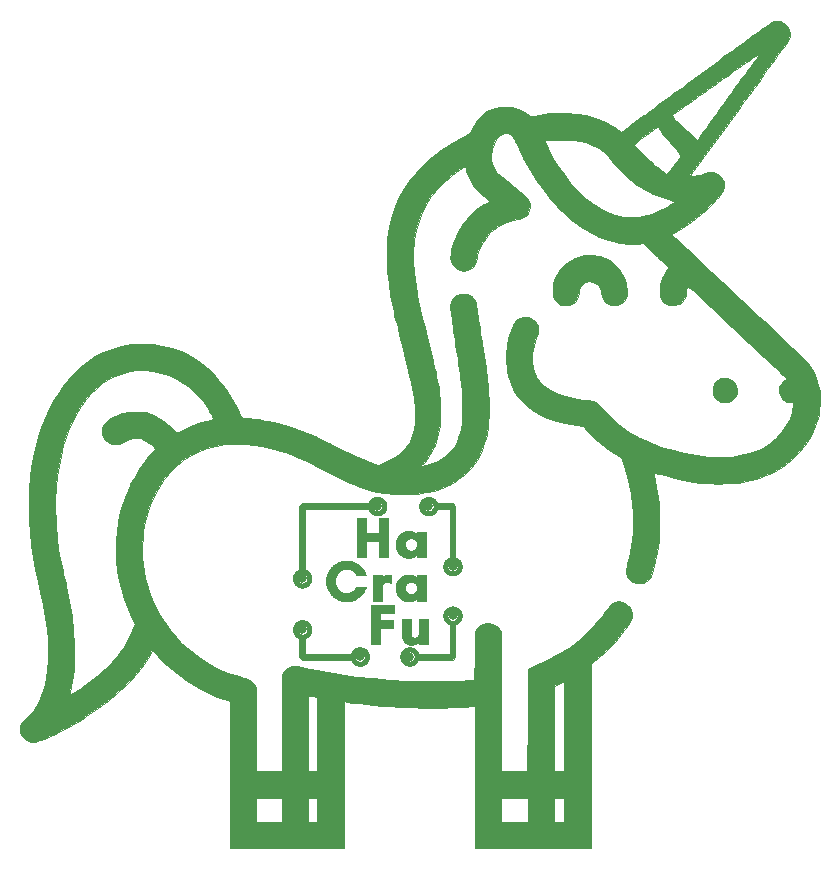
<source format=gtl>
G04 #@! TF.GenerationSoftware,KiCad,Pcbnew,7.0.2.1-36-g582732918d-dirty-deb11*
G04 #@! TF.CreationDate,2024-01-19T22:58:33+00:00*
G04 #@! TF.ProjectId,unicorn_simple,756e6963-6f72-46e5-9f73-696d706c652e,rev?*
G04 #@! TF.SameCoordinates,Original*
G04 #@! TF.FileFunction,Copper,L1,Top*
G04 #@! TF.FilePolarity,Positive*
%FSLAX46Y46*%
G04 Gerber Fmt 4.6, Leading zero omitted, Abs format (unit mm)*
G04 Created by KiCad (PCBNEW 7.0.2.1-36-g582732918d-dirty-deb11) date 2024-01-19 22:58:33*
%MOMM*%
%LPD*%
G01*
G04 APERTURE LIST*
G04 #@! TA.AperFunction,NonConductor*
%ADD10C,0.012000*%
G04 #@! TD*
G04 #@! TA.AperFunction,EtchedComponent*
%ADD11C,0.010000*%
G04 #@! TD*
G04 #@! TA.AperFunction,ViaPad*
%ADD12C,0.800000*%
G04 #@! TD*
G04 APERTURE END LIST*
D10*
X187037624Y-91704435D02*
X187107879Y-91708687D01*
X187177334Y-91715706D01*
X187245934Y-91725438D01*
X187313624Y-91737828D01*
X187380349Y-91752821D01*
X187446054Y-91770362D01*
X187510685Y-91790396D01*
X187574187Y-91812869D01*
X187636504Y-91837726D01*
X187697583Y-91864911D01*
X187757368Y-91894370D01*
X187815804Y-91926048D01*
X187872836Y-91959890D01*
X187928410Y-91995842D01*
X187982471Y-92033848D01*
X188034964Y-92073854D01*
X188085834Y-92115804D01*
X188135026Y-92159645D01*
X188182485Y-92205320D01*
X188228157Y-92252776D01*
X188271987Y-92301958D01*
X188313920Y-92352810D01*
X188353900Y-92405277D01*
X188391874Y-92459306D01*
X188427786Y-92514840D01*
X188461582Y-92571826D01*
X188493206Y-92630208D01*
X188522604Y-92689932D01*
X188549721Y-92750942D01*
X188574502Y-92813184D01*
X188596893Y-92876603D01*
X187776848Y-92876603D01*
X187748812Y-92821781D01*
X187716454Y-92769714D01*
X187680054Y-92720511D01*
X187639891Y-92674277D01*
X187596247Y-92631122D01*
X187549402Y-92591154D01*
X187499637Y-92554480D01*
X187447233Y-92521209D01*
X187392468Y-92491447D01*
X187335626Y-92465304D01*
X187276984Y-92442886D01*
X187216826Y-92424303D01*
X187155430Y-92409661D01*
X187093077Y-92399069D01*
X187030048Y-92392635D01*
X186966624Y-92390466D01*
X186916311Y-92391822D01*
X186866691Y-92395843D01*
X186817822Y-92402463D01*
X186769764Y-92411614D01*
X186722577Y-92423228D01*
X186676319Y-92437239D01*
X186631050Y-92453579D01*
X186586830Y-92472179D01*
X186543718Y-92492974D01*
X186501772Y-92515895D01*
X186461053Y-92540875D01*
X186421620Y-92567847D01*
X186383532Y-92596743D01*
X186346848Y-92627496D01*
X186311628Y-92660037D01*
X186277932Y-92694301D01*
X186245817Y-92730219D01*
X186215345Y-92767724D01*
X186186574Y-92806749D01*
X186159563Y-92847225D01*
X186134372Y-92889087D01*
X186111060Y-92932265D01*
X186089687Y-92976693D01*
X186070312Y-93022304D01*
X186052993Y-93069030D01*
X186037792Y-93116803D01*
X186024766Y-93165556D01*
X186013976Y-93215222D01*
X186005480Y-93265733D01*
X185999338Y-93317021D01*
X185995609Y-93369020D01*
X185994353Y-93421662D01*
X185995609Y-93474736D01*
X185999338Y-93527112D01*
X186005480Y-93578725D01*
X186013976Y-93629512D01*
X186024766Y-93679406D01*
X186037792Y-93728344D01*
X186052993Y-93776260D01*
X186070312Y-93823090D01*
X186089687Y-93868769D01*
X186111060Y-93913233D01*
X186134372Y-93956416D01*
X186159563Y-93998255D01*
X186186574Y-94038683D01*
X186215345Y-94077637D01*
X186245817Y-94115051D01*
X186277932Y-94150862D01*
X186311628Y-94185003D01*
X186346848Y-94217412D01*
X186383532Y-94248022D01*
X186421620Y-94276768D01*
X186461053Y-94303588D01*
X186501772Y-94328414D01*
X186543718Y-94351184D01*
X186586830Y-94371831D01*
X186631050Y-94390292D01*
X186676319Y-94406502D01*
X186722577Y-94420395D01*
X186769764Y-94431908D01*
X186817822Y-94440974D01*
X186866691Y-94447531D01*
X186916311Y-94451512D01*
X186966624Y-94452854D01*
X186998814Y-94452267D01*
X187030913Y-94450521D01*
X187062885Y-94447634D01*
X187094698Y-94443628D01*
X187126316Y-94438520D01*
X187157706Y-94432332D01*
X187188834Y-94425083D01*
X187219665Y-94416793D01*
X187250165Y-94407481D01*
X187280299Y-94397168D01*
X187310035Y-94385873D01*
X187339337Y-94373616D01*
X187368172Y-94360416D01*
X187396505Y-94346295D01*
X187424302Y-94331270D01*
X187451529Y-94315362D01*
X187478152Y-94298591D01*
X187504137Y-94280977D01*
X187529449Y-94262539D01*
X187554054Y-94243298D01*
X187577919Y-94223272D01*
X187601008Y-94202482D01*
X187623288Y-94180947D01*
X187644725Y-94158688D01*
X187665284Y-94135724D01*
X187684932Y-94112074D01*
X187703633Y-94087759D01*
X187721355Y-94062799D01*
X187738063Y-94037213D01*
X187753722Y-94011021D01*
X187768298Y-93984242D01*
X187781758Y-93956897D01*
X188601803Y-93956897D01*
X188554577Y-94083479D01*
X188497906Y-94205125D01*
X188432244Y-94321392D01*
X188358044Y-94431831D01*
X188275759Y-94535999D01*
X188185842Y-94633447D01*
X188088747Y-94723732D01*
X187984926Y-94806406D01*
X187874833Y-94881024D01*
X187758921Y-94947139D01*
X187637643Y-95004307D01*
X187511452Y-95052080D01*
X187380802Y-95090014D01*
X187246145Y-95117661D01*
X187177455Y-95127488D01*
X187107934Y-95134576D01*
X187037638Y-95138870D01*
X186966624Y-95140314D01*
X186878311Y-95138074D01*
X186791143Y-95131425D01*
X186705229Y-95120476D01*
X186620676Y-95105337D01*
X186537595Y-95086115D01*
X186456093Y-95062921D01*
X186376280Y-95035862D01*
X186298265Y-95005047D01*
X186222155Y-94970585D01*
X186148061Y-94932585D01*
X186076090Y-94891156D01*
X186006352Y-94846407D01*
X185938955Y-94798446D01*
X185874008Y-94747382D01*
X185811620Y-94693324D01*
X185751900Y-94636380D01*
X185694957Y-94576660D01*
X185640899Y-94514273D01*
X185589834Y-94449326D01*
X185541873Y-94381929D01*
X185497124Y-94312191D01*
X185455695Y-94240221D01*
X185417695Y-94166127D01*
X185383233Y-94090018D01*
X185352418Y-94012002D01*
X185325359Y-93932190D01*
X185302164Y-93850689D01*
X185282943Y-93767608D01*
X185267804Y-93683056D01*
X185256855Y-93597142D01*
X185250206Y-93509974D01*
X185247966Y-93421662D01*
X185250206Y-93333350D01*
X185256855Y-93246182D01*
X185267804Y-93160268D01*
X185282943Y-93075715D01*
X185302164Y-92992634D01*
X185325359Y-92911133D01*
X185352418Y-92831320D01*
X185383233Y-92753304D01*
X185417695Y-92677195D01*
X185455695Y-92603100D01*
X185497124Y-92531130D01*
X185541873Y-92461391D01*
X185589834Y-92393995D01*
X185640899Y-92329048D01*
X185694957Y-92266660D01*
X185751900Y-92206940D01*
X185811620Y-92149997D01*
X185874008Y-92095938D01*
X185938955Y-92044874D01*
X186006352Y-91996913D01*
X186076090Y-91952164D01*
X186148061Y-91910734D01*
X186222155Y-91872735D01*
X186298265Y-91838273D01*
X186376280Y-91807458D01*
X186456093Y-91780399D01*
X186537595Y-91757204D01*
X186620676Y-91737983D01*
X186705229Y-91722844D01*
X186791143Y-91711895D01*
X186878311Y-91705246D01*
X186966624Y-91703006D01*
X187037624Y-91704435D01*
G04 #@! TA.AperFunction,NonConductor*
G36*
X187037624Y-91704435D02*
G01*
X187107879Y-91708687D01*
X187177334Y-91715706D01*
X187245934Y-91725438D01*
X187313624Y-91737828D01*
X187380349Y-91752821D01*
X187446054Y-91770362D01*
X187510685Y-91790396D01*
X187574187Y-91812869D01*
X187636504Y-91837726D01*
X187697583Y-91864911D01*
X187757368Y-91894370D01*
X187815804Y-91926048D01*
X187872836Y-91959890D01*
X187928410Y-91995842D01*
X187982471Y-92033848D01*
X188034964Y-92073854D01*
X188085834Y-92115804D01*
X188135026Y-92159645D01*
X188182485Y-92205320D01*
X188228157Y-92252776D01*
X188271987Y-92301958D01*
X188313920Y-92352810D01*
X188353900Y-92405277D01*
X188391874Y-92459306D01*
X188427786Y-92514840D01*
X188461582Y-92571826D01*
X188493206Y-92630208D01*
X188522604Y-92689932D01*
X188549721Y-92750942D01*
X188574502Y-92813184D01*
X188596893Y-92876603D01*
X187776848Y-92876603D01*
X187748812Y-92821781D01*
X187716454Y-92769714D01*
X187680054Y-92720511D01*
X187639891Y-92674277D01*
X187596247Y-92631122D01*
X187549402Y-92591154D01*
X187499637Y-92554480D01*
X187447233Y-92521209D01*
X187392468Y-92491447D01*
X187335626Y-92465304D01*
X187276984Y-92442886D01*
X187216826Y-92424303D01*
X187155430Y-92409661D01*
X187093077Y-92399069D01*
X187030048Y-92392635D01*
X186966624Y-92390466D01*
X186916311Y-92391822D01*
X186866691Y-92395843D01*
X186817822Y-92402463D01*
X186769764Y-92411614D01*
X186722577Y-92423228D01*
X186676319Y-92437239D01*
X186631050Y-92453579D01*
X186586830Y-92472179D01*
X186543718Y-92492974D01*
X186501772Y-92515895D01*
X186461053Y-92540875D01*
X186421620Y-92567847D01*
X186383532Y-92596743D01*
X186346848Y-92627496D01*
X186311628Y-92660037D01*
X186277932Y-92694301D01*
X186245817Y-92730219D01*
X186215345Y-92767724D01*
X186186574Y-92806749D01*
X186159563Y-92847225D01*
X186134372Y-92889087D01*
X186111060Y-92932265D01*
X186089687Y-92976693D01*
X186070312Y-93022304D01*
X186052993Y-93069030D01*
X186037792Y-93116803D01*
X186024766Y-93165556D01*
X186013976Y-93215222D01*
X186005480Y-93265733D01*
X185999338Y-93317021D01*
X185995609Y-93369020D01*
X185994353Y-93421662D01*
X185995609Y-93474736D01*
X185999338Y-93527112D01*
X186005480Y-93578725D01*
X186013976Y-93629512D01*
X186024766Y-93679406D01*
X186037792Y-93728344D01*
X186052993Y-93776260D01*
X186070312Y-93823090D01*
X186089687Y-93868769D01*
X186111060Y-93913233D01*
X186134372Y-93956416D01*
X186159563Y-93998255D01*
X186186574Y-94038683D01*
X186215345Y-94077637D01*
X186245817Y-94115051D01*
X186277932Y-94150862D01*
X186311628Y-94185003D01*
X186346848Y-94217412D01*
X186383532Y-94248022D01*
X186421620Y-94276768D01*
X186461053Y-94303588D01*
X186501772Y-94328414D01*
X186543718Y-94351184D01*
X186586830Y-94371831D01*
X186631050Y-94390292D01*
X186676319Y-94406502D01*
X186722577Y-94420395D01*
X186769764Y-94431908D01*
X186817822Y-94440974D01*
X186866691Y-94447531D01*
X186916311Y-94451512D01*
X186966624Y-94452854D01*
X186998814Y-94452267D01*
X187030913Y-94450521D01*
X187062885Y-94447634D01*
X187094698Y-94443628D01*
X187126316Y-94438520D01*
X187157706Y-94432332D01*
X187188834Y-94425083D01*
X187219665Y-94416793D01*
X187250165Y-94407481D01*
X187280299Y-94397168D01*
X187310035Y-94385873D01*
X187339337Y-94373616D01*
X187368172Y-94360416D01*
X187396505Y-94346295D01*
X187424302Y-94331270D01*
X187451529Y-94315362D01*
X187478152Y-94298591D01*
X187504137Y-94280977D01*
X187529449Y-94262539D01*
X187554054Y-94243298D01*
X187577919Y-94223272D01*
X187601008Y-94202482D01*
X187623288Y-94180947D01*
X187644725Y-94158688D01*
X187665284Y-94135724D01*
X187684932Y-94112074D01*
X187703633Y-94087759D01*
X187721355Y-94062799D01*
X187738063Y-94037213D01*
X187753722Y-94011021D01*
X187768298Y-93984242D01*
X187781758Y-93956897D01*
X188601803Y-93956897D01*
X188554577Y-94083479D01*
X188497906Y-94205125D01*
X188432244Y-94321392D01*
X188358044Y-94431831D01*
X188275759Y-94535999D01*
X188185842Y-94633447D01*
X188088747Y-94723732D01*
X187984926Y-94806406D01*
X187874833Y-94881024D01*
X187758921Y-94947139D01*
X187637643Y-95004307D01*
X187511452Y-95052080D01*
X187380802Y-95090014D01*
X187246145Y-95117661D01*
X187177455Y-95127488D01*
X187107934Y-95134576D01*
X187037638Y-95138870D01*
X186966624Y-95140314D01*
X186878311Y-95138074D01*
X186791143Y-95131425D01*
X186705229Y-95120476D01*
X186620676Y-95105337D01*
X186537595Y-95086115D01*
X186456093Y-95062921D01*
X186376280Y-95035862D01*
X186298265Y-95005047D01*
X186222155Y-94970585D01*
X186148061Y-94932585D01*
X186076090Y-94891156D01*
X186006352Y-94846407D01*
X185938955Y-94798446D01*
X185874008Y-94747382D01*
X185811620Y-94693324D01*
X185751900Y-94636380D01*
X185694957Y-94576660D01*
X185640899Y-94514273D01*
X185589834Y-94449326D01*
X185541873Y-94381929D01*
X185497124Y-94312191D01*
X185455695Y-94240221D01*
X185417695Y-94166127D01*
X185383233Y-94090018D01*
X185352418Y-94012002D01*
X185325359Y-93932190D01*
X185302164Y-93850689D01*
X185282943Y-93767608D01*
X185267804Y-93683056D01*
X185256855Y-93597142D01*
X185250206Y-93509974D01*
X185247966Y-93421662D01*
X185250206Y-93333350D01*
X185256855Y-93246182D01*
X185267804Y-93160268D01*
X185282943Y-93075715D01*
X185302164Y-92992634D01*
X185325359Y-92911133D01*
X185352418Y-92831320D01*
X185383233Y-92753304D01*
X185417695Y-92677195D01*
X185455695Y-92603100D01*
X185497124Y-92531130D01*
X185541873Y-92461391D01*
X185589834Y-92393995D01*
X185640899Y-92329048D01*
X185694957Y-92266660D01*
X185751900Y-92206940D01*
X185811620Y-92149997D01*
X185874008Y-92095938D01*
X185938955Y-92044874D01*
X186006352Y-91996913D01*
X186076090Y-91952164D01*
X186148061Y-91910734D01*
X186222155Y-91872735D01*
X186298265Y-91838273D01*
X186376280Y-91807458D01*
X186456093Y-91780399D01*
X186537595Y-91757204D01*
X186620676Y-91737983D01*
X186705229Y-91722844D01*
X186791143Y-91711895D01*
X186878311Y-91705246D01*
X186966624Y-91703006D01*
X187037624Y-91704435D01*
G37*
G04 #@! TD.AperFunction*
X192263839Y-92877542D02*
X192315257Y-92880438D01*
X192366430Y-92885406D01*
X192417236Y-92892561D01*
X192467553Y-92902017D01*
X192517258Y-92913890D01*
X192566230Y-92928295D01*
X192614346Y-92945347D01*
X192661483Y-92965162D01*
X192707520Y-92987853D01*
X192752334Y-93013537D01*
X192795803Y-93042328D01*
X192837804Y-93074341D01*
X192878216Y-93109692D01*
X192897788Y-93128656D01*
X192916917Y-93148496D01*
X192935587Y-93169229D01*
X192953783Y-93190868D01*
X192953783Y-92930617D01*
X193690347Y-92930617D01*
X193690347Y-95091215D01*
X192953783Y-95091215D01*
X192953783Y-94830958D01*
X192939475Y-94851287D01*
X192924200Y-94870848D01*
X192890905Y-94907694D01*
X192854216Y-94941562D01*
X192814447Y-94972517D01*
X192771917Y-95000624D01*
X192726941Y-95025947D01*
X192679836Y-95048551D01*
X192630918Y-95068500D01*
X192580505Y-95085860D01*
X192528911Y-95100695D01*
X192476454Y-95113071D01*
X192423451Y-95123051D01*
X192370217Y-95130700D01*
X192317069Y-95136084D01*
X192264324Y-95139267D01*
X192212299Y-95140313D01*
X192155210Y-95138774D01*
X192099070Y-95134211D01*
X192043936Y-95126710D01*
X191989863Y-95116356D01*
X191936908Y-95103232D01*
X191885129Y-95087423D01*
X191834581Y-95069014D01*
X191785322Y-95048090D01*
X191737408Y-95024734D01*
X191690896Y-94999031D01*
X191645842Y-94971066D01*
X191602303Y-94940924D01*
X191560336Y-94908688D01*
X191519997Y-94874444D01*
X191481343Y-94838275D01*
X191444431Y-94800267D01*
X191409317Y-94760504D01*
X191376057Y-94719070D01*
X191344710Y-94676050D01*
X191315330Y-94631529D01*
X191287976Y-94585590D01*
X191262702Y-94538319D01*
X191239567Y-94489800D01*
X191218627Y-94440117D01*
X191199938Y-94389356D01*
X191183557Y-94337599D01*
X191169541Y-94284933D01*
X191157946Y-94231442D01*
X191148830Y-94177209D01*
X191142248Y-94122320D01*
X191138257Y-94066860D01*
X191136914Y-94010911D01*
X191922586Y-94010911D01*
X191923229Y-94037519D01*
X191925139Y-94063913D01*
X191928291Y-94090052D01*
X191932656Y-94115893D01*
X191938208Y-94141397D01*
X191944920Y-94166521D01*
X191952765Y-94191224D01*
X191961716Y-94215466D01*
X191971746Y-94239203D01*
X191982828Y-94262396D01*
X191994935Y-94285002D01*
X192008039Y-94306981D01*
X192022115Y-94328291D01*
X192037135Y-94348890D01*
X192053073Y-94368738D01*
X192069900Y-94387793D01*
X192087590Y-94406013D01*
X192106117Y-94423358D01*
X192125453Y-94439785D01*
X192145571Y-94455254D01*
X192166444Y-94469723D01*
X192188046Y-94483151D01*
X192210349Y-94495496D01*
X192233326Y-94506718D01*
X192256951Y-94516774D01*
X192281196Y-94525623D01*
X192306034Y-94533225D01*
X192331439Y-94539537D01*
X192357384Y-94544519D01*
X192383841Y-94548128D01*
X192410783Y-94550324D01*
X192438184Y-94551065D01*
X192465585Y-94550324D01*
X192492527Y-94548128D01*
X192518984Y-94544519D01*
X192544929Y-94539537D01*
X192570333Y-94533225D01*
X192595172Y-94525623D01*
X192619417Y-94516774D01*
X192643042Y-94506718D01*
X192666019Y-94495496D01*
X192688322Y-94483151D01*
X192709924Y-94469723D01*
X192730797Y-94455254D01*
X192750915Y-94439785D01*
X192770251Y-94423358D01*
X192788778Y-94406013D01*
X192806468Y-94387793D01*
X192823295Y-94368738D01*
X192839233Y-94348890D01*
X192854253Y-94328291D01*
X192868329Y-94306981D01*
X192881433Y-94285002D01*
X192893540Y-94262396D01*
X192904622Y-94239203D01*
X192914652Y-94215466D01*
X192923603Y-94191224D01*
X192931448Y-94166521D01*
X192938160Y-94141397D01*
X192943712Y-94115893D01*
X192948078Y-94090052D01*
X192951229Y-94063913D01*
X192953140Y-94037519D01*
X192953783Y-94010911D01*
X192953140Y-93984304D01*
X192951229Y-93957911D01*
X192948078Y-93931773D01*
X192943712Y-93905932D01*
X192938160Y-93880430D01*
X192931448Y-93855306D01*
X192923603Y-93830603D01*
X192914652Y-93806363D01*
X192904622Y-93782626D01*
X192893540Y-93759434D01*
X192881433Y-93736828D01*
X192868329Y-93714849D01*
X192854253Y-93693540D01*
X192839233Y-93672941D01*
X192823295Y-93653094D01*
X192806468Y-93634039D01*
X192788778Y-93615819D01*
X192770251Y-93598475D01*
X192750915Y-93582048D01*
X192730797Y-93566579D01*
X192709924Y-93552110D01*
X192688322Y-93538683D01*
X192666019Y-93526337D01*
X192643042Y-93515116D01*
X192619417Y-93505060D01*
X192595172Y-93496211D01*
X192570333Y-93488609D01*
X192544929Y-93482297D01*
X192518984Y-93477316D01*
X192492527Y-93473707D01*
X192465585Y-93471511D01*
X192438184Y-93470769D01*
X192410783Y-93471511D01*
X192383841Y-93473707D01*
X192357384Y-93477316D01*
X192331440Y-93482297D01*
X192306035Y-93488609D01*
X192281196Y-93496211D01*
X192256951Y-93505060D01*
X192233327Y-93515116D01*
X192210349Y-93526337D01*
X192188046Y-93538683D01*
X192166445Y-93552110D01*
X192145571Y-93566579D01*
X192125453Y-93582048D01*
X192106117Y-93598475D01*
X192087591Y-93615819D01*
X192069900Y-93634039D01*
X192053073Y-93653094D01*
X192037136Y-93672941D01*
X192022116Y-93693540D01*
X192008040Y-93714849D01*
X191994935Y-93736828D01*
X191982828Y-93759434D01*
X191971746Y-93782626D01*
X191961716Y-93806363D01*
X191952765Y-93830603D01*
X191944920Y-93855306D01*
X191938208Y-93880430D01*
X191932656Y-93905932D01*
X191928291Y-93931773D01*
X191925139Y-93957911D01*
X191923229Y-93984304D01*
X191922586Y-94010911D01*
X191136914Y-94010911D01*
X191138257Y-93954950D01*
X191142248Y-93899449D01*
X191148830Y-93844495D01*
X191157946Y-93790173D01*
X191169541Y-93736571D01*
X191183557Y-93683774D01*
X191199938Y-93631870D01*
X191218627Y-93580943D01*
X191239567Y-93531081D01*
X191262702Y-93482370D01*
X191287976Y-93434896D01*
X191315330Y-93388746D01*
X191344710Y-93344005D01*
X191376057Y-93300761D01*
X191409317Y-93259099D01*
X191444431Y-93219106D01*
X191481343Y-93180868D01*
X191519997Y-93144471D01*
X191560336Y-93110002D01*
X191602303Y-93077547D01*
X191645842Y-93047192D01*
X191690896Y-93019024D01*
X191737408Y-92993129D01*
X191785322Y-92969594D01*
X191834581Y-92948504D01*
X191885129Y-92929945D01*
X191936908Y-92914006D01*
X191989863Y-92900770D01*
X192043936Y-92890326D01*
X192099070Y-92882759D01*
X192155210Y-92878155D01*
X192212299Y-92876602D01*
X192263839Y-92877542D01*
G04 #@! TA.AperFunction,NonConductor*
G36*
X192263839Y-92877542D02*
G01*
X192315257Y-92880438D01*
X192366430Y-92885406D01*
X192417236Y-92892561D01*
X192467553Y-92902017D01*
X192517258Y-92913890D01*
X192566230Y-92928295D01*
X192614346Y-92945347D01*
X192661483Y-92965162D01*
X192707520Y-92987853D01*
X192752334Y-93013537D01*
X192795803Y-93042328D01*
X192837804Y-93074341D01*
X192878216Y-93109692D01*
X192897788Y-93128656D01*
X192916917Y-93148496D01*
X192935587Y-93169229D01*
X192953783Y-93190868D01*
X192953783Y-92930617D01*
X193690347Y-92930617D01*
X193690347Y-95091215D01*
X192953783Y-95091215D01*
X192953783Y-94830958D01*
X192939475Y-94851287D01*
X192924200Y-94870848D01*
X192890905Y-94907694D01*
X192854216Y-94941562D01*
X192814447Y-94972517D01*
X192771917Y-95000624D01*
X192726941Y-95025947D01*
X192679836Y-95048551D01*
X192630918Y-95068500D01*
X192580505Y-95085860D01*
X192528911Y-95100695D01*
X192476454Y-95113071D01*
X192423451Y-95123051D01*
X192370217Y-95130700D01*
X192317069Y-95136084D01*
X192264324Y-95139267D01*
X192212299Y-95140313D01*
X192155210Y-95138774D01*
X192099070Y-95134211D01*
X192043936Y-95126710D01*
X191989863Y-95116356D01*
X191936908Y-95103232D01*
X191885129Y-95087423D01*
X191834581Y-95069014D01*
X191785322Y-95048090D01*
X191737408Y-95024734D01*
X191690896Y-94999031D01*
X191645842Y-94971066D01*
X191602303Y-94940924D01*
X191560336Y-94908688D01*
X191519997Y-94874444D01*
X191481343Y-94838275D01*
X191444431Y-94800267D01*
X191409317Y-94760504D01*
X191376057Y-94719070D01*
X191344710Y-94676050D01*
X191315330Y-94631529D01*
X191287976Y-94585590D01*
X191262702Y-94538319D01*
X191239567Y-94489800D01*
X191218627Y-94440117D01*
X191199938Y-94389356D01*
X191183557Y-94337599D01*
X191169541Y-94284933D01*
X191157946Y-94231442D01*
X191148830Y-94177209D01*
X191142248Y-94122320D01*
X191138257Y-94066860D01*
X191136914Y-94010911D01*
X191922586Y-94010911D01*
X191923229Y-94037519D01*
X191925139Y-94063913D01*
X191928291Y-94090052D01*
X191932656Y-94115893D01*
X191938208Y-94141397D01*
X191944920Y-94166521D01*
X191952765Y-94191224D01*
X191961716Y-94215466D01*
X191971746Y-94239203D01*
X191982828Y-94262396D01*
X191994935Y-94285002D01*
X192008039Y-94306981D01*
X192022115Y-94328291D01*
X192037135Y-94348890D01*
X192053073Y-94368738D01*
X192069900Y-94387793D01*
X192087590Y-94406013D01*
X192106117Y-94423358D01*
X192125453Y-94439785D01*
X192145571Y-94455254D01*
X192166444Y-94469723D01*
X192188046Y-94483151D01*
X192210349Y-94495496D01*
X192233326Y-94506718D01*
X192256951Y-94516774D01*
X192281196Y-94525623D01*
X192306034Y-94533225D01*
X192331439Y-94539537D01*
X192357384Y-94544519D01*
X192383841Y-94548128D01*
X192410783Y-94550324D01*
X192438184Y-94551065D01*
X192465585Y-94550324D01*
X192492527Y-94548128D01*
X192518984Y-94544519D01*
X192544929Y-94539537D01*
X192570333Y-94533225D01*
X192595172Y-94525623D01*
X192619417Y-94516774D01*
X192643042Y-94506718D01*
X192666019Y-94495496D01*
X192688322Y-94483151D01*
X192709924Y-94469723D01*
X192730797Y-94455254D01*
X192750915Y-94439785D01*
X192770251Y-94423358D01*
X192788778Y-94406013D01*
X192806468Y-94387793D01*
X192823295Y-94368738D01*
X192839233Y-94348890D01*
X192854253Y-94328291D01*
X192868329Y-94306981D01*
X192881433Y-94285002D01*
X192893540Y-94262396D01*
X192904622Y-94239203D01*
X192914652Y-94215466D01*
X192923603Y-94191224D01*
X192931448Y-94166521D01*
X192938160Y-94141397D01*
X192943712Y-94115893D01*
X192948078Y-94090052D01*
X192951229Y-94063913D01*
X192953140Y-94037519D01*
X192953783Y-94010911D01*
X192953140Y-93984304D01*
X192951229Y-93957911D01*
X192948078Y-93931773D01*
X192943712Y-93905932D01*
X192938160Y-93880430D01*
X192931448Y-93855306D01*
X192923603Y-93830603D01*
X192914652Y-93806363D01*
X192904622Y-93782626D01*
X192893540Y-93759434D01*
X192881433Y-93736828D01*
X192868329Y-93714849D01*
X192854253Y-93693540D01*
X192839233Y-93672941D01*
X192823295Y-93653094D01*
X192806468Y-93634039D01*
X192788778Y-93615819D01*
X192770251Y-93598475D01*
X192750915Y-93582048D01*
X192730797Y-93566579D01*
X192709924Y-93552110D01*
X192688322Y-93538683D01*
X192666019Y-93526337D01*
X192643042Y-93515116D01*
X192619417Y-93505060D01*
X192595172Y-93496211D01*
X192570333Y-93488609D01*
X192544929Y-93482297D01*
X192518984Y-93477316D01*
X192492527Y-93473707D01*
X192465585Y-93471511D01*
X192438184Y-93470769D01*
X192410783Y-93471511D01*
X192383841Y-93473707D01*
X192357384Y-93477316D01*
X192331440Y-93482297D01*
X192306035Y-93488609D01*
X192281196Y-93496211D01*
X192256951Y-93505060D01*
X192233327Y-93515116D01*
X192210349Y-93526337D01*
X192188046Y-93538683D01*
X192166445Y-93552110D01*
X192145571Y-93566579D01*
X192125453Y-93582048D01*
X192106117Y-93598475D01*
X192087591Y-93615819D01*
X192069900Y-93634039D01*
X192053073Y-93653094D01*
X192037136Y-93672941D01*
X192022116Y-93693540D01*
X192008040Y-93714849D01*
X191994935Y-93736828D01*
X191982828Y-93759434D01*
X191971746Y-93782626D01*
X191961716Y-93806363D01*
X191952765Y-93830603D01*
X191944920Y-93855306D01*
X191938208Y-93880430D01*
X191932656Y-93905932D01*
X191928291Y-93931773D01*
X191925139Y-93957911D01*
X191923229Y-93984304D01*
X191922586Y-94010911D01*
X191136914Y-94010911D01*
X191138257Y-93954950D01*
X191142248Y-93899449D01*
X191148830Y-93844495D01*
X191157946Y-93790173D01*
X191169541Y-93736571D01*
X191183557Y-93683774D01*
X191199938Y-93631870D01*
X191218627Y-93580943D01*
X191239567Y-93531081D01*
X191262702Y-93482370D01*
X191287976Y-93434896D01*
X191315330Y-93388746D01*
X191344710Y-93344005D01*
X191376057Y-93300761D01*
X191409317Y-93259099D01*
X191444431Y-93219106D01*
X191481343Y-93180868D01*
X191519997Y-93144471D01*
X191560336Y-93110002D01*
X191602303Y-93077547D01*
X191645842Y-93047192D01*
X191690896Y-93019024D01*
X191737408Y-92993129D01*
X191785322Y-92969594D01*
X191834581Y-92948504D01*
X191885129Y-92929945D01*
X191936908Y-92914006D01*
X191989863Y-92900770D01*
X192043936Y-92890326D01*
X192099070Y-92882759D01*
X192155210Y-92878155D01*
X192212299Y-92876602D01*
X192263839Y-92877542D01*
G37*
G04 #@! TD.AperFunction*
X192263839Y-89194706D02*
X192315257Y-89197603D01*
X192366430Y-89202571D01*
X192417236Y-89209725D01*
X192467553Y-89219182D01*
X192517258Y-89231056D01*
X192566230Y-89245461D01*
X192614346Y-89262513D01*
X192661483Y-89282328D01*
X192707520Y-89305019D01*
X192752334Y-89330703D01*
X192795803Y-89359495D01*
X192837804Y-89391508D01*
X192878216Y-89426859D01*
X192897788Y-89445822D01*
X192916917Y-89465663D01*
X192935587Y-89486395D01*
X192953783Y-89508034D01*
X192953783Y-89247783D01*
X193690347Y-89247783D01*
X193690347Y-91408380D01*
X192953783Y-91408380D01*
X192953783Y-91148123D01*
X192939475Y-91168452D01*
X192924200Y-91188013D01*
X192890905Y-91224859D01*
X192854216Y-91258728D01*
X192814447Y-91289684D01*
X192771917Y-91317790D01*
X192726941Y-91343113D01*
X192679836Y-91365717D01*
X192630918Y-91385666D01*
X192580505Y-91403026D01*
X192528911Y-91417861D01*
X192476454Y-91430236D01*
X192423451Y-91440216D01*
X192370217Y-91447865D01*
X192317069Y-91453249D01*
X192264324Y-91456432D01*
X192212299Y-91457478D01*
X192155210Y-91455938D01*
X192099070Y-91451376D01*
X192043936Y-91443875D01*
X191989863Y-91433521D01*
X191936908Y-91420397D01*
X191885129Y-91404588D01*
X191834581Y-91386179D01*
X191785322Y-91365255D01*
X191737408Y-91341899D01*
X191690896Y-91316196D01*
X191645842Y-91288231D01*
X191602303Y-91258089D01*
X191560336Y-91225853D01*
X191519997Y-91191609D01*
X191481343Y-91155440D01*
X191444431Y-91117432D01*
X191409317Y-91077669D01*
X191376057Y-91036235D01*
X191344710Y-90993216D01*
X191315330Y-90948694D01*
X191287976Y-90902756D01*
X191262702Y-90855485D01*
X191239567Y-90806966D01*
X191218627Y-90757283D01*
X191199938Y-90706522D01*
X191183557Y-90654766D01*
X191169541Y-90602100D01*
X191157946Y-90548608D01*
X191148830Y-90494376D01*
X191142248Y-90439487D01*
X191138257Y-90384027D01*
X191136914Y-90328079D01*
X191922586Y-90328079D01*
X191923229Y-90354686D01*
X191925139Y-90381080D01*
X191928291Y-90407218D01*
X191932656Y-90433059D01*
X191938208Y-90458563D01*
X191944920Y-90483687D01*
X191952765Y-90508390D01*
X191961716Y-90532631D01*
X191971746Y-90556368D01*
X191982828Y-90579561D01*
X191994935Y-90602167D01*
X192008039Y-90624146D01*
X192022115Y-90645456D01*
X192037135Y-90666055D01*
X192053073Y-90685903D01*
X192069900Y-90704957D01*
X192087590Y-90723177D01*
X192106117Y-90740522D01*
X192125453Y-90756949D01*
X192145571Y-90772418D01*
X192166444Y-90786887D01*
X192188046Y-90800315D01*
X192210349Y-90812660D01*
X192233326Y-90823882D01*
X192256951Y-90833938D01*
X192281196Y-90842787D01*
X192306034Y-90850389D01*
X192331439Y-90856701D01*
X192357384Y-90861683D01*
X192383841Y-90865292D01*
X192410783Y-90867488D01*
X192438184Y-90868229D01*
X192465585Y-90867488D01*
X192492527Y-90865292D01*
X192518984Y-90861683D01*
X192544929Y-90856701D01*
X192570333Y-90850389D01*
X192595172Y-90842787D01*
X192619417Y-90833938D01*
X192643042Y-90823882D01*
X192666019Y-90812660D01*
X192688322Y-90800315D01*
X192709924Y-90786887D01*
X192730797Y-90772418D01*
X192750915Y-90756949D01*
X192770251Y-90740522D01*
X192788778Y-90723177D01*
X192806468Y-90704957D01*
X192823295Y-90685903D01*
X192839233Y-90666055D01*
X192854253Y-90645456D01*
X192868329Y-90624146D01*
X192881433Y-90602167D01*
X192893540Y-90579561D01*
X192904622Y-90556368D01*
X192914652Y-90532631D01*
X192923603Y-90508390D01*
X192931448Y-90483687D01*
X192938160Y-90458563D01*
X192943712Y-90433059D01*
X192948078Y-90407218D01*
X192951229Y-90381080D01*
X192953140Y-90354686D01*
X192953783Y-90328079D01*
X192953140Y-90301471D01*
X192951229Y-90275078D01*
X192948078Y-90248941D01*
X192943712Y-90223100D01*
X192938160Y-90197597D01*
X192931448Y-90172473D01*
X192923603Y-90147770D01*
X192914652Y-90123530D01*
X192904622Y-90099792D01*
X192893540Y-90076600D01*
X192881433Y-90053994D01*
X192868329Y-90032016D01*
X192854253Y-90010706D01*
X192839233Y-89990107D01*
X192823295Y-89970260D01*
X192806468Y-89951205D01*
X192788778Y-89932985D01*
X192770251Y-89915641D01*
X192750915Y-89899213D01*
X192730797Y-89883744D01*
X192709924Y-89869275D01*
X192688322Y-89855848D01*
X192666019Y-89843502D01*
X192643042Y-89832281D01*
X192619417Y-89822225D01*
X192595172Y-89813375D01*
X192570333Y-89805774D01*
X192544929Y-89799462D01*
X192518984Y-89794480D01*
X192492527Y-89790871D01*
X192465585Y-89788675D01*
X192438184Y-89787934D01*
X192410783Y-89788675D01*
X192383841Y-89790871D01*
X192357384Y-89794480D01*
X192331440Y-89799462D01*
X192306035Y-89805774D01*
X192281196Y-89813375D01*
X192256951Y-89822225D01*
X192233327Y-89832281D01*
X192210349Y-89843502D01*
X192188046Y-89855848D01*
X192166445Y-89869275D01*
X192145571Y-89883744D01*
X192125453Y-89899213D01*
X192106117Y-89915641D01*
X192087591Y-89932985D01*
X192069900Y-89951205D01*
X192053073Y-89970260D01*
X192037136Y-89990107D01*
X192022116Y-90010706D01*
X192008040Y-90032016D01*
X191994935Y-90053994D01*
X191982828Y-90076600D01*
X191971746Y-90099792D01*
X191961716Y-90123530D01*
X191952765Y-90147770D01*
X191944920Y-90172473D01*
X191938208Y-90197597D01*
X191932656Y-90223100D01*
X191928291Y-90248941D01*
X191925139Y-90275078D01*
X191923229Y-90301471D01*
X191922586Y-90328079D01*
X191136914Y-90328079D01*
X191138257Y-90272117D01*
X191142248Y-90216616D01*
X191148830Y-90161661D01*
X191157946Y-90107339D01*
X191169541Y-90053737D01*
X191183557Y-90000940D01*
X191199938Y-89949035D01*
X191218627Y-89898109D01*
X191239567Y-89848247D01*
X191262702Y-89799536D01*
X191287976Y-89752062D01*
X191315330Y-89705911D01*
X191344710Y-89661170D01*
X191376057Y-89617926D01*
X191409317Y-89576264D01*
X191444431Y-89536271D01*
X191481343Y-89498032D01*
X191519997Y-89461635D01*
X191560336Y-89427166D01*
X191602303Y-89394711D01*
X191645842Y-89364357D01*
X191690896Y-89336189D01*
X191737408Y-89310294D01*
X191785322Y-89286758D01*
X191834581Y-89265668D01*
X191885129Y-89247110D01*
X191936908Y-89231170D01*
X191989863Y-89217935D01*
X192043936Y-89207491D01*
X192099070Y-89199923D01*
X192155210Y-89195320D01*
X192212299Y-89193766D01*
X192263839Y-89194706D01*
G04 #@! TA.AperFunction,NonConductor*
G36*
X192263839Y-89194706D02*
G01*
X192315257Y-89197603D01*
X192366430Y-89202571D01*
X192417236Y-89209725D01*
X192467553Y-89219182D01*
X192517258Y-89231056D01*
X192566230Y-89245461D01*
X192614346Y-89262513D01*
X192661483Y-89282328D01*
X192707520Y-89305019D01*
X192752334Y-89330703D01*
X192795803Y-89359495D01*
X192837804Y-89391508D01*
X192878216Y-89426859D01*
X192897788Y-89445822D01*
X192916917Y-89465663D01*
X192935587Y-89486395D01*
X192953783Y-89508034D01*
X192953783Y-89247783D01*
X193690347Y-89247783D01*
X193690347Y-91408380D01*
X192953783Y-91408380D01*
X192953783Y-91148123D01*
X192939475Y-91168452D01*
X192924200Y-91188013D01*
X192890905Y-91224859D01*
X192854216Y-91258728D01*
X192814447Y-91289684D01*
X192771917Y-91317790D01*
X192726941Y-91343113D01*
X192679836Y-91365717D01*
X192630918Y-91385666D01*
X192580505Y-91403026D01*
X192528911Y-91417861D01*
X192476454Y-91430236D01*
X192423451Y-91440216D01*
X192370217Y-91447865D01*
X192317069Y-91453249D01*
X192264324Y-91456432D01*
X192212299Y-91457478D01*
X192155210Y-91455938D01*
X192099070Y-91451376D01*
X192043936Y-91443875D01*
X191989863Y-91433521D01*
X191936908Y-91420397D01*
X191885129Y-91404588D01*
X191834581Y-91386179D01*
X191785322Y-91365255D01*
X191737408Y-91341899D01*
X191690896Y-91316196D01*
X191645842Y-91288231D01*
X191602303Y-91258089D01*
X191560336Y-91225853D01*
X191519997Y-91191609D01*
X191481343Y-91155440D01*
X191444431Y-91117432D01*
X191409317Y-91077669D01*
X191376057Y-91036235D01*
X191344710Y-90993216D01*
X191315330Y-90948694D01*
X191287976Y-90902756D01*
X191262702Y-90855485D01*
X191239567Y-90806966D01*
X191218627Y-90757283D01*
X191199938Y-90706522D01*
X191183557Y-90654766D01*
X191169541Y-90602100D01*
X191157946Y-90548608D01*
X191148830Y-90494376D01*
X191142248Y-90439487D01*
X191138257Y-90384027D01*
X191136914Y-90328079D01*
X191922586Y-90328079D01*
X191923229Y-90354686D01*
X191925139Y-90381080D01*
X191928291Y-90407218D01*
X191932656Y-90433059D01*
X191938208Y-90458563D01*
X191944920Y-90483687D01*
X191952765Y-90508390D01*
X191961716Y-90532631D01*
X191971746Y-90556368D01*
X191982828Y-90579561D01*
X191994935Y-90602167D01*
X192008039Y-90624146D01*
X192022115Y-90645456D01*
X192037135Y-90666055D01*
X192053073Y-90685903D01*
X192069900Y-90704957D01*
X192087590Y-90723177D01*
X192106117Y-90740522D01*
X192125453Y-90756949D01*
X192145571Y-90772418D01*
X192166444Y-90786887D01*
X192188046Y-90800315D01*
X192210349Y-90812660D01*
X192233326Y-90823882D01*
X192256951Y-90833938D01*
X192281196Y-90842787D01*
X192306034Y-90850389D01*
X192331439Y-90856701D01*
X192357384Y-90861683D01*
X192383841Y-90865292D01*
X192410783Y-90867488D01*
X192438184Y-90868229D01*
X192465585Y-90867488D01*
X192492527Y-90865292D01*
X192518984Y-90861683D01*
X192544929Y-90856701D01*
X192570333Y-90850389D01*
X192595172Y-90842787D01*
X192619417Y-90833938D01*
X192643042Y-90823882D01*
X192666019Y-90812660D01*
X192688322Y-90800315D01*
X192709924Y-90786887D01*
X192730797Y-90772418D01*
X192750915Y-90756949D01*
X192770251Y-90740522D01*
X192788778Y-90723177D01*
X192806468Y-90704957D01*
X192823295Y-90685903D01*
X192839233Y-90666055D01*
X192854253Y-90645456D01*
X192868329Y-90624146D01*
X192881433Y-90602167D01*
X192893540Y-90579561D01*
X192904622Y-90556368D01*
X192914652Y-90532631D01*
X192923603Y-90508390D01*
X192931448Y-90483687D01*
X192938160Y-90458563D01*
X192943712Y-90433059D01*
X192948078Y-90407218D01*
X192951229Y-90381080D01*
X192953140Y-90354686D01*
X192953783Y-90328079D01*
X192953140Y-90301471D01*
X192951229Y-90275078D01*
X192948078Y-90248941D01*
X192943712Y-90223100D01*
X192938160Y-90197597D01*
X192931448Y-90172473D01*
X192923603Y-90147770D01*
X192914652Y-90123530D01*
X192904622Y-90099792D01*
X192893540Y-90076600D01*
X192881433Y-90053994D01*
X192868329Y-90032016D01*
X192854253Y-90010706D01*
X192839233Y-89990107D01*
X192823295Y-89970260D01*
X192806468Y-89951205D01*
X192788778Y-89932985D01*
X192770251Y-89915641D01*
X192750915Y-89899213D01*
X192730797Y-89883744D01*
X192709924Y-89869275D01*
X192688322Y-89855848D01*
X192666019Y-89843502D01*
X192643042Y-89832281D01*
X192619417Y-89822225D01*
X192595172Y-89813375D01*
X192570333Y-89805774D01*
X192544929Y-89799462D01*
X192518984Y-89794480D01*
X192492527Y-89790871D01*
X192465585Y-89788675D01*
X192438184Y-89787934D01*
X192410783Y-89788675D01*
X192383841Y-89790871D01*
X192357384Y-89794480D01*
X192331440Y-89799462D01*
X192306035Y-89805774D01*
X192281196Y-89813375D01*
X192256951Y-89822225D01*
X192233327Y-89832281D01*
X192210349Y-89843502D01*
X192188046Y-89855848D01*
X192166445Y-89869275D01*
X192145571Y-89883744D01*
X192125453Y-89899213D01*
X192106117Y-89915641D01*
X192087591Y-89932985D01*
X192069900Y-89951205D01*
X192053073Y-89970260D01*
X192037136Y-89990107D01*
X192022116Y-90010706D01*
X192008040Y-90032016D01*
X191994935Y-90053994D01*
X191982828Y-90076600D01*
X191971746Y-90099792D01*
X191961716Y-90123530D01*
X191952765Y-90147770D01*
X191944920Y-90172473D01*
X191938208Y-90197597D01*
X191932656Y-90223100D01*
X191928291Y-90248941D01*
X191925139Y-90275078D01*
X191923229Y-90301471D01*
X191922586Y-90328079D01*
X191136914Y-90328079D01*
X191138257Y-90272117D01*
X191142248Y-90216616D01*
X191148830Y-90161661D01*
X191157946Y-90107339D01*
X191169541Y-90053737D01*
X191183557Y-90000940D01*
X191199938Y-89949035D01*
X191218627Y-89898109D01*
X191239567Y-89848247D01*
X191262702Y-89799536D01*
X191287976Y-89752062D01*
X191315330Y-89705911D01*
X191344710Y-89661170D01*
X191376057Y-89617926D01*
X191409317Y-89576264D01*
X191444431Y-89536271D01*
X191481343Y-89498032D01*
X191519997Y-89461635D01*
X191560336Y-89427166D01*
X191602303Y-89394711D01*
X191645842Y-89364357D01*
X191690896Y-89336189D01*
X191737408Y-89310294D01*
X191785322Y-89286758D01*
X191834581Y-89265668D01*
X191885129Y-89247110D01*
X191936908Y-89231170D01*
X191989863Y-89217935D01*
X192043936Y-89207491D01*
X192099070Y-89199923D01*
X192155210Y-89195320D01*
X192212299Y-89193766D01*
X192263839Y-89194706D01*
G37*
G04 #@! TD.AperFunction*
X183260697Y-96750704D02*
X183300022Y-96753717D01*
X183338791Y-96758676D01*
X183376954Y-96765534D01*
X183414460Y-96774239D01*
X183451261Y-96784743D01*
X183487306Y-96796996D01*
X183522546Y-96810948D01*
X183556931Y-96826549D01*
X183590412Y-96843750D01*
X183622939Y-96862502D01*
X183654462Y-96882753D01*
X183684931Y-96904456D01*
X183714298Y-96927560D01*
X183742511Y-96952015D01*
X183769522Y-96977772D01*
X183795281Y-97004782D01*
X183819738Y-97032994D01*
X183842843Y-97062359D01*
X183864547Y-97092827D01*
X183884801Y-97124348D01*
X183903553Y-97156874D01*
X183920756Y-97190353D01*
X183936359Y-97224738D01*
X183950312Y-97259977D01*
X183962565Y-97296021D01*
X183973070Y-97332821D01*
X183981777Y-97370327D01*
X183988635Y-97408489D01*
X183993595Y-97447258D01*
X183996607Y-97486584D01*
X183997623Y-97526417D01*
X183996922Y-97559520D01*
X183994838Y-97592284D01*
X183991400Y-97624679D01*
X183986637Y-97656677D01*
X183980576Y-97688250D01*
X183973246Y-97719369D01*
X183964676Y-97750005D01*
X183954894Y-97780129D01*
X183943928Y-97809714D01*
X183931807Y-97838730D01*
X183918560Y-97867149D01*
X183904214Y-97894942D01*
X183888798Y-97922081D01*
X183872342Y-97948537D01*
X183854872Y-97974281D01*
X183836418Y-97999284D01*
X183817008Y-98023519D01*
X183796671Y-98046956D01*
X183775435Y-98069567D01*
X183753328Y-98091323D01*
X183730378Y-98112196D01*
X183706616Y-98132156D01*
X183682068Y-98151176D01*
X183656763Y-98169227D01*
X183630730Y-98186279D01*
X183603997Y-98202306D01*
X183576592Y-98217277D01*
X183548545Y-98231164D01*
X183519883Y-98243938D01*
X183490635Y-98255572D01*
X183460829Y-98266036D01*
X183430494Y-98275302D01*
X183442215Y-98275302D01*
X183442215Y-99607469D01*
X187355557Y-99607469D01*
X187375322Y-99547435D01*
X187399728Y-99489619D01*
X187428550Y-99434248D01*
X187461563Y-99381550D01*
X187498542Y-99331755D01*
X187539261Y-99285090D01*
X187583495Y-99241785D01*
X187631020Y-99202068D01*
X187681608Y-99166168D01*
X187735036Y-99134313D01*
X187791078Y-99106731D01*
X187849509Y-99083652D01*
X187910103Y-99065304D01*
X187941141Y-99057975D01*
X187972635Y-99051915D01*
X188004557Y-99047151D01*
X188036880Y-99043714D01*
X188069574Y-99041630D01*
X188102612Y-99040929D01*
X188142449Y-99041948D01*
X188181786Y-99044972D01*
X188220573Y-99049951D01*
X188258761Y-99056834D01*
X188296298Y-99065571D01*
X188333135Y-99076112D01*
X188369222Y-99088407D01*
X188404508Y-99102406D01*
X188438943Y-99118059D01*
X188472477Y-99135314D01*
X188505060Y-99154123D01*
X188536642Y-99174436D01*
X188567172Y-99196201D01*
X188596601Y-99219368D01*
X188624878Y-99243888D01*
X188651953Y-99269711D01*
X188677775Y-99296786D01*
X188702296Y-99325063D01*
X188725463Y-99354491D01*
X188747228Y-99385021D01*
X188767541Y-99416603D01*
X188786350Y-99449186D01*
X188803606Y-99482721D01*
X188819258Y-99517156D01*
X188833257Y-99552442D01*
X188845552Y-99588529D01*
X188856094Y-99625366D01*
X188864831Y-99662903D01*
X188871714Y-99701091D01*
X188876693Y-99739878D01*
X188879716Y-99779216D01*
X188880736Y-99819052D01*
X188879716Y-99858885D01*
X188876693Y-99898210D01*
X188871714Y-99936978D01*
X188864831Y-99975140D01*
X188856094Y-100012646D01*
X188845552Y-100049446D01*
X188833257Y-100085490D01*
X188819258Y-100120729D01*
X188803606Y-100155113D01*
X188786350Y-100188593D01*
X188767541Y-100221118D01*
X188747228Y-100252640D01*
X188725463Y-100283108D01*
X188702296Y-100312473D01*
X188677775Y-100340685D01*
X188651953Y-100367694D01*
X188624878Y-100393452D01*
X188596601Y-100417907D01*
X188567172Y-100441011D01*
X188536642Y-100462714D01*
X188505060Y-100482966D01*
X188472477Y-100501718D01*
X188438943Y-100518919D01*
X188404508Y-100534521D01*
X188369222Y-100548473D01*
X188333135Y-100560726D01*
X188296298Y-100571230D01*
X188258761Y-100579936D01*
X188220573Y-100586793D01*
X188181786Y-100591753D01*
X188142449Y-100594765D01*
X188102612Y-100595780D01*
X188071336Y-100595155D01*
X188040366Y-100593295D01*
X188009725Y-100590224D01*
X187979438Y-100585966D01*
X187949529Y-100580545D01*
X187920020Y-100573985D01*
X187890937Y-100566310D01*
X187862304Y-100557544D01*
X187834143Y-100547711D01*
X187806479Y-100536835D01*
X187779337Y-100524940D01*
X187752739Y-100512049D01*
X187726710Y-100498187D01*
X187701274Y-100483378D01*
X187676455Y-100467646D01*
X187652276Y-100451014D01*
X187628762Y-100433507D01*
X187605936Y-100415148D01*
X187583822Y-100395962D01*
X187562445Y-100375972D01*
X187541828Y-100355202D01*
X187521995Y-100333677D01*
X187502970Y-100311421D01*
X187484777Y-100288456D01*
X187467440Y-100264808D01*
X187450982Y-100240500D01*
X187435428Y-100215556D01*
X187420802Y-100190000D01*
X187407128Y-100163857D01*
X187394428Y-100137149D01*
X187382729Y-100109901D01*
X187372052Y-100082138D01*
X183205547Y-100082138D01*
X182968910Y-99844106D01*
X182968910Y-99819053D01*
X187657181Y-99819053D01*
X187657754Y-99842177D01*
X187659456Y-99864974D01*
X187662259Y-99887418D01*
X187666136Y-99909481D01*
X187671062Y-99931138D01*
X187677010Y-99952362D01*
X187683952Y-99973125D01*
X187691861Y-99993402D01*
X187700713Y-100013165D01*
X187710478Y-100032388D01*
X187721132Y-100051043D01*
X187732646Y-100069105D01*
X187744995Y-100086546D01*
X187758152Y-100103340D01*
X187772089Y-100119461D01*
X187786781Y-100134880D01*
X187802200Y-100149572D01*
X187818320Y-100163510D01*
X187835114Y-100176667D01*
X187852555Y-100189016D01*
X187870617Y-100200531D01*
X187889272Y-100211185D01*
X187908495Y-100220951D01*
X187928258Y-100229802D01*
X187948535Y-100237712D01*
X187969299Y-100244655D01*
X187990523Y-100250602D01*
X188012181Y-100255528D01*
X188034245Y-100259406D01*
X188056690Y-100262209D01*
X188079487Y-100263911D01*
X188102612Y-100264484D01*
X188125740Y-100263911D01*
X188148549Y-100262209D01*
X188171013Y-100259406D01*
X188193102Y-100255528D01*
X188214791Y-100250602D01*
X188236052Y-100244655D01*
X188256858Y-100237712D01*
X188277182Y-100229802D01*
X188296996Y-100220951D01*
X188316274Y-100211185D01*
X188334987Y-100200531D01*
X188353109Y-100189016D01*
X188370612Y-100176667D01*
X188387470Y-100163510D01*
X188403655Y-100149572D01*
X188419139Y-100134880D01*
X188433896Y-100119461D01*
X188447898Y-100103340D01*
X188461119Y-100086546D01*
X188473530Y-100069105D01*
X188485105Y-100051043D01*
X188495816Y-100032388D01*
X188505636Y-100013165D01*
X188514539Y-99993402D01*
X188522496Y-99973125D01*
X188529480Y-99952362D01*
X188535465Y-99931138D01*
X188540422Y-99909481D01*
X188544325Y-99887418D01*
X188547147Y-99864974D01*
X188548860Y-99842177D01*
X188549437Y-99819053D01*
X188548860Y-99795925D01*
X188547147Y-99773115D01*
X188544325Y-99750651D01*
X188540422Y-99728561D01*
X188535465Y-99706872D01*
X188529480Y-99685610D01*
X188522496Y-99664804D01*
X188514539Y-99644480D01*
X188505636Y-99624666D01*
X188495816Y-99605389D01*
X188485105Y-99586675D01*
X188473530Y-99568553D01*
X188461119Y-99551050D01*
X188447898Y-99534192D01*
X188433896Y-99518008D01*
X188419139Y-99502523D01*
X188403655Y-99487767D01*
X188387470Y-99473764D01*
X188370612Y-99460544D01*
X188353109Y-99448133D01*
X188334987Y-99436558D01*
X188316274Y-99425847D01*
X188296996Y-99416027D01*
X188277182Y-99407125D01*
X188256858Y-99399168D01*
X188236052Y-99392184D01*
X188214791Y-99386200D01*
X188193102Y-99381242D01*
X188171013Y-99377339D01*
X188148549Y-99374518D01*
X188125740Y-99372805D01*
X188102612Y-99372228D01*
X188079487Y-99372805D01*
X188056690Y-99374518D01*
X188034245Y-99377340D01*
X188012181Y-99381243D01*
X187990523Y-99386201D01*
X187969299Y-99392185D01*
X187948535Y-99399169D01*
X187928258Y-99407126D01*
X187908495Y-99416028D01*
X187889272Y-99425848D01*
X187870617Y-99436559D01*
X187852555Y-99448134D01*
X187835114Y-99460545D01*
X187818320Y-99473765D01*
X187802200Y-99487767D01*
X187786781Y-99502524D01*
X187772089Y-99518008D01*
X187758152Y-99534193D01*
X187744995Y-99551050D01*
X187732646Y-99568554D01*
X187721132Y-99586676D01*
X187710478Y-99605389D01*
X187700713Y-99624666D01*
X187691861Y-99644480D01*
X187683952Y-99664804D01*
X187677010Y-99685610D01*
X187671062Y-99706872D01*
X187666136Y-99728561D01*
X187662259Y-99750651D01*
X187659456Y-99773115D01*
X187657754Y-99795925D01*
X187657181Y-99819053D01*
X182968910Y-99819053D01*
X182968910Y-98275302D01*
X183011140Y-98275302D01*
X182950931Y-98255573D01*
X182892940Y-98231165D01*
X182837397Y-98202307D01*
X182784533Y-98169228D01*
X182734577Y-98132158D01*
X182687759Y-98091325D01*
X182644309Y-98046959D01*
X182604456Y-97999287D01*
X182568432Y-97948540D01*
X182536464Y-97894945D01*
X182508784Y-97838733D01*
X182485622Y-97780132D01*
X182467206Y-97719371D01*
X182459850Y-97688252D01*
X182453768Y-97656679D01*
X182448987Y-97624680D01*
X182445536Y-97592284D01*
X182443444Y-97559521D01*
X182442741Y-97526417D01*
X182774038Y-97526417D01*
X182774615Y-97549545D01*
X182776328Y-97572353D01*
X182779150Y-97594816D01*
X182783054Y-97616905D01*
X182788011Y-97638593D01*
X182793996Y-97659854D01*
X182800980Y-97680660D01*
X182808937Y-97700983D01*
X182817840Y-97720797D01*
X182827660Y-97740075D01*
X182838371Y-97758788D01*
X182849946Y-97776910D01*
X182862358Y-97794413D01*
X182875578Y-97811271D01*
X182889581Y-97827456D01*
X182904338Y-97842941D01*
X182919822Y-97857698D01*
X182936007Y-97871700D01*
X182952865Y-97884921D01*
X182970368Y-97897333D01*
X182988490Y-97908908D01*
X183007203Y-97919619D01*
X183026481Y-97929440D01*
X183046295Y-97938342D01*
X183066618Y-97946300D01*
X183087424Y-97953284D01*
X183108685Y-97959269D01*
X183130374Y-97964227D01*
X183152464Y-97968130D01*
X183174927Y-97970952D01*
X183197736Y-97972665D01*
X183220864Y-97973242D01*
X183243988Y-97972665D01*
X183266786Y-97970952D01*
X183289231Y-97968130D01*
X183311296Y-97964227D01*
X183332954Y-97959269D01*
X183354178Y-97953284D01*
X183374943Y-97946300D01*
X183395221Y-97938343D01*
X183414985Y-97929440D01*
X183434209Y-97919619D01*
X183452866Y-97908908D01*
X183470929Y-97897333D01*
X183488372Y-97884921D01*
X183505167Y-97871701D01*
X183521288Y-97857698D01*
X183536709Y-97842941D01*
X183551402Y-97827456D01*
X183565341Y-97811271D01*
X183578499Y-97794414D01*
X183590849Y-97776910D01*
X183602365Y-97758788D01*
X183613020Y-97740075D01*
X183622787Y-97720798D01*
X183631639Y-97700984D01*
X183639551Y-97680660D01*
X183646494Y-97659855D01*
X183652442Y-97638594D01*
X183657368Y-97616905D01*
X183661247Y-97594816D01*
X183664050Y-97572353D01*
X183665752Y-97549545D01*
X183666325Y-97526417D01*
X183665752Y-97503293D01*
X183664050Y-97480495D01*
X183661247Y-97458051D01*
X183657368Y-97435987D01*
X183652442Y-97414329D01*
X183646494Y-97393105D01*
X183639551Y-97372342D01*
X183631640Y-97352065D01*
X183622787Y-97332302D01*
X183613020Y-97313079D01*
X183602365Y-97294424D01*
X183590849Y-97276362D01*
X183578499Y-97258921D01*
X183565341Y-97242127D01*
X183551402Y-97226007D01*
X183536709Y-97210588D01*
X183521288Y-97195896D01*
X183505167Y-97181959D01*
X183488372Y-97168802D01*
X183470929Y-97156453D01*
X183452866Y-97144939D01*
X183434209Y-97134285D01*
X183414985Y-97124519D01*
X183395221Y-97115668D01*
X183374943Y-97107758D01*
X183354179Y-97100816D01*
X183332954Y-97094869D01*
X183311296Y-97089943D01*
X183289231Y-97086065D01*
X183266786Y-97083262D01*
X183243988Y-97081561D01*
X183220864Y-97080988D01*
X183197736Y-97081560D01*
X183174927Y-97083261D01*
X183152464Y-97086063D01*
X183130374Y-97089940D01*
X183108685Y-97094866D01*
X183087424Y-97100813D01*
X183066618Y-97107754D01*
X183046295Y-97115664D01*
X183026481Y-97124515D01*
X183007203Y-97134281D01*
X182988490Y-97144934D01*
X182970368Y-97156449D01*
X182952865Y-97168798D01*
X182936007Y-97181955D01*
X182919822Y-97195893D01*
X182904338Y-97210584D01*
X182889580Y-97226004D01*
X182875578Y-97242124D01*
X182862358Y-97258918D01*
X182849946Y-97276359D01*
X182838371Y-97294421D01*
X182827660Y-97313077D01*
X182817840Y-97332300D01*
X182808937Y-97352064D01*
X182800980Y-97372341D01*
X182793996Y-97393105D01*
X182788011Y-97414329D01*
X182783054Y-97435986D01*
X182779150Y-97458051D01*
X182776328Y-97480495D01*
X182774615Y-97503293D01*
X182774038Y-97526417D01*
X182442741Y-97526417D01*
X182443760Y-97486584D01*
X182446784Y-97447258D01*
X182451762Y-97408489D01*
X182458645Y-97370327D01*
X182467383Y-97332821D01*
X182477924Y-97296021D01*
X182490219Y-97259976D01*
X182504218Y-97224737D01*
X182519871Y-97190353D01*
X182537127Y-97156873D01*
X182555936Y-97124348D01*
X182576248Y-97092826D01*
X182598013Y-97062358D01*
X182621181Y-97032993D01*
X182645701Y-97004781D01*
X182671524Y-96977772D01*
X182698598Y-96952015D01*
X182726875Y-96927560D01*
X182756304Y-96904456D01*
X182786834Y-96882753D01*
X182818416Y-96862501D01*
X182850999Y-96843750D01*
X182884533Y-96826549D01*
X182918969Y-96810948D01*
X182954255Y-96796996D01*
X182990341Y-96784743D01*
X183027178Y-96774239D01*
X183064716Y-96765534D01*
X183102903Y-96758676D01*
X183141690Y-96753717D01*
X183181027Y-96750704D01*
X183220864Y-96749689D01*
X183260697Y-96750704D01*
G04 #@! TA.AperFunction,NonConductor*
G36*
X183260697Y-96750704D02*
G01*
X183300022Y-96753717D01*
X183338791Y-96758676D01*
X183376954Y-96765534D01*
X183414460Y-96774239D01*
X183451261Y-96784743D01*
X183487306Y-96796996D01*
X183522546Y-96810948D01*
X183556931Y-96826549D01*
X183590412Y-96843750D01*
X183622939Y-96862502D01*
X183654462Y-96882753D01*
X183684931Y-96904456D01*
X183714298Y-96927560D01*
X183742511Y-96952015D01*
X183769522Y-96977772D01*
X183795281Y-97004782D01*
X183819738Y-97032994D01*
X183842843Y-97062359D01*
X183864547Y-97092827D01*
X183884801Y-97124348D01*
X183903553Y-97156874D01*
X183920756Y-97190353D01*
X183936359Y-97224738D01*
X183950312Y-97259977D01*
X183962565Y-97296021D01*
X183973070Y-97332821D01*
X183981777Y-97370327D01*
X183988635Y-97408489D01*
X183993595Y-97447258D01*
X183996607Y-97486584D01*
X183997623Y-97526417D01*
X183996922Y-97559520D01*
X183994838Y-97592284D01*
X183991400Y-97624679D01*
X183986637Y-97656677D01*
X183980576Y-97688250D01*
X183973246Y-97719369D01*
X183964676Y-97750005D01*
X183954894Y-97780129D01*
X183943928Y-97809714D01*
X183931807Y-97838730D01*
X183918560Y-97867149D01*
X183904214Y-97894942D01*
X183888798Y-97922081D01*
X183872342Y-97948537D01*
X183854872Y-97974281D01*
X183836418Y-97999284D01*
X183817008Y-98023519D01*
X183796671Y-98046956D01*
X183775435Y-98069567D01*
X183753328Y-98091323D01*
X183730378Y-98112196D01*
X183706616Y-98132156D01*
X183682068Y-98151176D01*
X183656763Y-98169227D01*
X183630730Y-98186279D01*
X183603997Y-98202306D01*
X183576592Y-98217277D01*
X183548545Y-98231164D01*
X183519883Y-98243938D01*
X183490635Y-98255572D01*
X183460829Y-98266036D01*
X183430494Y-98275302D01*
X183442215Y-98275302D01*
X183442215Y-99607469D01*
X187355557Y-99607469D01*
X187375322Y-99547435D01*
X187399728Y-99489619D01*
X187428550Y-99434248D01*
X187461563Y-99381550D01*
X187498542Y-99331755D01*
X187539261Y-99285090D01*
X187583495Y-99241785D01*
X187631020Y-99202068D01*
X187681608Y-99166168D01*
X187735036Y-99134313D01*
X187791078Y-99106731D01*
X187849509Y-99083652D01*
X187910103Y-99065304D01*
X187941141Y-99057975D01*
X187972635Y-99051915D01*
X188004557Y-99047151D01*
X188036880Y-99043714D01*
X188069574Y-99041630D01*
X188102612Y-99040929D01*
X188142449Y-99041948D01*
X188181786Y-99044972D01*
X188220573Y-99049951D01*
X188258761Y-99056834D01*
X188296298Y-99065571D01*
X188333135Y-99076112D01*
X188369222Y-99088407D01*
X188404508Y-99102406D01*
X188438943Y-99118059D01*
X188472477Y-99135314D01*
X188505060Y-99154123D01*
X188536642Y-99174436D01*
X188567172Y-99196201D01*
X188596601Y-99219368D01*
X188624878Y-99243888D01*
X188651953Y-99269711D01*
X188677775Y-99296786D01*
X188702296Y-99325063D01*
X188725463Y-99354491D01*
X188747228Y-99385021D01*
X188767541Y-99416603D01*
X188786350Y-99449186D01*
X188803606Y-99482721D01*
X188819258Y-99517156D01*
X188833257Y-99552442D01*
X188845552Y-99588529D01*
X188856094Y-99625366D01*
X188864831Y-99662903D01*
X188871714Y-99701091D01*
X188876693Y-99739878D01*
X188879716Y-99779216D01*
X188880736Y-99819052D01*
X188879716Y-99858885D01*
X188876693Y-99898210D01*
X188871714Y-99936978D01*
X188864831Y-99975140D01*
X188856094Y-100012646D01*
X188845552Y-100049446D01*
X188833257Y-100085490D01*
X188819258Y-100120729D01*
X188803606Y-100155113D01*
X188786350Y-100188593D01*
X188767541Y-100221118D01*
X188747228Y-100252640D01*
X188725463Y-100283108D01*
X188702296Y-100312473D01*
X188677775Y-100340685D01*
X188651953Y-100367694D01*
X188624878Y-100393452D01*
X188596601Y-100417907D01*
X188567172Y-100441011D01*
X188536642Y-100462714D01*
X188505060Y-100482966D01*
X188472477Y-100501718D01*
X188438943Y-100518919D01*
X188404508Y-100534521D01*
X188369222Y-100548473D01*
X188333135Y-100560726D01*
X188296298Y-100571230D01*
X188258761Y-100579936D01*
X188220573Y-100586793D01*
X188181786Y-100591753D01*
X188142449Y-100594765D01*
X188102612Y-100595780D01*
X188071336Y-100595155D01*
X188040366Y-100593295D01*
X188009725Y-100590224D01*
X187979438Y-100585966D01*
X187949529Y-100580545D01*
X187920020Y-100573985D01*
X187890937Y-100566310D01*
X187862304Y-100557544D01*
X187834143Y-100547711D01*
X187806479Y-100536835D01*
X187779337Y-100524940D01*
X187752739Y-100512049D01*
X187726710Y-100498187D01*
X187701274Y-100483378D01*
X187676455Y-100467646D01*
X187652276Y-100451014D01*
X187628762Y-100433507D01*
X187605936Y-100415148D01*
X187583822Y-100395962D01*
X187562445Y-100375972D01*
X187541828Y-100355202D01*
X187521995Y-100333677D01*
X187502970Y-100311421D01*
X187484777Y-100288456D01*
X187467440Y-100264808D01*
X187450982Y-100240500D01*
X187435428Y-100215556D01*
X187420802Y-100190000D01*
X187407128Y-100163857D01*
X187394428Y-100137149D01*
X187382729Y-100109901D01*
X187372052Y-100082138D01*
X183205547Y-100082138D01*
X182968910Y-99844106D01*
X182968910Y-99819053D01*
X187657181Y-99819053D01*
X187657754Y-99842177D01*
X187659456Y-99864974D01*
X187662259Y-99887418D01*
X187666136Y-99909481D01*
X187671062Y-99931138D01*
X187677010Y-99952362D01*
X187683952Y-99973125D01*
X187691861Y-99993402D01*
X187700713Y-100013165D01*
X187710478Y-100032388D01*
X187721132Y-100051043D01*
X187732646Y-100069105D01*
X187744995Y-100086546D01*
X187758152Y-100103340D01*
X187772089Y-100119461D01*
X187786781Y-100134880D01*
X187802200Y-100149572D01*
X187818320Y-100163510D01*
X187835114Y-100176667D01*
X187852555Y-100189016D01*
X187870617Y-100200531D01*
X187889272Y-100211185D01*
X187908495Y-100220951D01*
X187928258Y-100229802D01*
X187948535Y-100237712D01*
X187969299Y-100244655D01*
X187990523Y-100250602D01*
X188012181Y-100255528D01*
X188034245Y-100259406D01*
X188056690Y-100262209D01*
X188079487Y-100263911D01*
X188102612Y-100264484D01*
X188125740Y-100263911D01*
X188148549Y-100262209D01*
X188171013Y-100259406D01*
X188193102Y-100255528D01*
X188214791Y-100250602D01*
X188236052Y-100244655D01*
X188256858Y-100237712D01*
X188277182Y-100229802D01*
X188296996Y-100220951D01*
X188316274Y-100211185D01*
X188334987Y-100200531D01*
X188353109Y-100189016D01*
X188370612Y-100176667D01*
X188387470Y-100163510D01*
X188403655Y-100149572D01*
X188419139Y-100134880D01*
X188433896Y-100119461D01*
X188447898Y-100103340D01*
X188461119Y-100086546D01*
X188473530Y-100069105D01*
X188485105Y-100051043D01*
X188495816Y-100032388D01*
X188505636Y-100013165D01*
X188514539Y-99993402D01*
X188522496Y-99973125D01*
X188529480Y-99952362D01*
X188535465Y-99931138D01*
X188540422Y-99909481D01*
X188544325Y-99887418D01*
X188547147Y-99864974D01*
X188548860Y-99842177D01*
X188549437Y-99819053D01*
X188548860Y-99795925D01*
X188547147Y-99773115D01*
X188544325Y-99750651D01*
X188540422Y-99728561D01*
X188535465Y-99706872D01*
X188529480Y-99685610D01*
X188522496Y-99664804D01*
X188514539Y-99644480D01*
X188505636Y-99624666D01*
X188495816Y-99605389D01*
X188485105Y-99586675D01*
X188473530Y-99568553D01*
X188461119Y-99551050D01*
X188447898Y-99534192D01*
X188433896Y-99518008D01*
X188419139Y-99502523D01*
X188403655Y-99487767D01*
X188387470Y-99473764D01*
X188370612Y-99460544D01*
X188353109Y-99448133D01*
X188334987Y-99436558D01*
X188316274Y-99425847D01*
X188296996Y-99416027D01*
X188277182Y-99407125D01*
X188256858Y-99399168D01*
X188236052Y-99392184D01*
X188214791Y-99386200D01*
X188193102Y-99381242D01*
X188171013Y-99377339D01*
X188148549Y-99374518D01*
X188125740Y-99372805D01*
X188102612Y-99372228D01*
X188079487Y-99372805D01*
X188056690Y-99374518D01*
X188034245Y-99377340D01*
X188012181Y-99381243D01*
X187990523Y-99386201D01*
X187969299Y-99392185D01*
X187948535Y-99399169D01*
X187928258Y-99407126D01*
X187908495Y-99416028D01*
X187889272Y-99425848D01*
X187870617Y-99436559D01*
X187852555Y-99448134D01*
X187835114Y-99460545D01*
X187818320Y-99473765D01*
X187802200Y-99487767D01*
X187786781Y-99502524D01*
X187772089Y-99518008D01*
X187758152Y-99534193D01*
X187744995Y-99551050D01*
X187732646Y-99568554D01*
X187721132Y-99586676D01*
X187710478Y-99605389D01*
X187700713Y-99624666D01*
X187691861Y-99644480D01*
X187683952Y-99664804D01*
X187677010Y-99685610D01*
X187671062Y-99706872D01*
X187666136Y-99728561D01*
X187662259Y-99750651D01*
X187659456Y-99773115D01*
X187657754Y-99795925D01*
X187657181Y-99819053D01*
X182968910Y-99819053D01*
X182968910Y-98275302D01*
X183011140Y-98275302D01*
X182950931Y-98255573D01*
X182892940Y-98231165D01*
X182837397Y-98202307D01*
X182784533Y-98169228D01*
X182734577Y-98132158D01*
X182687759Y-98091325D01*
X182644309Y-98046959D01*
X182604456Y-97999287D01*
X182568432Y-97948540D01*
X182536464Y-97894945D01*
X182508784Y-97838733D01*
X182485622Y-97780132D01*
X182467206Y-97719371D01*
X182459850Y-97688252D01*
X182453768Y-97656679D01*
X182448987Y-97624680D01*
X182445536Y-97592284D01*
X182443444Y-97559521D01*
X182442741Y-97526417D01*
X182774038Y-97526417D01*
X182774615Y-97549545D01*
X182776328Y-97572353D01*
X182779150Y-97594816D01*
X182783054Y-97616905D01*
X182788011Y-97638593D01*
X182793996Y-97659854D01*
X182800980Y-97680660D01*
X182808937Y-97700983D01*
X182817840Y-97720797D01*
X182827660Y-97740075D01*
X182838371Y-97758788D01*
X182849946Y-97776910D01*
X182862358Y-97794413D01*
X182875578Y-97811271D01*
X182889581Y-97827456D01*
X182904338Y-97842941D01*
X182919822Y-97857698D01*
X182936007Y-97871700D01*
X182952865Y-97884921D01*
X182970368Y-97897333D01*
X182988490Y-97908908D01*
X183007203Y-97919619D01*
X183026481Y-97929440D01*
X183046295Y-97938342D01*
X183066618Y-97946300D01*
X183087424Y-97953284D01*
X183108685Y-97959269D01*
X183130374Y-97964227D01*
X183152464Y-97968130D01*
X183174927Y-97970952D01*
X183197736Y-97972665D01*
X183220864Y-97973242D01*
X183243988Y-97972665D01*
X183266786Y-97970952D01*
X183289231Y-97968130D01*
X183311296Y-97964227D01*
X183332954Y-97959269D01*
X183354178Y-97953284D01*
X183374943Y-97946300D01*
X183395221Y-97938343D01*
X183414985Y-97929440D01*
X183434209Y-97919619D01*
X183452866Y-97908908D01*
X183470929Y-97897333D01*
X183488372Y-97884921D01*
X183505167Y-97871701D01*
X183521288Y-97857698D01*
X183536709Y-97842941D01*
X183551402Y-97827456D01*
X183565341Y-97811271D01*
X183578499Y-97794414D01*
X183590849Y-97776910D01*
X183602365Y-97758788D01*
X183613020Y-97740075D01*
X183622787Y-97720798D01*
X183631639Y-97700984D01*
X183639551Y-97680660D01*
X183646494Y-97659855D01*
X183652442Y-97638594D01*
X183657368Y-97616905D01*
X183661247Y-97594816D01*
X183664050Y-97572353D01*
X183665752Y-97549545D01*
X183666325Y-97526417D01*
X183665752Y-97503293D01*
X183664050Y-97480495D01*
X183661247Y-97458051D01*
X183657368Y-97435987D01*
X183652442Y-97414329D01*
X183646494Y-97393105D01*
X183639551Y-97372342D01*
X183631640Y-97352065D01*
X183622787Y-97332302D01*
X183613020Y-97313079D01*
X183602365Y-97294424D01*
X183590849Y-97276362D01*
X183578499Y-97258921D01*
X183565341Y-97242127D01*
X183551402Y-97226007D01*
X183536709Y-97210588D01*
X183521288Y-97195896D01*
X183505167Y-97181959D01*
X183488372Y-97168802D01*
X183470929Y-97156453D01*
X183452866Y-97144939D01*
X183434209Y-97134285D01*
X183414985Y-97124519D01*
X183395221Y-97115668D01*
X183374943Y-97107758D01*
X183354179Y-97100816D01*
X183332954Y-97094869D01*
X183311296Y-97089943D01*
X183289231Y-97086065D01*
X183266786Y-97083262D01*
X183243988Y-97081561D01*
X183220864Y-97080988D01*
X183197736Y-97081560D01*
X183174927Y-97083261D01*
X183152464Y-97086063D01*
X183130374Y-97089940D01*
X183108685Y-97094866D01*
X183087424Y-97100813D01*
X183066618Y-97107754D01*
X183046295Y-97115664D01*
X183026481Y-97124515D01*
X183007203Y-97134281D01*
X182988490Y-97144934D01*
X182970368Y-97156449D01*
X182952865Y-97168798D01*
X182936007Y-97181955D01*
X182919822Y-97195893D01*
X182904338Y-97210584D01*
X182889580Y-97226004D01*
X182875578Y-97242124D01*
X182862358Y-97258918D01*
X182849946Y-97276359D01*
X182838371Y-97294421D01*
X182827660Y-97313077D01*
X182817840Y-97332300D01*
X182808937Y-97352064D01*
X182800980Y-97372341D01*
X182793996Y-97393105D01*
X182788011Y-97414329D01*
X182783054Y-97435986D01*
X182779150Y-97458051D01*
X182776328Y-97480495D01*
X182774615Y-97503293D01*
X182774038Y-97526417D01*
X182442741Y-97526417D01*
X182443760Y-97486584D01*
X182446784Y-97447258D01*
X182451762Y-97408489D01*
X182458645Y-97370327D01*
X182467383Y-97332821D01*
X182477924Y-97296021D01*
X182490219Y-97259976D01*
X182504218Y-97224737D01*
X182519871Y-97190353D01*
X182537127Y-97156873D01*
X182555936Y-97124348D01*
X182576248Y-97092826D01*
X182598013Y-97062358D01*
X182621181Y-97032993D01*
X182645701Y-97004781D01*
X182671524Y-96977772D01*
X182698598Y-96952015D01*
X182726875Y-96927560D01*
X182756304Y-96904456D01*
X182786834Y-96882753D01*
X182818416Y-96862501D01*
X182850999Y-96843750D01*
X182884533Y-96826549D01*
X182918969Y-96810948D01*
X182954255Y-96796996D01*
X182990341Y-96784743D01*
X183027178Y-96774239D01*
X183064716Y-96765534D01*
X183102903Y-96758676D01*
X183141690Y-96753717D01*
X183181027Y-96750704D01*
X183220864Y-96749689D01*
X183260697Y-96750704D01*
G37*
G04 #@! TD.AperFunction*
X190984694Y-96102764D02*
X189786546Y-96102764D01*
X189786546Y-96765678D01*
X190935590Y-96765678D01*
X190935590Y-97433497D01*
X189786545Y-97433498D01*
X189786545Y-98774052D01*
X189049980Y-98774052D01*
X189049980Y-95434945D01*
X190984694Y-95434945D01*
X190984694Y-96102764D01*
G04 #@! TA.AperFunction,NonConductor*
G36*
X190984694Y-96102764D02*
G01*
X189786546Y-96102764D01*
X189786546Y-96765678D01*
X190935590Y-96765678D01*
X190935590Y-97433497D01*
X189786545Y-97433498D01*
X189786545Y-98774052D01*
X189049980Y-98774052D01*
X189049980Y-95434945D01*
X190984694Y-95434945D01*
X190984694Y-96102764D01*
G37*
G04 #@! TD.AperFunction*
X193943960Y-86308960D02*
X193976159Y-86310979D01*
X194008004Y-86314311D01*
X194039469Y-86318928D01*
X194070525Y-86324804D01*
X194101146Y-86331910D01*
X194131304Y-86340221D01*
X194160973Y-86349708D01*
X194190125Y-86360344D01*
X194218732Y-86372102D01*
X194246769Y-86384955D01*
X194274207Y-86398876D01*
X194301020Y-86413837D01*
X194327179Y-86429811D01*
X194352659Y-86446771D01*
X194377431Y-86464690D01*
X194401470Y-86483540D01*
X194424746Y-86503294D01*
X194447234Y-86523925D01*
X194468905Y-86545406D01*
X194489734Y-86567709D01*
X194509692Y-86590807D01*
X194528752Y-86614673D01*
X194546888Y-86639280D01*
X194564072Y-86664601D01*
X194580277Y-86690608D01*
X194595475Y-86717274D01*
X194609640Y-86744571D01*
X194622744Y-86772473D01*
X194634760Y-86800952D01*
X194645661Y-86829982D01*
X194655420Y-86859534D01*
X195953512Y-86859534D01*
X196190149Y-87097535D01*
X196190149Y-91411349D01*
X196097534Y-91411349D01*
X196130909Y-91418494D01*
X196163753Y-91427058D01*
X196196031Y-91437008D01*
X196227709Y-91448308D01*
X196258752Y-91460925D01*
X196289126Y-91474824D01*
X196318795Y-91489971D01*
X196347725Y-91506332D01*
X196375881Y-91523873D01*
X196403229Y-91542559D01*
X196429734Y-91562356D01*
X196455362Y-91583231D01*
X196503845Y-91628074D01*
X196548403Y-91676814D01*
X196569122Y-91702560D01*
X196588756Y-91729178D01*
X196607270Y-91756633D01*
X196624629Y-91784891D01*
X196640798Y-91813919D01*
X196655744Y-91843681D01*
X196669430Y-91874143D01*
X196681823Y-91905272D01*
X196692887Y-91937034D01*
X196702589Y-91969393D01*
X196710893Y-92002315D01*
X196717766Y-92035768D01*
X196723171Y-92069715D01*
X196727075Y-92104123D01*
X196729443Y-92138959D01*
X196730239Y-92174186D01*
X196729220Y-92214023D01*
X196726196Y-92253360D01*
X196721218Y-92292147D01*
X196714335Y-92330334D01*
X196705598Y-92367871D01*
X196695057Y-92404708D01*
X196682761Y-92440794D01*
X196668762Y-92476080D01*
X196653110Y-92510515D01*
X196635854Y-92544050D01*
X196617045Y-92576633D01*
X196596733Y-92608215D01*
X196574968Y-92638745D01*
X196551800Y-92668174D01*
X196527280Y-92696450D01*
X196501457Y-92723525D01*
X196474382Y-92749348D01*
X196446106Y-92773868D01*
X196416677Y-92797036D01*
X196386147Y-92818801D01*
X196354565Y-92839114D01*
X196321982Y-92857923D01*
X196288448Y-92875179D01*
X196254013Y-92890831D01*
X196218727Y-92904830D01*
X196182640Y-92917126D01*
X196145803Y-92927667D01*
X196108266Y-92936404D01*
X196070078Y-92943287D01*
X196031291Y-92948266D01*
X195991954Y-92951290D01*
X195952117Y-92952309D01*
X195912285Y-92951290D01*
X195872960Y-92948266D01*
X195834191Y-92943287D01*
X195796030Y-92936404D01*
X195758524Y-92927667D01*
X195721724Y-92917126D01*
X195685680Y-92904830D01*
X195650441Y-92890831D01*
X195616057Y-92875179D01*
X195582578Y-92857923D01*
X195550052Y-92839114D01*
X195518530Y-92818801D01*
X195488062Y-92797036D01*
X195458697Y-92773868D01*
X195430485Y-92749348D01*
X195403476Y-92723525D01*
X195377718Y-92696450D01*
X195353263Y-92668174D01*
X195330159Y-92638745D01*
X195308456Y-92608215D01*
X195288204Y-92576633D01*
X195269452Y-92544050D01*
X195252251Y-92510515D01*
X195236649Y-92476080D01*
X195222697Y-92440794D01*
X195210444Y-92404708D01*
X195199940Y-92367871D01*
X195191234Y-92330334D01*
X195184376Y-92292147D01*
X195179417Y-92253360D01*
X195176404Y-92214023D01*
X195175389Y-92174186D01*
X195506655Y-92174186D01*
X195507228Y-92197315D01*
X195508929Y-92220124D01*
X195511733Y-92242587D01*
X195515611Y-92264677D01*
X195520538Y-92286366D01*
X195526487Y-92307627D01*
X195533430Y-92328433D01*
X195541341Y-92348757D01*
X195550194Y-92368571D01*
X195559961Y-92387848D01*
X195570616Y-92406561D01*
X195582133Y-92424683D01*
X195594483Y-92442187D01*
X195607642Y-92459044D01*
X195621581Y-92475229D01*
X195636274Y-92490713D01*
X195651695Y-92505470D01*
X195667817Y-92519473D01*
X195684612Y-92532693D01*
X195702055Y-92545104D01*
X195720118Y-92556679D01*
X195738775Y-92567391D01*
X195757999Y-92577211D01*
X195777763Y-92586113D01*
X195798040Y-92594070D01*
X195818805Y-92601054D01*
X195840029Y-92607039D01*
X195861687Y-92611997D01*
X195883751Y-92615900D01*
X195906196Y-92618722D01*
X195928993Y-92620435D01*
X195952116Y-92621012D01*
X195975245Y-92620435D01*
X195998054Y-92618722D01*
X196020518Y-92615900D01*
X196042608Y-92611997D01*
X196064297Y-92607039D01*
X196085558Y-92601054D01*
X196106365Y-92594070D01*
X196126689Y-92586113D01*
X196146503Y-92577211D01*
X196165781Y-92567391D01*
X196184494Y-92556679D01*
X196202616Y-92545104D01*
X196220120Y-92532693D01*
X196236978Y-92519473D01*
X196253163Y-92505470D01*
X196268648Y-92490713D01*
X196283405Y-92475229D01*
X196297407Y-92459044D01*
X196310628Y-92442187D01*
X196323039Y-92424683D01*
X196334614Y-92406561D01*
X196345325Y-92387848D01*
X196355145Y-92368571D01*
X196364047Y-92348757D01*
X196372004Y-92328433D01*
X196378988Y-92307627D01*
X196384972Y-92286366D01*
X196389929Y-92264677D01*
X196393832Y-92242587D01*
X196396653Y-92220124D01*
X196398365Y-92197315D01*
X196398941Y-92174186D01*
X196398365Y-92151062D01*
X196396653Y-92128264D01*
X196393832Y-92105819D01*
X196389929Y-92083754D01*
X196384972Y-92062095D01*
X196378988Y-92040870D01*
X196372004Y-92020106D01*
X196364047Y-91999828D01*
X196355145Y-91980063D01*
X196345325Y-91960840D01*
X196334614Y-91942183D01*
X196323039Y-91924120D01*
X196310628Y-91906677D01*
X196297407Y-91889882D01*
X196283405Y-91873760D01*
X196268648Y-91858340D01*
X196253163Y-91843647D01*
X196236978Y-91829708D01*
X196220120Y-91816550D01*
X196202617Y-91804200D01*
X196184495Y-91792684D01*
X196165781Y-91782029D01*
X196146504Y-91772262D01*
X196126689Y-91763410D01*
X196106365Y-91755499D01*
X196085559Y-91748556D01*
X196064297Y-91742608D01*
X196042608Y-91737681D01*
X196020518Y-91733803D01*
X195998054Y-91730999D01*
X195975245Y-91729298D01*
X195952116Y-91728725D01*
X195928993Y-91729298D01*
X195906196Y-91730999D01*
X195883751Y-91733803D01*
X195861687Y-91737681D01*
X195840029Y-91742608D01*
X195818805Y-91748556D01*
X195798040Y-91755499D01*
X195777763Y-91763410D01*
X195757999Y-91772262D01*
X195738775Y-91782029D01*
X195720118Y-91792684D01*
X195702055Y-91804200D01*
X195684612Y-91816550D01*
X195667817Y-91829708D01*
X195651695Y-91843647D01*
X195636274Y-91858340D01*
X195621581Y-91873760D01*
X195607642Y-91889882D01*
X195594483Y-91906677D01*
X195582133Y-91924120D01*
X195570616Y-91942183D01*
X195559961Y-91960840D01*
X195550194Y-91980063D01*
X195541341Y-91999828D01*
X195533430Y-92020106D01*
X195526487Y-92040870D01*
X195520538Y-92062095D01*
X195515611Y-92083754D01*
X195511733Y-92105819D01*
X195508929Y-92128264D01*
X195507228Y-92151062D01*
X195506655Y-92174186D01*
X195175389Y-92174186D01*
X195176183Y-92138959D01*
X195178542Y-92104124D01*
X195182430Y-92069716D01*
X195187815Y-92035769D01*
X195194662Y-92002317D01*
X195202936Y-91969395D01*
X195212604Y-91937036D01*
X195223630Y-91905275D01*
X195235981Y-91874146D01*
X195249622Y-91843684D01*
X195264519Y-91813922D01*
X195280637Y-91784894D01*
X195297943Y-91756636D01*
X195316402Y-91729181D01*
X195335980Y-91702564D01*
X195356642Y-91676817D01*
X195378355Y-91651977D01*
X195401083Y-91628077D01*
X195424793Y-91605151D01*
X195449449Y-91583234D01*
X195475019Y-91562360D01*
X195501468Y-91542562D01*
X195528761Y-91523876D01*
X195556864Y-91506335D01*
X195585742Y-91489974D01*
X195615362Y-91474826D01*
X195645689Y-91460927D01*
X195676689Y-91448310D01*
X195708327Y-91437009D01*
X195740570Y-91427059D01*
X195773382Y-91418494D01*
X195806731Y-91411349D01*
X195715480Y-91411349D01*
X195715480Y-87334172D01*
X194648475Y-87334172D01*
X194626749Y-87390662D01*
X194600830Y-87444970D01*
X194570922Y-87496894D01*
X194537227Y-87546232D01*
X194499949Y-87592783D01*
X194459291Y-87636345D01*
X194415455Y-87676716D01*
X194368644Y-87713694D01*
X194319062Y-87747078D01*
X194266912Y-87776665D01*
X194212395Y-87802254D01*
X194155717Y-87823643D01*
X194097078Y-87840630D01*
X194036683Y-87853014D01*
X193974734Y-87860592D01*
X193943241Y-87862516D01*
X193911435Y-87863163D01*
X193871603Y-87862147D01*
X193832277Y-87859135D01*
X193793509Y-87854175D01*
X193755347Y-87847317D01*
X193717841Y-87838610D01*
X193681041Y-87828105D01*
X193644997Y-87815851D01*
X193609758Y-87801898D01*
X193575374Y-87786295D01*
X193541894Y-87769093D01*
X193509369Y-87750340D01*
X193477847Y-87730086D01*
X193447379Y-87708382D01*
X193418014Y-87685277D01*
X193389802Y-87660820D01*
X193362793Y-87635061D01*
X193337035Y-87608050D01*
X193312580Y-87579836D01*
X193289476Y-87550470D01*
X193267773Y-87520001D01*
X193247521Y-87488478D01*
X193228769Y-87455951D01*
X193211568Y-87422470D01*
X193195967Y-87388085D01*
X193182014Y-87352845D01*
X193169762Y-87316800D01*
X193159257Y-87279999D01*
X193150552Y-87242493D01*
X193143694Y-87204330D01*
X193138735Y-87165562D01*
X193135722Y-87126236D01*
X193134707Y-87086404D01*
X193466005Y-87086404D01*
X193466578Y-87109527D01*
X193468279Y-87132325D01*
X193471082Y-87154769D01*
X193474960Y-87176833D01*
X193479886Y-87198491D01*
X193485833Y-87219715D01*
X193492775Y-87240480D01*
X193500685Y-87260757D01*
X193509536Y-87280521D01*
X193519302Y-87299745D01*
X193529956Y-87318402D01*
X193541470Y-87336465D01*
X193553819Y-87353908D01*
X193566976Y-87370703D01*
X193580914Y-87386825D01*
X193595605Y-87402245D01*
X193611024Y-87416939D01*
X193627144Y-87430878D01*
X193643938Y-87444036D01*
X193661379Y-87456387D01*
X193679441Y-87467903D01*
X193698097Y-87478558D01*
X193717320Y-87488326D01*
X193737083Y-87497178D01*
X193757359Y-87505090D01*
X193778123Y-87512033D01*
X193799347Y-87517981D01*
X193821005Y-87522908D01*
X193843069Y-87526786D01*
X193865513Y-87529590D01*
X193888311Y-87531292D01*
X193911435Y-87531865D01*
X193934563Y-87531292D01*
X193957373Y-87529590D01*
X193979836Y-87526786D01*
X194001926Y-87522908D01*
X194023615Y-87517981D01*
X194044876Y-87512033D01*
X194065682Y-87505090D01*
X194086006Y-87497178D01*
X194105820Y-87488326D01*
X194125097Y-87478558D01*
X194143810Y-87467903D01*
X194161932Y-87456387D01*
X194179435Y-87444036D01*
X194196293Y-87430878D01*
X194212478Y-87416939D01*
X194227962Y-87402246D01*
X194242719Y-87386825D01*
X194256722Y-87370703D01*
X194269942Y-87353908D01*
X194282353Y-87336465D01*
X194293928Y-87318402D01*
X194304639Y-87299745D01*
X194314459Y-87280521D01*
X194323362Y-87260757D01*
X194331319Y-87240480D01*
X194338303Y-87219715D01*
X194344287Y-87198491D01*
X194349245Y-87176833D01*
X194353148Y-87154769D01*
X194355970Y-87132325D01*
X194357683Y-87109527D01*
X194358260Y-87086404D01*
X194357683Y-87063275D01*
X194355970Y-87040465D01*
X194353148Y-87018002D01*
X194349245Y-86995912D01*
X194344287Y-86974223D01*
X194338303Y-86952961D01*
X194331319Y-86932155D01*
X194323362Y-86911831D01*
X194314459Y-86892017D01*
X194304639Y-86872740D01*
X194293928Y-86854026D01*
X194282353Y-86835904D01*
X194269942Y-86818401D01*
X194256722Y-86801543D01*
X194242719Y-86785359D01*
X194227962Y-86769875D01*
X194212478Y-86755118D01*
X194196293Y-86741115D01*
X194179435Y-86727895D01*
X194161932Y-86715484D01*
X194143810Y-86703910D01*
X194125097Y-86693198D01*
X194105820Y-86683378D01*
X194086006Y-86674476D01*
X194065682Y-86666519D01*
X194044876Y-86659535D01*
X194023615Y-86653551D01*
X194001926Y-86648593D01*
X193979836Y-86644690D01*
X193957373Y-86641869D01*
X193934563Y-86640156D01*
X193911435Y-86639578D01*
X193888311Y-86640155D01*
X193865513Y-86641868D01*
X193843069Y-86644690D01*
X193821005Y-86648593D01*
X193799347Y-86653551D01*
X193778123Y-86659535D01*
X193757359Y-86666519D01*
X193737083Y-86674476D01*
X193717320Y-86683378D01*
X193698097Y-86693198D01*
X193679441Y-86703909D01*
X193661379Y-86715484D01*
X193643938Y-86727895D01*
X193627144Y-86741115D01*
X193611024Y-86755117D01*
X193595605Y-86769874D01*
X193580914Y-86785359D01*
X193566976Y-86801543D01*
X193553819Y-86818401D01*
X193541470Y-86835904D01*
X193529956Y-86854026D01*
X193519302Y-86872739D01*
X193509536Y-86892017D01*
X193500685Y-86911831D01*
X193492775Y-86932155D01*
X193485833Y-86952961D01*
X193479886Y-86974222D01*
X193474960Y-86995912D01*
X193471082Y-87018002D01*
X193468279Y-87040465D01*
X193466578Y-87063275D01*
X193466005Y-87086404D01*
X193134707Y-87086404D01*
X193135722Y-87046567D01*
X193138735Y-87007230D01*
X193143694Y-86968442D01*
X193150552Y-86930255D01*
X193159257Y-86892717D01*
X193169761Y-86855880D01*
X193182014Y-86819793D01*
X193195966Y-86784507D01*
X193211568Y-86750072D01*
X193228769Y-86716538D01*
X193247521Y-86683955D01*
X193267773Y-86652373D01*
X193289476Y-86621843D01*
X193312580Y-86592414D01*
X193337035Y-86564137D01*
X193362792Y-86537063D01*
X193389802Y-86511240D01*
X193418014Y-86486720D01*
X193447379Y-86463552D01*
X193477847Y-86441787D01*
X193509368Y-86421475D01*
X193541894Y-86402666D01*
X193575374Y-86385410D01*
X193609758Y-86369758D01*
X193644997Y-86355759D01*
X193681041Y-86343464D01*
X193717841Y-86332922D01*
X193755347Y-86324185D01*
X193793509Y-86317302D01*
X193832277Y-86312324D01*
X193871603Y-86309300D01*
X193911435Y-86308281D01*
X193943960Y-86308960D01*
G04 #@! TA.AperFunction,NonConductor*
G36*
X193943960Y-86308960D02*
G01*
X193976159Y-86310979D01*
X194008004Y-86314311D01*
X194039469Y-86318928D01*
X194070525Y-86324804D01*
X194101146Y-86331910D01*
X194131304Y-86340221D01*
X194160973Y-86349708D01*
X194190125Y-86360344D01*
X194218732Y-86372102D01*
X194246769Y-86384955D01*
X194274207Y-86398876D01*
X194301020Y-86413837D01*
X194327179Y-86429811D01*
X194352659Y-86446771D01*
X194377431Y-86464690D01*
X194401470Y-86483540D01*
X194424746Y-86503294D01*
X194447234Y-86523925D01*
X194468905Y-86545406D01*
X194489734Y-86567709D01*
X194509692Y-86590807D01*
X194528752Y-86614673D01*
X194546888Y-86639280D01*
X194564072Y-86664601D01*
X194580277Y-86690608D01*
X194595475Y-86717274D01*
X194609640Y-86744571D01*
X194622744Y-86772473D01*
X194634760Y-86800952D01*
X194645661Y-86829982D01*
X194655420Y-86859534D01*
X195953512Y-86859534D01*
X196190149Y-87097535D01*
X196190149Y-91411349D01*
X196097534Y-91411349D01*
X196130909Y-91418494D01*
X196163753Y-91427058D01*
X196196031Y-91437008D01*
X196227709Y-91448308D01*
X196258752Y-91460925D01*
X196289126Y-91474824D01*
X196318795Y-91489971D01*
X196347725Y-91506332D01*
X196375881Y-91523873D01*
X196403229Y-91542559D01*
X196429734Y-91562356D01*
X196455362Y-91583231D01*
X196503845Y-91628074D01*
X196548403Y-91676814D01*
X196569122Y-91702560D01*
X196588756Y-91729178D01*
X196607270Y-91756633D01*
X196624629Y-91784891D01*
X196640798Y-91813919D01*
X196655744Y-91843681D01*
X196669430Y-91874143D01*
X196681823Y-91905272D01*
X196692887Y-91937034D01*
X196702589Y-91969393D01*
X196710893Y-92002315D01*
X196717766Y-92035768D01*
X196723171Y-92069715D01*
X196727075Y-92104123D01*
X196729443Y-92138959D01*
X196730239Y-92174186D01*
X196729220Y-92214023D01*
X196726196Y-92253360D01*
X196721218Y-92292147D01*
X196714335Y-92330334D01*
X196705598Y-92367871D01*
X196695057Y-92404708D01*
X196682761Y-92440794D01*
X196668762Y-92476080D01*
X196653110Y-92510515D01*
X196635854Y-92544050D01*
X196617045Y-92576633D01*
X196596733Y-92608215D01*
X196574968Y-92638745D01*
X196551800Y-92668174D01*
X196527280Y-92696450D01*
X196501457Y-92723525D01*
X196474382Y-92749348D01*
X196446106Y-92773868D01*
X196416677Y-92797036D01*
X196386147Y-92818801D01*
X196354565Y-92839114D01*
X196321982Y-92857923D01*
X196288448Y-92875179D01*
X196254013Y-92890831D01*
X196218727Y-92904830D01*
X196182640Y-92917126D01*
X196145803Y-92927667D01*
X196108266Y-92936404D01*
X196070078Y-92943287D01*
X196031291Y-92948266D01*
X195991954Y-92951290D01*
X195952117Y-92952309D01*
X195912285Y-92951290D01*
X195872960Y-92948266D01*
X195834191Y-92943287D01*
X195796030Y-92936404D01*
X195758524Y-92927667D01*
X195721724Y-92917126D01*
X195685680Y-92904830D01*
X195650441Y-92890831D01*
X195616057Y-92875179D01*
X195582578Y-92857923D01*
X195550052Y-92839114D01*
X195518530Y-92818801D01*
X195488062Y-92797036D01*
X195458697Y-92773868D01*
X195430485Y-92749348D01*
X195403476Y-92723525D01*
X195377718Y-92696450D01*
X195353263Y-92668174D01*
X195330159Y-92638745D01*
X195308456Y-92608215D01*
X195288204Y-92576633D01*
X195269452Y-92544050D01*
X195252251Y-92510515D01*
X195236649Y-92476080D01*
X195222697Y-92440794D01*
X195210444Y-92404708D01*
X195199940Y-92367871D01*
X195191234Y-92330334D01*
X195184376Y-92292147D01*
X195179417Y-92253360D01*
X195176404Y-92214023D01*
X195175389Y-92174186D01*
X195506655Y-92174186D01*
X195507228Y-92197315D01*
X195508929Y-92220124D01*
X195511733Y-92242587D01*
X195515611Y-92264677D01*
X195520538Y-92286366D01*
X195526487Y-92307627D01*
X195533430Y-92328433D01*
X195541341Y-92348757D01*
X195550194Y-92368571D01*
X195559961Y-92387848D01*
X195570616Y-92406561D01*
X195582133Y-92424683D01*
X195594483Y-92442187D01*
X195607642Y-92459044D01*
X195621581Y-92475229D01*
X195636274Y-92490713D01*
X195651695Y-92505470D01*
X195667817Y-92519473D01*
X195684612Y-92532693D01*
X195702055Y-92545104D01*
X195720118Y-92556679D01*
X195738775Y-92567391D01*
X195757999Y-92577211D01*
X195777763Y-92586113D01*
X195798040Y-92594070D01*
X195818805Y-92601054D01*
X195840029Y-92607039D01*
X195861687Y-92611997D01*
X195883751Y-92615900D01*
X195906196Y-92618722D01*
X195928993Y-92620435D01*
X195952116Y-92621012D01*
X195975245Y-92620435D01*
X195998054Y-92618722D01*
X196020518Y-92615900D01*
X196042608Y-92611997D01*
X196064297Y-92607039D01*
X196085558Y-92601054D01*
X196106365Y-92594070D01*
X196126689Y-92586113D01*
X196146503Y-92577211D01*
X196165781Y-92567391D01*
X196184494Y-92556679D01*
X196202616Y-92545104D01*
X196220120Y-92532693D01*
X196236978Y-92519473D01*
X196253163Y-92505470D01*
X196268648Y-92490713D01*
X196283405Y-92475229D01*
X196297407Y-92459044D01*
X196310628Y-92442187D01*
X196323039Y-92424683D01*
X196334614Y-92406561D01*
X196345325Y-92387848D01*
X196355145Y-92368571D01*
X196364047Y-92348757D01*
X196372004Y-92328433D01*
X196378988Y-92307627D01*
X196384972Y-92286366D01*
X196389929Y-92264677D01*
X196393832Y-92242587D01*
X196396653Y-92220124D01*
X196398365Y-92197315D01*
X196398941Y-92174186D01*
X196398365Y-92151062D01*
X196396653Y-92128264D01*
X196393832Y-92105819D01*
X196389929Y-92083754D01*
X196384972Y-92062095D01*
X196378988Y-92040870D01*
X196372004Y-92020106D01*
X196364047Y-91999828D01*
X196355145Y-91980063D01*
X196345325Y-91960840D01*
X196334614Y-91942183D01*
X196323039Y-91924120D01*
X196310628Y-91906677D01*
X196297407Y-91889882D01*
X196283405Y-91873760D01*
X196268648Y-91858340D01*
X196253163Y-91843647D01*
X196236978Y-91829708D01*
X196220120Y-91816550D01*
X196202617Y-91804200D01*
X196184495Y-91792684D01*
X196165781Y-91782029D01*
X196146504Y-91772262D01*
X196126689Y-91763410D01*
X196106365Y-91755499D01*
X196085559Y-91748556D01*
X196064297Y-91742608D01*
X196042608Y-91737681D01*
X196020518Y-91733803D01*
X195998054Y-91730999D01*
X195975245Y-91729298D01*
X195952116Y-91728725D01*
X195928993Y-91729298D01*
X195906196Y-91730999D01*
X195883751Y-91733803D01*
X195861687Y-91737681D01*
X195840029Y-91742608D01*
X195818805Y-91748556D01*
X195798040Y-91755499D01*
X195777763Y-91763410D01*
X195757999Y-91772262D01*
X195738775Y-91782029D01*
X195720118Y-91792684D01*
X195702055Y-91804200D01*
X195684612Y-91816550D01*
X195667817Y-91829708D01*
X195651695Y-91843647D01*
X195636274Y-91858340D01*
X195621581Y-91873760D01*
X195607642Y-91889882D01*
X195594483Y-91906677D01*
X195582133Y-91924120D01*
X195570616Y-91942183D01*
X195559961Y-91960840D01*
X195550194Y-91980063D01*
X195541341Y-91999828D01*
X195533430Y-92020106D01*
X195526487Y-92040870D01*
X195520538Y-92062095D01*
X195515611Y-92083754D01*
X195511733Y-92105819D01*
X195508929Y-92128264D01*
X195507228Y-92151062D01*
X195506655Y-92174186D01*
X195175389Y-92174186D01*
X195176183Y-92138959D01*
X195178542Y-92104124D01*
X195182430Y-92069716D01*
X195187815Y-92035769D01*
X195194662Y-92002317D01*
X195202936Y-91969395D01*
X195212604Y-91937036D01*
X195223630Y-91905275D01*
X195235981Y-91874146D01*
X195249622Y-91843684D01*
X195264519Y-91813922D01*
X195280637Y-91784894D01*
X195297943Y-91756636D01*
X195316402Y-91729181D01*
X195335980Y-91702564D01*
X195356642Y-91676817D01*
X195378355Y-91651977D01*
X195401083Y-91628077D01*
X195424793Y-91605151D01*
X195449449Y-91583234D01*
X195475019Y-91562360D01*
X195501468Y-91542562D01*
X195528761Y-91523876D01*
X195556864Y-91506335D01*
X195585742Y-91489974D01*
X195615362Y-91474826D01*
X195645689Y-91460927D01*
X195676689Y-91448310D01*
X195708327Y-91437009D01*
X195740570Y-91427059D01*
X195773382Y-91418494D01*
X195806731Y-91411349D01*
X195715480Y-91411349D01*
X195715480Y-87334172D01*
X194648475Y-87334172D01*
X194626749Y-87390662D01*
X194600830Y-87444970D01*
X194570922Y-87496894D01*
X194537227Y-87546232D01*
X194499949Y-87592783D01*
X194459291Y-87636345D01*
X194415455Y-87676716D01*
X194368644Y-87713694D01*
X194319062Y-87747078D01*
X194266912Y-87776665D01*
X194212395Y-87802254D01*
X194155717Y-87823643D01*
X194097078Y-87840630D01*
X194036683Y-87853014D01*
X193974734Y-87860592D01*
X193943241Y-87862516D01*
X193911435Y-87863163D01*
X193871603Y-87862147D01*
X193832277Y-87859135D01*
X193793509Y-87854175D01*
X193755347Y-87847317D01*
X193717841Y-87838610D01*
X193681041Y-87828105D01*
X193644997Y-87815851D01*
X193609758Y-87801898D01*
X193575374Y-87786295D01*
X193541894Y-87769093D01*
X193509369Y-87750340D01*
X193477847Y-87730086D01*
X193447379Y-87708382D01*
X193418014Y-87685277D01*
X193389802Y-87660820D01*
X193362793Y-87635061D01*
X193337035Y-87608050D01*
X193312580Y-87579836D01*
X193289476Y-87550470D01*
X193267773Y-87520001D01*
X193247521Y-87488478D01*
X193228769Y-87455951D01*
X193211568Y-87422470D01*
X193195967Y-87388085D01*
X193182014Y-87352845D01*
X193169762Y-87316800D01*
X193159257Y-87279999D01*
X193150552Y-87242493D01*
X193143694Y-87204330D01*
X193138735Y-87165562D01*
X193135722Y-87126236D01*
X193134707Y-87086404D01*
X193466005Y-87086404D01*
X193466578Y-87109527D01*
X193468279Y-87132325D01*
X193471082Y-87154769D01*
X193474960Y-87176833D01*
X193479886Y-87198491D01*
X193485833Y-87219715D01*
X193492775Y-87240480D01*
X193500685Y-87260757D01*
X193509536Y-87280521D01*
X193519302Y-87299745D01*
X193529956Y-87318402D01*
X193541470Y-87336465D01*
X193553819Y-87353908D01*
X193566976Y-87370703D01*
X193580914Y-87386825D01*
X193595605Y-87402245D01*
X193611024Y-87416939D01*
X193627144Y-87430878D01*
X193643938Y-87444036D01*
X193661379Y-87456387D01*
X193679441Y-87467903D01*
X193698097Y-87478558D01*
X193717320Y-87488326D01*
X193737083Y-87497178D01*
X193757359Y-87505090D01*
X193778123Y-87512033D01*
X193799347Y-87517981D01*
X193821005Y-87522908D01*
X193843069Y-87526786D01*
X193865513Y-87529590D01*
X193888311Y-87531292D01*
X193911435Y-87531865D01*
X193934563Y-87531292D01*
X193957373Y-87529590D01*
X193979836Y-87526786D01*
X194001926Y-87522908D01*
X194023615Y-87517981D01*
X194044876Y-87512033D01*
X194065682Y-87505090D01*
X194086006Y-87497178D01*
X194105820Y-87488326D01*
X194125097Y-87478558D01*
X194143810Y-87467903D01*
X194161932Y-87456387D01*
X194179435Y-87444036D01*
X194196293Y-87430878D01*
X194212478Y-87416939D01*
X194227962Y-87402246D01*
X194242719Y-87386825D01*
X194256722Y-87370703D01*
X194269942Y-87353908D01*
X194282353Y-87336465D01*
X194293928Y-87318402D01*
X194304639Y-87299745D01*
X194314459Y-87280521D01*
X194323362Y-87260757D01*
X194331319Y-87240480D01*
X194338303Y-87219715D01*
X194344287Y-87198491D01*
X194349245Y-87176833D01*
X194353148Y-87154769D01*
X194355970Y-87132325D01*
X194357683Y-87109527D01*
X194358260Y-87086404D01*
X194357683Y-87063275D01*
X194355970Y-87040465D01*
X194353148Y-87018002D01*
X194349245Y-86995912D01*
X194344287Y-86974223D01*
X194338303Y-86952961D01*
X194331319Y-86932155D01*
X194323362Y-86911831D01*
X194314459Y-86892017D01*
X194304639Y-86872740D01*
X194293928Y-86854026D01*
X194282353Y-86835904D01*
X194269942Y-86818401D01*
X194256722Y-86801543D01*
X194242719Y-86785359D01*
X194227962Y-86769875D01*
X194212478Y-86755118D01*
X194196293Y-86741115D01*
X194179435Y-86727895D01*
X194161932Y-86715484D01*
X194143810Y-86703910D01*
X194125097Y-86693198D01*
X194105820Y-86683378D01*
X194086006Y-86674476D01*
X194065682Y-86666519D01*
X194044876Y-86659535D01*
X194023615Y-86653551D01*
X194001926Y-86648593D01*
X193979836Y-86644690D01*
X193957373Y-86641869D01*
X193934563Y-86640156D01*
X193911435Y-86639578D01*
X193888311Y-86640155D01*
X193865513Y-86641868D01*
X193843069Y-86644690D01*
X193821005Y-86648593D01*
X193799347Y-86653551D01*
X193778123Y-86659535D01*
X193757359Y-86666519D01*
X193737083Y-86674476D01*
X193717320Y-86683378D01*
X193698097Y-86693198D01*
X193679441Y-86703909D01*
X193661379Y-86715484D01*
X193643938Y-86727895D01*
X193627144Y-86741115D01*
X193611024Y-86755117D01*
X193595605Y-86769874D01*
X193580914Y-86785359D01*
X193566976Y-86801543D01*
X193553819Y-86818401D01*
X193541470Y-86835904D01*
X193529956Y-86854026D01*
X193519302Y-86872739D01*
X193509536Y-86892017D01*
X193500685Y-86911831D01*
X193492775Y-86932155D01*
X193485833Y-86952961D01*
X193479886Y-86974222D01*
X193474960Y-86995912D01*
X193471082Y-87018002D01*
X193468279Y-87040465D01*
X193466578Y-87063275D01*
X193466005Y-87086404D01*
X193134707Y-87086404D01*
X193135722Y-87046567D01*
X193138735Y-87007230D01*
X193143694Y-86968442D01*
X193150552Y-86930255D01*
X193159257Y-86892717D01*
X193169761Y-86855880D01*
X193182014Y-86819793D01*
X193195966Y-86784507D01*
X193211568Y-86750072D01*
X193228769Y-86716538D01*
X193247521Y-86683955D01*
X193267773Y-86652373D01*
X193289476Y-86621843D01*
X193312580Y-86592414D01*
X193337035Y-86564137D01*
X193362792Y-86537063D01*
X193389802Y-86511240D01*
X193418014Y-86486720D01*
X193447379Y-86463552D01*
X193477847Y-86441787D01*
X193509368Y-86421475D01*
X193541894Y-86402666D01*
X193575374Y-86385410D01*
X193609758Y-86369758D01*
X193644997Y-86355759D01*
X193681041Y-86343464D01*
X193717841Y-86332922D01*
X193755347Y-86324185D01*
X193793509Y-86317302D01*
X193832277Y-86312324D01*
X193871603Y-86309300D01*
X193911435Y-86308281D01*
X193943960Y-86308960D01*
G37*
G04 #@! TD.AperFunction*
X192397118Y-97841063D02*
X192398277Y-97886745D01*
X192401789Y-97929844D01*
X192404443Y-97950410D01*
X192407703Y-97970311D01*
X192411577Y-97989541D01*
X192416070Y-98008095D01*
X192421189Y-98025965D01*
X192426940Y-98043145D01*
X192433329Y-98059630D01*
X192440363Y-98075412D01*
X192448049Y-98090486D01*
X192456391Y-98104845D01*
X192465397Y-98118482D01*
X192475073Y-98131393D01*
X192485424Y-98143570D01*
X192496459Y-98155006D01*
X192508182Y-98165697D01*
X192520600Y-98175635D01*
X192533719Y-98184814D01*
X192547546Y-98193228D01*
X192562087Y-98200870D01*
X192577348Y-98207735D01*
X192593335Y-98213816D01*
X192610055Y-98219106D01*
X192627514Y-98223600D01*
X192645719Y-98227290D01*
X192664675Y-98230172D01*
X192684389Y-98232238D01*
X192704868Y-98233482D01*
X192726117Y-98233898D01*
X192747606Y-98233171D01*
X192768783Y-98231015D01*
X192789623Y-98227469D01*
X192810103Y-98222572D01*
X192830199Y-98216362D01*
X192849885Y-98208878D01*
X192869137Y-98200158D01*
X192887932Y-98190242D01*
X192906245Y-98179168D01*
X192924052Y-98166974D01*
X192941328Y-98153700D01*
X192958050Y-98139383D01*
X192974192Y-98124063D01*
X192989731Y-98107778D01*
X193018903Y-98072469D01*
X193045369Y-98033765D01*
X193068937Y-97991974D01*
X193089411Y-97947408D01*
X193106599Y-97900373D01*
X193120305Y-97851181D01*
X193130335Y-97800140D01*
X193136496Y-97747559D01*
X193138593Y-97693748D01*
X193138593Y-96608543D01*
X193875161Y-96608543D01*
X193875161Y-98774052D01*
X193138593Y-98774052D01*
X193138593Y-98508882D01*
X193110000Y-98543163D01*
X193079494Y-98575961D01*
X193047118Y-98607177D01*
X193012915Y-98636710D01*
X192976929Y-98664459D01*
X192939202Y-98690323D01*
X192899777Y-98714202D01*
X192858698Y-98735995D01*
X192816008Y-98755601D01*
X192771750Y-98772920D01*
X192725967Y-98787850D01*
X192678702Y-98800292D01*
X192629998Y-98810144D01*
X192579899Y-98817306D01*
X192528448Y-98821677D01*
X192475688Y-98823156D01*
X192422369Y-98821998D01*
X192371045Y-98818547D01*
X192321696Y-98812843D01*
X192274301Y-98804924D01*
X192228841Y-98794830D01*
X192185296Y-98782598D01*
X192143647Y-98768268D01*
X192103873Y-98751877D01*
X192065955Y-98733466D01*
X192029873Y-98713071D01*
X191995608Y-98690733D01*
X191963139Y-98666490D01*
X191932446Y-98640380D01*
X191903511Y-98612442D01*
X191876313Y-98582715D01*
X191850832Y-98551237D01*
X191827048Y-98518048D01*
X191804942Y-98483185D01*
X191784495Y-98446687D01*
X191765685Y-98408594D01*
X191748494Y-98368943D01*
X191732902Y-98327774D01*
X191706434Y-98241034D01*
X191686124Y-98148684D01*
X191671812Y-98051032D01*
X191663341Y-97948389D01*
X191660553Y-97841064D01*
X191660553Y-96608542D01*
X192397118Y-96608542D01*
X192397118Y-97841063D01*
G04 #@! TA.AperFunction,NonConductor*
G36*
X192397118Y-97841063D02*
G01*
X192398277Y-97886745D01*
X192401789Y-97929844D01*
X192404443Y-97950410D01*
X192407703Y-97970311D01*
X192411577Y-97989541D01*
X192416070Y-98008095D01*
X192421189Y-98025965D01*
X192426940Y-98043145D01*
X192433329Y-98059630D01*
X192440363Y-98075412D01*
X192448049Y-98090486D01*
X192456391Y-98104845D01*
X192465397Y-98118482D01*
X192475073Y-98131393D01*
X192485424Y-98143570D01*
X192496459Y-98155006D01*
X192508182Y-98165697D01*
X192520600Y-98175635D01*
X192533719Y-98184814D01*
X192547546Y-98193228D01*
X192562087Y-98200870D01*
X192577348Y-98207735D01*
X192593335Y-98213816D01*
X192610055Y-98219106D01*
X192627514Y-98223600D01*
X192645719Y-98227290D01*
X192664675Y-98230172D01*
X192684389Y-98232238D01*
X192704868Y-98233482D01*
X192726117Y-98233898D01*
X192747606Y-98233171D01*
X192768783Y-98231015D01*
X192789623Y-98227469D01*
X192810103Y-98222572D01*
X192830199Y-98216362D01*
X192849885Y-98208878D01*
X192869137Y-98200158D01*
X192887932Y-98190242D01*
X192906245Y-98179168D01*
X192924052Y-98166974D01*
X192941328Y-98153700D01*
X192958050Y-98139383D01*
X192974192Y-98124063D01*
X192989731Y-98107778D01*
X193018903Y-98072469D01*
X193045369Y-98033765D01*
X193068937Y-97991974D01*
X193089411Y-97947408D01*
X193106599Y-97900373D01*
X193120305Y-97851181D01*
X193130335Y-97800140D01*
X193136496Y-97747559D01*
X193138593Y-97693748D01*
X193138593Y-96608543D01*
X193875161Y-96608543D01*
X193875161Y-98774052D01*
X193138593Y-98774052D01*
X193138593Y-98508882D01*
X193110000Y-98543163D01*
X193079494Y-98575961D01*
X193047118Y-98607177D01*
X193012915Y-98636710D01*
X192976929Y-98664459D01*
X192939202Y-98690323D01*
X192899777Y-98714202D01*
X192858698Y-98735995D01*
X192816008Y-98755601D01*
X192771750Y-98772920D01*
X192725967Y-98787850D01*
X192678702Y-98800292D01*
X192629998Y-98810144D01*
X192579899Y-98817306D01*
X192528448Y-98821677D01*
X192475688Y-98823156D01*
X192422369Y-98821998D01*
X192371045Y-98818547D01*
X192321696Y-98812843D01*
X192274301Y-98804924D01*
X192228841Y-98794830D01*
X192185296Y-98782598D01*
X192143647Y-98768268D01*
X192103873Y-98751877D01*
X192065955Y-98733466D01*
X192029873Y-98713071D01*
X191995608Y-98690733D01*
X191963139Y-98666490D01*
X191932446Y-98640380D01*
X191903511Y-98612442D01*
X191876313Y-98582715D01*
X191850832Y-98551237D01*
X191827048Y-98518048D01*
X191804942Y-98483185D01*
X191784495Y-98446687D01*
X191765685Y-98408594D01*
X191748494Y-98368943D01*
X191732902Y-98327774D01*
X191706434Y-98241034D01*
X191686124Y-98148684D01*
X191671812Y-98051032D01*
X191663341Y-97948389D01*
X191660553Y-97841064D01*
X191660553Y-96608542D01*
X192397118Y-96608542D01*
X192397118Y-97841063D01*
G37*
G04 #@! TD.AperFunction*
X189617987Y-86309300D02*
X189657324Y-86312324D01*
X189696111Y-86317302D01*
X189734299Y-86324185D01*
X189771836Y-86332922D01*
X189808673Y-86343464D01*
X189844760Y-86355759D01*
X189880046Y-86369758D01*
X189914481Y-86385410D01*
X189948015Y-86402666D01*
X189980599Y-86421475D01*
X190012180Y-86441787D01*
X190042711Y-86463552D01*
X190072139Y-86486720D01*
X190100416Y-86511240D01*
X190127491Y-86537063D01*
X190153313Y-86564137D01*
X190177833Y-86592414D01*
X190201001Y-86621843D01*
X190222766Y-86652373D01*
X190243078Y-86683955D01*
X190261887Y-86716538D01*
X190279143Y-86750072D01*
X190294795Y-86784507D01*
X190308794Y-86819793D01*
X190321089Y-86855880D01*
X190331631Y-86892717D01*
X190340368Y-86930255D01*
X190347251Y-86968442D01*
X190352229Y-87007230D01*
X190355253Y-87046567D01*
X190356272Y-87086404D01*
X190355253Y-87126236D01*
X190352229Y-87165562D01*
X190347251Y-87204330D01*
X190340368Y-87242493D01*
X190331631Y-87279999D01*
X190321089Y-87316800D01*
X190308794Y-87352845D01*
X190294795Y-87388085D01*
X190279143Y-87422470D01*
X190261887Y-87455951D01*
X190243078Y-87488478D01*
X190222766Y-87520001D01*
X190201001Y-87550470D01*
X190177833Y-87579836D01*
X190153313Y-87608050D01*
X190127491Y-87635061D01*
X190100416Y-87660820D01*
X190072139Y-87685277D01*
X190042711Y-87708382D01*
X190012180Y-87730086D01*
X189980599Y-87750340D01*
X189948015Y-87769093D01*
X189914481Y-87786295D01*
X189880046Y-87801898D01*
X189844760Y-87815851D01*
X189808673Y-87828105D01*
X189771836Y-87838610D01*
X189734299Y-87847317D01*
X189696111Y-87854175D01*
X189657324Y-87859135D01*
X189617987Y-87862147D01*
X189578150Y-87863163D01*
X189546346Y-87862516D01*
X189514860Y-87860592D01*
X189483716Y-87857416D01*
X189452940Y-87853014D01*
X189422556Y-87847410D01*
X189392589Y-87840630D01*
X189363066Y-87832699D01*
X189334010Y-87823643D01*
X189305448Y-87813486D01*
X189277404Y-87802254D01*
X189249902Y-87789972D01*
X189222970Y-87776665D01*
X189196630Y-87762359D01*
X189170910Y-87747078D01*
X189145833Y-87730848D01*
X189121425Y-87713695D01*
X189097710Y-87695642D01*
X189074715Y-87676716D01*
X189052464Y-87656942D01*
X189030983Y-87636345D01*
X189010295Y-87614951D01*
X188990428Y-87592784D01*
X188971405Y-87569869D01*
X188953251Y-87546232D01*
X188935993Y-87521899D01*
X188919654Y-87496894D01*
X188904261Y-87471242D01*
X188889838Y-87444970D01*
X188876410Y-87418101D01*
X188864003Y-87390662D01*
X188852641Y-87362677D01*
X188842350Y-87334172D01*
X183442215Y-87334172D01*
X183442215Y-92457207D01*
X183501241Y-92477510D01*
X183558050Y-92502328D01*
X183612422Y-92531443D01*
X183664137Y-92564637D01*
X183712976Y-92601691D01*
X183758720Y-92642386D01*
X183801149Y-92686504D01*
X183840043Y-92733825D01*
X183875183Y-92784130D01*
X183906350Y-92837202D01*
X183933325Y-92892822D01*
X183955887Y-92950769D01*
X183973817Y-93010827D01*
X183980977Y-93041579D01*
X183986896Y-93072776D01*
X183991548Y-93104391D01*
X183994904Y-93136397D01*
X183996938Y-93168766D01*
X183997623Y-93201472D01*
X183996607Y-93241308D01*
X183993595Y-93280645D01*
X183988635Y-93319432D01*
X183981777Y-93357619D01*
X183973070Y-93395156D01*
X183962565Y-93431993D01*
X183950312Y-93468080D01*
X183936359Y-93503366D01*
X183920756Y-93537801D01*
X183903553Y-93571335D01*
X183884801Y-93603918D01*
X183864547Y-93635500D01*
X183842843Y-93666030D01*
X183819738Y-93695459D01*
X183795281Y-93723736D01*
X183769522Y-93750811D01*
X183742511Y-93776633D01*
X183714298Y-93801154D01*
X183684931Y-93824322D01*
X183654462Y-93846087D01*
X183622939Y-93866399D01*
X183590412Y-93885208D01*
X183556931Y-93902464D01*
X183522546Y-93918117D01*
X183487306Y-93932116D01*
X183451261Y-93944411D01*
X183414460Y-93954953D01*
X183376954Y-93963690D01*
X183338791Y-93970573D01*
X183300022Y-93975552D01*
X183260697Y-93978576D01*
X183220864Y-93979595D01*
X183181027Y-93978576D01*
X183141690Y-93975552D01*
X183102903Y-93970573D01*
X183064716Y-93963690D01*
X183027178Y-93954953D01*
X182990341Y-93944411D01*
X182954255Y-93932116D01*
X182918969Y-93918117D01*
X182884533Y-93902464D01*
X182850999Y-93885208D01*
X182818416Y-93866399D01*
X182786834Y-93846087D01*
X182756304Y-93824322D01*
X182726875Y-93801154D01*
X182698598Y-93776633D01*
X182671524Y-93750811D01*
X182645701Y-93723736D01*
X182621181Y-93695459D01*
X182598013Y-93666030D01*
X182576248Y-93635500D01*
X182555936Y-93603918D01*
X182537127Y-93571335D01*
X182519871Y-93537801D01*
X182504218Y-93503366D01*
X182490219Y-93468080D01*
X182477924Y-93431993D01*
X182467383Y-93395156D01*
X182458645Y-93357619D01*
X182451762Y-93319432D01*
X182446784Y-93280645D01*
X182443760Y-93241308D01*
X182442741Y-93201472D01*
X182774038Y-93201472D01*
X182774615Y-93224595D01*
X182776328Y-93247392D01*
X182779150Y-93269836D01*
X182783054Y-93291900D01*
X182788011Y-93313557D01*
X182793996Y-93334780D01*
X182800980Y-93355544D01*
X182808937Y-93375821D01*
X182817840Y-93395584D01*
X182827660Y-93414806D01*
X182838371Y-93433462D01*
X182849946Y-93451524D01*
X182862358Y-93468965D01*
X182875578Y-93485759D01*
X182889581Y-93501879D01*
X182904338Y-93517298D01*
X182919822Y-93531990D01*
X182936007Y-93545928D01*
X182952865Y-93559085D01*
X182970368Y-93571434D01*
X182988490Y-93582949D01*
X183007203Y-93593603D01*
X183026481Y-93603369D01*
X183046295Y-93612221D01*
X183066618Y-93620131D01*
X183087424Y-93627073D01*
X183108685Y-93633021D01*
X183130374Y-93637947D01*
X183152464Y-93641825D01*
X183174927Y-93644628D01*
X183197736Y-93646329D01*
X183220864Y-93646902D01*
X183243988Y-93646329D01*
X183266786Y-93644628D01*
X183289231Y-93641825D01*
X183311296Y-93637947D01*
X183332954Y-93633021D01*
X183354178Y-93627073D01*
X183374943Y-93620131D01*
X183395221Y-93612220D01*
X183414985Y-93603369D01*
X183434209Y-93593603D01*
X183452866Y-93582949D01*
X183470929Y-93571434D01*
X183488372Y-93559085D01*
X183505167Y-93545928D01*
X183521288Y-93531990D01*
X183536709Y-93517298D01*
X183551402Y-93501879D01*
X183565341Y-93485759D01*
X183578499Y-93468965D01*
X183590849Y-93451523D01*
X183602365Y-93433461D01*
X183613020Y-93414806D01*
X183622787Y-93395583D01*
X183631639Y-93375820D01*
X183639551Y-93355544D01*
X183646494Y-93334780D01*
X183652442Y-93313557D01*
X183657368Y-93291899D01*
X183661247Y-93269836D01*
X183664050Y-93247392D01*
X183665752Y-93224595D01*
X183666325Y-93201472D01*
X183665752Y-93178347D01*
X183664050Y-93155550D01*
X183661247Y-93133106D01*
X183657368Y-93111041D01*
X183652442Y-93089384D01*
X183646494Y-93068160D01*
X183639551Y-93047396D01*
X183631640Y-93027119D01*
X183622787Y-93007356D01*
X183613020Y-92988134D01*
X183602365Y-92969478D01*
X183590849Y-92951416D01*
X183578499Y-92933975D01*
X183565341Y-92917181D01*
X183551402Y-92901061D01*
X183536709Y-92885642D01*
X183521288Y-92870951D01*
X183505167Y-92857013D01*
X183488372Y-92843857D01*
X183470929Y-92831508D01*
X183452866Y-92819993D01*
X183434209Y-92809339D01*
X183414985Y-92799574D01*
X183395221Y-92790722D01*
X183374943Y-92782812D01*
X183354179Y-92775870D01*
X183332954Y-92769923D01*
X183311296Y-92764997D01*
X183289231Y-92761119D01*
X183266786Y-92758316D01*
X183243988Y-92756615D01*
X183220864Y-92756042D01*
X183197736Y-92756615D01*
X183174927Y-92758317D01*
X183152464Y-92761120D01*
X183130374Y-92764998D01*
X183108685Y-92769923D01*
X183087424Y-92775871D01*
X183066618Y-92782813D01*
X183046295Y-92790723D01*
X183026481Y-92799574D01*
X183007203Y-92809340D01*
X182988490Y-92819993D01*
X182970368Y-92831508D01*
X182952865Y-92843857D01*
X182936007Y-92857014D01*
X182919822Y-92870951D01*
X182904338Y-92885643D01*
X182889580Y-92901062D01*
X182875578Y-92917182D01*
X182862358Y-92933976D01*
X182849946Y-92951417D01*
X182838371Y-92969478D01*
X182827660Y-92988134D01*
X182817840Y-93007357D01*
X182808937Y-93027120D01*
X182800980Y-93047396D01*
X182793996Y-93068160D01*
X182788011Y-93089384D01*
X182783054Y-93111041D01*
X182779150Y-93133106D01*
X182776328Y-93155550D01*
X182774615Y-93178347D01*
X182774038Y-93201472D01*
X182442741Y-93201472D01*
X182443385Y-93169808D01*
X182445299Y-93138458D01*
X182448459Y-93107448D01*
X182452840Y-93076801D01*
X182458416Y-93046544D01*
X182465162Y-93016699D01*
X182473053Y-92987293D01*
X182482064Y-92958351D01*
X182492170Y-92929896D01*
X182503345Y-92901953D01*
X182515565Y-92874548D01*
X182528804Y-92847706D01*
X182543037Y-92821450D01*
X182558239Y-92795806D01*
X182574385Y-92770798D01*
X182591450Y-92746452D01*
X182609409Y-92722792D01*
X182628235Y-92699843D01*
X182647905Y-92677629D01*
X182668393Y-92656176D01*
X182689674Y-92635508D01*
X182711723Y-92615649D01*
X182734515Y-92596626D01*
X182758024Y-92578462D01*
X182782226Y-92561183D01*
X182807094Y-92544812D01*
X182832605Y-92529375D01*
X182858733Y-92514897D01*
X182885452Y-92501403D01*
X182912739Y-92488916D01*
X182940566Y-92477463D01*
X182968910Y-92467067D01*
X182968910Y-87097535D01*
X182979978Y-87086404D01*
X189132688Y-87086404D01*
X189133261Y-87109527D01*
X189134963Y-87132325D01*
X189137766Y-87154769D01*
X189141645Y-87176833D01*
X189146571Y-87198491D01*
X189152520Y-87219715D01*
X189159463Y-87240480D01*
X189167374Y-87260757D01*
X189176227Y-87280521D01*
X189185994Y-87299745D01*
X189196649Y-87318402D01*
X189208166Y-87336465D01*
X189220516Y-87353908D01*
X189233675Y-87370703D01*
X189247614Y-87386825D01*
X189262307Y-87402245D01*
X189277728Y-87416939D01*
X189293849Y-87430878D01*
X189310645Y-87444036D01*
X189328088Y-87456387D01*
X189346151Y-87467903D01*
X189364808Y-87478558D01*
X189384031Y-87488326D01*
X189403796Y-87497178D01*
X189424073Y-87505090D01*
X189444838Y-87512033D01*
X189466062Y-87517981D01*
X189487720Y-87522908D01*
X189509784Y-87526786D01*
X189532228Y-87529590D01*
X189555025Y-87531292D01*
X189578149Y-87531865D01*
X189601277Y-87531292D01*
X189624086Y-87529590D01*
X189646549Y-87526786D01*
X189668639Y-87522908D01*
X189690328Y-87517981D01*
X189711589Y-87512033D01*
X189732395Y-87505090D01*
X189752719Y-87497178D01*
X189772533Y-87488326D01*
X189791810Y-87478558D01*
X189810524Y-87467903D01*
X189828646Y-87456387D01*
X189846149Y-87444036D01*
X189863007Y-87430878D01*
X189879191Y-87416939D01*
X189894676Y-87402246D01*
X189909433Y-87386825D01*
X189923435Y-87370703D01*
X189936656Y-87353908D01*
X189949067Y-87336465D01*
X189960642Y-87318402D01*
X189971353Y-87299745D01*
X189981173Y-87280521D01*
X189990075Y-87260757D01*
X189998032Y-87240480D01*
X190005017Y-87219715D01*
X190011001Y-87198491D01*
X190015959Y-87176833D01*
X190019862Y-87154769D01*
X190022684Y-87132325D01*
X190024397Y-87109527D01*
X190024974Y-87086404D01*
X190024397Y-87063275D01*
X190022684Y-87040465D01*
X190019862Y-87018002D01*
X190015959Y-86995912D01*
X190011001Y-86974223D01*
X190005017Y-86952961D01*
X189998032Y-86932155D01*
X189990075Y-86911831D01*
X189981173Y-86892017D01*
X189971353Y-86872740D01*
X189960642Y-86854026D01*
X189949067Y-86835904D01*
X189936656Y-86818401D01*
X189923435Y-86801543D01*
X189909433Y-86785359D01*
X189894676Y-86769875D01*
X189879191Y-86755118D01*
X189863007Y-86741115D01*
X189846149Y-86727895D01*
X189828646Y-86715484D01*
X189810524Y-86703910D01*
X189791810Y-86693198D01*
X189772533Y-86683378D01*
X189752719Y-86674476D01*
X189732395Y-86666519D01*
X189711589Y-86659535D01*
X189690328Y-86653551D01*
X189668639Y-86648593D01*
X189646549Y-86644690D01*
X189624086Y-86641869D01*
X189601277Y-86640156D01*
X189578149Y-86639578D01*
X189555025Y-86640155D01*
X189532228Y-86641868D01*
X189509784Y-86644690D01*
X189487720Y-86648593D01*
X189466062Y-86653551D01*
X189444838Y-86659535D01*
X189424073Y-86666519D01*
X189403796Y-86674476D01*
X189384031Y-86683378D01*
X189364808Y-86693198D01*
X189346151Y-86703909D01*
X189328088Y-86715484D01*
X189310645Y-86727895D01*
X189293849Y-86741115D01*
X189277728Y-86755117D01*
X189262307Y-86769874D01*
X189247614Y-86785359D01*
X189233675Y-86801543D01*
X189220516Y-86818401D01*
X189208166Y-86835904D01*
X189196649Y-86854026D01*
X189185994Y-86872739D01*
X189176227Y-86892017D01*
X189167374Y-86911831D01*
X189159463Y-86932155D01*
X189152520Y-86952961D01*
X189146571Y-86974222D01*
X189141645Y-86995912D01*
X189137766Y-87018002D01*
X189134963Y-87040465D01*
X189133261Y-87063275D01*
X189132688Y-87086404D01*
X182979978Y-87086404D01*
X183205547Y-86859534D01*
X188835436Y-86859534D01*
X188856025Y-86800952D01*
X188881062Y-86744571D01*
X188910334Y-86690608D01*
X188943623Y-86639280D01*
X188980716Y-86590807D01*
X189021396Y-86545405D01*
X189065449Y-86503293D01*
X189112659Y-86464689D01*
X189162810Y-86429811D01*
X189215688Y-86398876D01*
X189271077Y-86372102D01*
X189328761Y-86349707D01*
X189388526Y-86331910D01*
X189419121Y-86324804D01*
X189450156Y-86318928D01*
X189481603Y-86314311D01*
X189513436Y-86310979D01*
X189545627Y-86308960D01*
X189578150Y-86308281D01*
X189617987Y-86309300D01*
G04 #@! TA.AperFunction,NonConductor*
G36*
X189617987Y-86309300D02*
G01*
X189657324Y-86312324D01*
X189696111Y-86317302D01*
X189734299Y-86324185D01*
X189771836Y-86332922D01*
X189808673Y-86343464D01*
X189844760Y-86355759D01*
X189880046Y-86369758D01*
X189914481Y-86385410D01*
X189948015Y-86402666D01*
X189980599Y-86421475D01*
X190012180Y-86441787D01*
X190042711Y-86463552D01*
X190072139Y-86486720D01*
X190100416Y-86511240D01*
X190127491Y-86537063D01*
X190153313Y-86564137D01*
X190177833Y-86592414D01*
X190201001Y-86621843D01*
X190222766Y-86652373D01*
X190243078Y-86683955D01*
X190261887Y-86716538D01*
X190279143Y-86750072D01*
X190294795Y-86784507D01*
X190308794Y-86819793D01*
X190321089Y-86855880D01*
X190331631Y-86892717D01*
X190340368Y-86930255D01*
X190347251Y-86968442D01*
X190352229Y-87007230D01*
X190355253Y-87046567D01*
X190356272Y-87086404D01*
X190355253Y-87126236D01*
X190352229Y-87165562D01*
X190347251Y-87204330D01*
X190340368Y-87242493D01*
X190331631Y-87279999D01*
X190321089Y-87316800D01*
X190308794Y-87352845D01*
X190294795Y-87388085D01*
X190279143Y-87422470D01*
X190261887Y-87455951D01*
X190243078Y-87488478D01*
X190222766Y-87520001D01*
X190201001Y-87550470D01*
X190177833Y-87579836D01*
X190153313Y-87608050D01*
X190127491Y-87635061D01*
X190100416Y-87660820D01*
X190072139Y-87685277D01*
X190042711Y-87708382D01*
X190012180Y-87730086D01*
X189980599Y-87750340D01*
X189948015Y-87769093D01*
X189914481Y-87786295D01*
X189880046Y-87801898D01*
X189844760Y-87815851D01*
X189808673Y-87828105D01*
X189771836Y-87838610D01*
X189734299Y-87847317D01*
X189696111Y-87854175D01*
X189657324Y-87859135D01*
X189617987Y-87862147D01*
X189578150Y-87863163D01*
X189546346Y-87862516D01*
X189514860Y-87860592D01*
X189483716Y-87857416D01*
X189452940Y-87853014D01*
X189422556Y-87847410D01*
X189392589Y-87840630D01*
X189363066Y-87832699D01*
X189334010Y-87823643D01*
X189305448Y-87813486D01*
X189277404Y-87802254D01*
X189249902Y-87789972D01*
X189222970Y-87776665D01*
X189196630Y-87762359D01*
X189170910Y-87747078D01*
X189145833Y-87730848D01*
X189121425Y-87713695D01*
X189097710Y-87695642D01*
X189074715Y-87676716D01*
X189052464Y-87656942D01*
X189030983Y-87636345D01*
X189010295Y-87614951D01*
X188990428Y-87592784D01*
X188971405Y-87569869D01*
X188953251Y-87546232D01*
X188935993Y-87521899D01*
X188919654Y-87496894D01*
X188904261Y-87471242D01*
X188889838Y-87444970D01*
X188876410Y-87418101D01*
X188864003Y-87390662D01*
X188852641Y-87362677D01*
X188842350Y-87334172D01*
X183442215Y-87334172D01*
X183442215Y-92457207D01*
X183501241Y-92477510D01*
X183558050Y-92502328D01*
X183612422Y-92531443D01*
X183664137Y-92564637D01*
X183712976Y-92601691D01*
X183758720Y-92642386D01*
X183801149Y-92686504D01*
X183840043Y-92733825D01*
X183875183Y-92784130D01*
X183906350Y-92837202D01*
X183933325Y-92892822D01*
X183955887Y-92950769D01*
X183973817Y-93010827D01*
X183980977Y-93041579D01*
X183986896Y-93072776D01*
X183991548Y-93104391D01*
X183994904Y-93136397D01*
X183996938Y-93168766D01*
X183997623Y-93201472D01*
X183996607Y-93241308D01*
X183993595Y-93280645D01*
X183988635Y-93319432D01*
X183981777Y-93357619D01*
X183973070Y-93395156D01*
X183962565Y-93431993D01*
X183950312Y-93468080D01*
X183936359Y-93503366D01*
X183920756Y-93537801D01*
X183903553Y-93571335D01*
X183884801Y-93603918D01*
X183864547Y-93635500D01*
X183842843Y-93666030D01*
X183819738Y-93695459D01*
X183795281Y-93723736D01*
X183769522Y-93750811D01*
X183742511Y-93776633D01*
X183714298Y-93801154D01*
X183684931Y-93824322D01*
X183654462Y-93846087D01*
X183622939Y-93866399D01*
X183590412Y-93885208D01*
X183556931Y-93902464D01*
X183522546Y-93918117D01*
X183487306Y-93932116D01*
X183451261Y-93944411D01*
X183414460Y-93954953D01*
X183376954Y-93963690D01*
X183338791Y-93970573D01*
X183300022Y-93975552D01*
X183260697Y-93978576D01*
X183220864Y-93979595D01*
X183181027Y-93978576D01*
X183141690Y-93975552D01*
X183102903Y-93970573D01*
X183064716Y-93963690D01*
X183027178Y-93954953D01*
X182990341Y-93944411D01*
X182954255Y-93932116D01*
X182918969Y-93918117D01*
X182884533Y-93902464D01*
X182850999Y-93885208D01*
X182818416Y-93866399D01*
X182786834Y-93846087D01*
X182756304Y-93824322D01*
X182726875Y-93801154D01*
X182698598Y-93776633D01*
X182671524Y-93750811D01*
X182645701Y-93723736D01*
X182621181Y-93695459D01*
X182598013Y-93666030D01*
X182576248Y-93635500D01*
X182555936Y-93603918D01*
X182537127Y-93571335D01*
X182519871Y-93537801D01*
X182504218Y-93503366D01*
X182490219Y-93468080D01*
X182477924Y-93431993D01*
X182467383Y-93395156D01*
X182458645Y-93357619D01*
X182451762Y-93319432D01*
X182446784Y-93280645D01*
X182443760Y-93241308D01*
X182442741Y-93201472D01*
X182774038Y-93201472D01*
X182774615Y-93224595D01*
X182776328Y-93247392D01*
X182779150Y-93269836D01*
X182783054Y-93291900D01*
X182788011Y-93313557D01*
X182793996Y-93334780D01*
X182800980Y-93355544D01*
X182808937Y-93375821D01*
X182817840Y-93395584D01*
X182827660Y-93414806D01*
X182838371Y-93433462D01*
X182849946Y-93451524D01*
X182862358Y-93468965D01*
X182875578Y-93485759D01*
X182889581Y-93501879D01*
X182904338Y-93517298D01*
X182919822Y-93531990D01*
X182936007Y-93545928D01*
X182952865Y-93559085D01*
X182970368Y-93571434D01*
X182988490Y-93582949D01*
X183007203Y-93593603D01*
X183026481Y-93603369D01*
X183046295Y-93612221D01*
X183066618Y-93620131D01*
X183087424Y-93627073D01*
X183108685Y-93633021D01*
X183130374Y-93637947D01*
X183152464Y-93641825D01*
X183174927Y-93644628D01*
X183197736Y-93646329D01*
X183220864Y-93646902D01*
X183243988Y-93646329D01*
X183266786Y-93644628D01*
X183289231Y-93641825D01*
X183311296Y-93637947D01*
X183332954Y-93633021D01*
X183354178Y-93627073D01*
X183374943Y-93620131D01*
X183395221Y-93612220D01*
X183414985Y-93603369D01*
X183434209Y-93593603D01*
X183452866Y-93582949D01*
X183470929Y-93571434D01*
X183488372Y-93559085D01*
X183505167Y-93545928D01*
X183521288Y-93531990D01*
X183536709Y-93517298D01*
X183551402Y-93501879D01*
X183565341Y-93485759D01*
X183578499Y-93468965D01*
X183590849Y-93451523D01*
X183602365Y-93433461D01*
X183613020Y-93414806D01*
X183622787Y-93395583D01*
X183631639Y-93375820D01*
X183639551Y-93355544D01*
X183646494Y-93334780D01*
X183652442Y-93313557D01*
X183657368Y-93291899D01*
X183661247Y-93269836D01*
X183664050Y-93247392D01*
X183665752Y-93224595D01*
X183666325Y-93201472D01*
X183665752Y-93178347D01*
X183664050Y-93155550D01*
X183661247Y-93133106D01*
X183657368Y-93111041D01*
X183652442Y-93089384D01*
X183646494Y-93068160D01*
X183639551Y-93047396D01*
X183631640Y-93027119D01*
X183622787Y-93007356D01*
X183613020Y-92988134D01*
X183602365Y-92969478D01*
X183590849Y-92951416D01*
X183578499Y-92933975D01*
X183565341Y-92917181D01*
X183551402Y-92901061D01*
X183536709Y-92885642D01*
X183521288Y-92870951D01*
X183505167Y-92857013D01*
X183488372Y-92843857D01*
X183470929Y-92831508D01*
X183452866Y-92819993D01*
X183434209Y-92809339D01*
X183414985Y-92799574D01*
X183395221Y-92790722D01*
X183374943Y-92782812D01*
X183354179Y-92775870D01*
X183332954Y-92769923D01*
X183311296Y-92764997D01*
X183289231Y-92761119D01*
X183266786Y-92758316D01*
X183243988Y-92756615D01*
X183220864Y-92756042D01*
X183197736Y-92756615D01*
X183174927Y-92758317D01*
X183152464Y-92761120D01*
X183130374Y-92764998D01*
X183108685Y-92769923D01*
X183087424Y-92775871D01*
X183066618Y-92782813D01*
X183046295Y-92790723D01*
X183026481Y-92799574D01*
X183007203Y-92809340D01*
X182988490Y-92819993D01*
X182970368Y-92831508D01*
X182952865Y-92843857D01*
X182936007Y-92857014D01*
X182919822Y-92870951D01*
X182904338Y-92885643D01*
X182889580Y-92901062D01*
X182875578Y-92917182D01*
X182862358Y-92933976D01*
X182849946Y-92951417D01*
X182838371Y-92969478D01*
X182827660Y-92988134D01*
X182817840Y-93007357D01*
X182808937Y-93027120D01*
X182800980Y-93047396D01*
X182793996Y-93068160D01*
X182788011Y-93089384D01*
X182783054Y-93111041D01*
X182779150Y-93133106D01*
X182776328Y-93155550D01*
X182774615Y-93178347D01*
X182774038Y-93201472D01*
X182442741Y-93201472D01*
X182443385Y-93169808D01*
X182445299Y-93138458D01*
X182448459Y-93107448D01*
X182452840Y-93076801D01*
X182458416Y-93046544D01*
X182465162Y-93016699D01*
X182473053Y-92987293D01*
X182482064Y-92958351D01*
X182492170Y-92929896D01*
X182503345Y-92901953D01*
X182515565Y-92874548D01*
X182528804Y-92847706D01*
X182543037Y-92821450D01*
X182558239Y-92795806D01*
X182574385Y-92770798D01*
X182591450Y-92746452D01*
X182609409Y-92722792D01*
X182628235Y-92699843D01*
X182647905Y-92677629D01*
X182668393Y-92656176D01*
X182689674Y-92635508D01*
X182711723Y-92615649D01*
X182734515Y-92596626D01*
X182758024Y-92578462D01*
X182782226Y-92561183D01*
X182807094Y-92544812D01*
X182832605Y-92529375D01*
X182858733Y-92514897D01*
X182885452Y-92501403D01*
X182912739Y-92488916D01*
X182940566Y-92477463D01*
X182968910Y-92467067D01*
X182968910Y-87097535D01*
X182979978Y-87086404D01*
X189132688Y-87086404D01*
X189133261Y-87109527D01*
X189134963Y-87132325D01*
X189137766Y-87154769D01*
X189141645Y-87176833D01*
X189146571Y-87198491D01*
X189152520Y-87219715D01*
X189159463Y-87240480D01*
X189167374Y-87260757D01*
X189176227Y-87280521D01*
X189185994Y-87299745D01*
X189196649Y-87318402D01*
X189208166Y-87336465D01*
X189220516Y-87353908D01*
X189233675Y-87370703D01*
X189247614Y-87386825D01*
X189262307Y-87402245D01*
X189277728Y-87416939D01*
X189293849Y-87430878D01*
X189310645Y-87444036D01*
X189328088Y-87456387D01*
X189346151Y-87467903D01*
X189364808Y-87478558D01*
X189384031Y-87488326D01*
X189403796Y-87497178D01*
X189424073Y-87505090D01*
X189444838Y-87512033D01*
X189466062Y-87517981D01*
X189487720Y-87522908D01*
X189509784Y-87526786D01*
X189532228Y-87529590D01*
X189555025Y-87531292D01*
X189578149Y-87531865D01*
X189601277Y-87531292D01*
X189624086Y-87529590D01*
X189646549Y-87526786D01*
X189668639Y-87522908D01*
X189690328Y-87517981D01*
X189711589Y-87512033D01*
X189732395Y-87505090D01*
X189752719Y-87497178D01*
X189772533Y-87488326D01*
X189791810Y-87478558D01*
X189810524Y-87467903D01*
X189828646Y-87456387D01*
X189846149Y-87444036D01*
X189863007Y-87430878D01*
X189879191Y-87416939D01*
X189894676Y-87402246D01*
X189909433Y-87386825D01*
X189923435Y-87370703D01*
X189936656Y-87353908D01*
X189949067Y-87336465D01*
X189960642Y-87318402D01*
X189971353Y-87299745D01*
X189981173Y-87280521D01*
X189990075Y-87260757D01*
X189998032Y-87240480D01*
X190005017Y-87219715D01*
X190011001Y-87198491D01*
X190015959Y-87176833D01*
X190019862Y-87154769D01*
X190022684Y-87132325D01*
X190024397Y-87109527D01*
X190024974Y-87086404D01*
X190024397Y-87063275D01*
X190022684Y-87040465D01*
X190019862Y-87018002D01*
X190015959Y-86995912D01*
X190011001Y-86974223D01*
X190005017Y-86952961D01*
X189998032Y-86932155D01*
X189990075Y-86911831D01*
X189981173Y-86892017D01*
X189971353Y-86872740D01*
X189960642Y-86854026D01*
X189949067Y-86835904D01*
X189936656Y-86818401D01*
X189923435Y-86801543D01*
X189909433Y-86785359D01*
X189894676Y-86769875D01*
X189879191Y-86755118D01*
X189863007Y-86741115D01*
X189846149Y-86727895D01*
X189828646Y-86715484D01*
X189810524Y-86703910D01*
X189791810Y-86693198D01*
X189772533Y-86683378D01*
X189752719Y-86674476D01*
X189732395Y-86666519D01*
X189711589Y-86659535D01*
X189690328Y-86653551D01*
X189668639Y-86648593D01*
X189646549Y-86644690D01*
X189624086Y-86641869D01*
X189601277Y-86640156D01*
X189578149Y-86639578D01*
X189555025Y-86640155D01*
X189532228Y-86641868D01*
X189509784Y-86644690D01*
X189487720Y-86648593D01*
X189466062Y-86653551D01*
X189444838Y-86659535D01*
X189424073Y-86666519D01*
X189403796Y-86674476D01*
X189384031Y-86683378D01*
X189364808Y-86693198D01*
X189346151Y-86703909D01*
X189328088Y-86715484D01*
X189310645Y-86727895D01*
X189293849Y-86741115D01*
X189277728Y-86755117D01*
X189262307Y-86769874D01*
X189247614Y-86785359D01*
X189233675Y-86801543D01*
X189220516Y-86818401D01*
X189208166Y-86835904D01*
X189196649Y-86854026D01*
X189185994Y-86872739D01*
X189176227Y-86892017D01*
X189167374Y-86911831D01*
X189159463Y-86932155D01*
X189152520Y-86952961D01*
X189146571Y-86974222D01*
X189141645Y-86995912D01*
X189137766Y-87018002D01*
X189134963Y-87040465D01*
X189133261Y-87063275D01*
X189132688Y-87086404D01*
X182979978Y-87086404D01*
X183205547Y-86859534D01*
X188835436Y-86859534D01*
X188856025Y-86800952D01*
X188881062Y-86744571D01*
X188910334Y-86690608D01*
X188943623Y-86639280D01*
X188980716Y-86590807D01*
X189021396Y-86545405D01*
X189065449Y-86503293D01*
X189112659Y-86464689D01*
X189162810Y-86429811D01*
X189215688Y-86398876D01*
X189271077Y-86372102D01*
X189328761Y-86349707D01*
X189388526Y-86331910D01*
X189419121Y-86324804D01*
X189450156Y-86318928D01*
X189481603Y-86314311D01*
X189513436Y-86310979D01*
X189545627Y-86308960D01*
X189578150Y-86308281D01*
X189617987Y-86309300D01*
G37*
G04 #@! TD.AperFunction*
X190522535Y-92876831D02*
X190535587Y-92877506D01*
X190549228Y-92878612D01*
X190563351Y-92880137D01*
X190577848Y-92882064D01*
X190592611Y-92884380D01*
X190607532Y-92887070D01*
X190622504Y-92890119D01*
X190637419Y-92893513D01*
X190652168Y-92897237D01*
X190666644Y-92901277D01*
X190680739Y-92905619D01*
X190694346Y-92910247D01*
X190707356Y-92915148D01*
X190719662Y-92920306D01*
X190731155Y-92925707D01*
X190731155Y-93593525D01*
X190721321Y-93593525D01*
X190707115Y-93577578D01*
X190692146Y-93562869D01*
X190676458Y-93549369D01*
X190660093Y-93537050D01*
X190643096Y-93525881D01*
X190625509Y-93515836D01*
X190607375Y-93506884D01*
X190588737Y-93498996D01*
X190569639Y-93492145D01*
X190550124Y-93486301D01*
X190530235Y-93481435D01*
X190510015Y-93477519D01*
X190489507Y-93474523D01*
X190468755Y-93472419D01*
X190447801Y-93471178D01*
X190426697Y-93470770D01*
X190401114Y-93471581D01*
X190375927Y-93473977D01*
X190351168Y-93477903D01*
X190326864Y-93483305D01*
X190303041Y-93490127D01*
X190279728Y-93498316D01*
X190256951Y-93507815D01*
X190234736Y-93518570D01*
X190213111Y-93530526D01*
X190192103Y-93543629D01*
X190171739Y-93557823D01*
X190152046Y-93573054D01*
X190133050Y-93589266D01*
X190114779Y-93606406D01*
X190097260Y-93624418D01*
X190080519Y-93643247D01*
X190064584Y-93662839D01*
X190049482Y-93683138D01*
X190021882Y-93725640D01*
X189997937Y-93770314D01*
X189977862Y-93816721D01*
X189961872Y-93864424D01*
X189955476Y-93888624D01*
X189950183Y-93912982D01*
X189946019Y-93937445D01*
X189943012Y-93961958D01*
X189941187Y-93986465D01*
X189940573Y-94010912D01*
X189940573Y-95091216D01*
X189204000Y-95091216D01*
X189204000Y-93470770D01*
X189204000Y-92925707D01*
X189940573Y-92925707D01*
X189940573Y-93190868D01*
X189962614Y-93160636D01*
X189986396Y-93130842D01*
X190011933Y-93101695D01*
X190039240Y-93073404D01*
X190068331Y-93046177D01*
X190099220Y-93020224D01*
X190131922Y-92995752D01*
X190166450Y-92972971D01*
X190202821Y-92952088D01*
X190241047Y-92933313D01*
X190281143Y-92916854D01*
X190323124Y-92902920D01*
X190367004Y-92891719D01*
X190412797Y-92883460D01*
X190460518Y-92878352D01*
X190510181Y-92876603D01*
X190522535Y-92876831D01*
G04 #@! TA.AperFunction,NonConductor*
G36*
X190522535Y-92876831D02*
G01*
X190535587Y-92877506D01*
X190549228Y-92878612D01*
X190563351Y-92880137D01*
X190577848Y-92882064D01*
X190592611Y-92884380D01*
X190607532Y-92887070D01*
X190622504Y-92890119D01*
X190637419Y-92893513D01*
X190652168Y-92897237D01*
X190666644Y-92901277D01*
X190680739Y-92905619D01*
X190694346Y-92910247D01*
X190707356Y-92915148D01*
X190719662Y-92920306D01*
X190731155Y-92925707D01*
X190731155Y-93593525D01*
X190721321Y-93593525D01*
X190707115Y-93577578D01*
X190692146Y-93562869D01*
X190676458Y-93549369D01*
X190660093Y-93537050D01*
X190643096Y-93525881D01*
X190625509Y-93515836D01*
X190607375Y-93506884D01*
X190588737Y-93498996D01*
X190569639Y-93492145D01*
X190550124Y-93486301D01*
X190530235Y-93481435D01*
X190510015Y-93477519D01*
X190489507Y-93474523D01*
X190468755Y-93472419D01*
X190447801Y-93471178D01*
X190426697Y-93470770D01*
X190401114Y-93471581D01*
X190375927Y-93473977D01*
X190351168Y-93477903D01*
X190326864Y-93483305D01*
X190303041Y-93490127D01*
X190279728Y-93498316D01*
X190256951Y-93507815D01*
X190234736Y-93518570D01*
X190213111Y-93530526D01*
X190192103Y-93543629D01*
X190171739Y-93557823D01*
X190152046Y-93573054D01*
X190133050Y-93589266D01*
X190114779Y-93606406D01*
X190097260Y-93624418D01*
X190080519Y-93643247D01*
X190064584Y-93662839D01*
X190049482Y-93683138D01*
X190021882Y-93725640D01*
X189997937Y-93770314D01*
X189977862Y-93816721D01*
X189961872Y-93864424D01*
X189955476Y-93888624D01*
X189950183Y-93912982D01*
X189946019Y-93937445D01*
X189943012Y-93961958D01*
X189941187Y-93986465D01*
X189940573Y-94010912D01*
X189940573Y-95091216D01*
X189204000Y-95091216D01*
X189204000Y-93470770D01*
X189204000Y-92925707D01*
X189940573Y-92925707D01*
X189940573Y-93190868D01*
X189962614Y-93160636D01*
X189986396Y-93130842D01*
X190011933Y-93101695D01*
X190039240Y-93073404D01*
X190068331Y-93046177D01*
X190099220Y-93020224D01*
X190131922Y-92995752D01*
X190166450Y-92972971D01*
X190202821Y-92952088D01*
X190241047Y-92933313D01*
X190281143Y-92916854D01*
X190323124Y-92902920D01*
X190367004Y-92891719D01*
X190412797Y-92883460D01*
X190460518Y-92878352D01*
X190510181Y-92876603D01*
X190522535Y-92876831D01*
G37*
G04 #@! TD.AperFunction*
X188600000Y-89400000D02*
X189699945Y-89400000D01*
X189699945Y-88069276D01*
X190485616Y-88069276D01*
X190485616Y-91408380D01*
X189699945Y-91408380D01*
X189699945Y-90067828D01*
X188600000Y-90067828D01*
X188600000Y-91408380D01*
X187863434Y-91408380D01*
X187863434Y-88069276D01*
X188600000Y-88069276D01*
X188600000Y-89400000D01*
G04 #@! TA.AperFunction,NonConductor*
G36*
X188600000Y-89400000D02*
G01*
X189699945Y-89400000D01*
X189699945Y-88069276D01*
X190485616Y-88069276D01*
X190485616Y-91408380D01*
X189699945Y-91408380D01*
X189699945Y-90067828D01*
X188600000Y-90067828D01*
X188600000Y-91408380D01*
X187863434Y-91408380D01*
X187863434Y-88069276D01*
X188600000Y-88069276D01*
X188600000Y-89400000D01*
G37*
G04 #@! TD.AperFunction*
X195991958Y-95581411D02*
X196031295Y-95584424D01*
X196070083Y-95589383D01*
X196108270Y-95596241D01*
X196145807Y-95604947D01*
X196182644Y-95615451D01*
X196218731Y-95627704D01*
X196254017Y-95641656D01*
X196288452Y-95657257D01*
X196321986Y-95674459D01*
X196354569Y-95693211D01*
X196386151Y-95713463D01*
X196416681Y-95735166D01*
X196446110Y-95758270D01*
X196474387Y-95782725D01*
X196501461Y-95808483D01*
X196527284Y-95835492D01*
X196551804Y-95863704D01*
X196574972Y-95893069D01*
X196596737Y-95923537D01*
X196617049Y-95955059D01*
X196635858Y-95987584D01*
X196653114Y-96021064D01*
X196668767Y-96055448D01*
X196682766Y-96090687D01*
X196695061Y-96126731D01*
X196705602Y-96163531D01*
X196714340Y-96201037D01*
X196721223Y-96239198D01*
X196726201Y-96277967D01*
X196729225Y-96317292D01*
X196730244Y-96357124D01*
X196729574Y-96389424D01*
X196727584Y-96421403D01*
X196724298Y-96453033D01*
X196719744Y-96484288D01*
X196713949Y-96515142D01*
X196706939Y-96545568D01*
X196698741Y-96575538D01*
X196689382Y-96605027D01*
X196678888Y-96634008D01*
X196667286Y-96662455D01*
X196654602Y-96690340D01*
X196640864Y-96717636D01*
X196626098Y-96744319D01*
X196610330Y-96770359D01*
X196593587Y-96795732D01*
X196575896Y-96820411D01*
X196557284Y-96844368D01*
X196537777Y-96867577D01*
X196517402Y-96890012D01*
X196496186Y-96911645D01*
X196474154Y-96932451D01*
X196451335Y-96952402D01*
X196427754Y-96971473D01*
X196403438Y-96989635D01*
X196378414Y-97006863D01*
X196352709Y-97023131D01*
X196326348Y-97038411D01*
X196299360Y-97052676D01*
X196271770Y-97065901D01*
X196243605Y-97078058D01*
X196214892Y-97089121D01*
X196185657Y-97099063D01*
X196190152Y-97099063D01*
X196190152Y-99844105D01*
X195953514Y-100082137D01*
X193036855Y-100082137D01*
X193014404Y-100137148D01*
X192987945Y-100189999D01*
X192957673Y-100240499D01*
X192923780Y-100288455D01*
X192886461Y-100333676D01*
X192845907Y-100375971D01*
X192802313Y-100415147D01*
X192755872Y-100451013D01*
X192706778Y-100483377D01*
X192655223Y-100512048D01*
X192601401Y-100536834D01*
X192545506Y-100557543D01*
X192487730Y-100573984D01*
X192428267Y-100585965D01*
X192367311Y-100593294D01*
X192305055Y-100595779D01*
X192265218Y-100594764D01*
X192225881Y-100591752D01*
X192187094Y-100586792D01*
X192148907Y-100579935D01*
X192111370Y-100571229D01*
X192074533Y-100560725D01*
X192038447Y-100548472D01*
X192003161Y-100534520D01*
X191968726Y-100518918D01*
X191935191Y-100501717D01*
X191902608Y-100482965D01*
X191871027Y-100462713D01*
X191840496Y-100441010D01*
X191811068Y-100417906D01*
X191782791Y-100393450D01*
X191755716Y-100367693D01*
X191729893Y-100340683D01*
X191705373Y-100312471D01*
X191682205Y-100283106D01*
X191660440Y-100252638D01*
X191640128Y-100221117D01*
X191621318Y-100188591D01*
X191604062Y-100155112D01*
X191588410Y-100120727D01*
X191574411Y-100085488D01*
X191562116Y-100049444D01*
X191551574Y-100012645D01*
X191542837Y-99975139D01*
X191535954Y-99936977D01*
X191530975Y-99898209D01*
X191527951Y-99858884D01*
X191526932Y-99819053D01*
X191859623Y-99819053D01*
X191860196Y-99842177D01*
X191861897Y-99864974D01*
X191864700Y-99887418D01*
X191868578Y-99909481D01*
X191873504Y-99931138D01*
X191879452Y-99952362D01*
X191886394Y-99973125D01*
X191894304Y-99993402D01*
X191903155Y-100013165D01*
X191912921Y-100032388D01*
X191923575Y-100051043D01*
X191935089Y-100069105D01*
X191947438Y-100086546D01*
X191960595Y-100103340D01*
X191974533Y-100119461D01*
X191989224Y-100134880D01*
X192004643Y-100149572D01*
X192020763Y-100163510D01*
X192037557Y-100176667D01*
X192054998Y-100189016D01*
X192073060Y-100200531D01*
X192091716Y-100211185D01*
X192110938Y-100220951D01*
X192130702Y-100229802D01*
X192150978Y-100237712D01*
X192171742Y-100244655D01*
X192192966Y-100250602D01*
X192214623Y-100255528D01*
X192236687Y-100259406D01*
X192259131Y-100262209D01*
X192281929Y-100263911D01*
X192305053Y-100264484D01*
X192328177Y-100263911D01*
X192350975Y-100262209D01*
X192373420Y-100259406D01*
X192395485Y-100255528D01*
X192417143Y-100250602D01*
X192438368Y-100244655D01*
X192459132Y-100237712D01*
X192479410Y-100229802D01*
X192499174Y-100220951D01*
X192518398Y-100211185D01*
X192537055Y-100200531D01*
X192555118Y-100189016D01*
X192572561Y-100176667D01*
X192589356Y-100163510D01*
X192605478Y-100149572D01*
X192620898Y-100134880D01*
X192635591Y-100119461D01*
X192649530Y-100103340D01*
X192662688Y-100086546D01*
X192675039Y-100069105D01*
X192686555Y-100051043D01*
X192697210Y-100032388D01*
X192706977Y-100013165D01*
X192715829Y-99993402D01*
X192723740Y-99973125D01*
X192730683Y-99952362D01*
X192736631Y-99931138D01*
X192741558Y-99909481D01*
X192745436Y-99887418D01*
X192748240Y-99864974D01*
X192749941Y-99842177D01*
X192750514Y-99819053D01*
X192749941Y-99795925D01*
X192748240Y-99773115D01*
X192745436Y-99750651D01*
X192741558Y-99728561D01*
X192736631Y-99706872D01*
X192730683Y-99685610D01*
X192723740Y-99664804D01*
X192715829Y-99644480D01*
X192706977Y-99624666D01*
X192697210Y-99605389D01*
X192686555Y-99586675D01*
X192675039Y-99568553D01*
X192662688Y-99551050D01*
X192649530Y-99534192D01*
X192635591Y-99518008D01*
X192620898Y-99502523D01*
X192605478Y-99487767D01*
X192589356Y-99473764D01*
X192572561Y-99460544D01*
X192555118Y-99448133D01*
X192537055Y-99436558D01*
X192518398Y-99425847D01*
X192499174Y-99416027D01*
X192479410Y-99407125D01*
X192459132Y-99399168D01*
X192438368Y-99392184D01*
X192417143Y-99386200D01*
X192395485Y-99381242D01*
X192373420Y-99377339D01*
X192350975Y-99374518D01*
X192328177Y-99372805D01*
X192305053Y-99372228D01*
X192281929Y-99372805D01*
X192259131Y-99374518D01*
X192236687Y-99377340D01*
X192214623Y-99381243D01*
X192192966Y-99386201D01*
X192171742Y-99392185D01*
X192150978Y-99399169D01*
X192130702Y-99407126D01*
X192110938Y-99416028D01*
X192091716Y-99425848D01*
X192073060Y-99436559D01*
X192054998Y-99448134D01*
X192037557Y-99460545D01*
X192020763Y-99473765D01*
X192004643Y-99487767D01*
X191989224Y-99502524D01*
X191974533Y-99518008D01*
X191960595Y-99534193D01*
X191947438Y-99551050D01*
X191935089Y-99568554D01*
X191923575Y-99586676D01*
X191912921Y-99605389D01*
X191903155Y-99624666D01*
X191894304Y-99644480D01*
X191886394Y-99664804D01*
X191879452Y-99685610D01*
X191873504Y-99706872D01*
X191868578Y-99728561D01*
X191864700Y-99750651D01*
X191861897Y-99773115D01*
X191860196Y-99795925D01*
X191859623Y-99819053D01*
X191526932Y-99819053D01*
X191526932Y-99819052D01*
X191527951Y-99779215D01*
X191530975Y-99739877D01*
X191535954Y-99701090D01*
X191542837Y-99662902D01*
X191551574Y-99625365D01*
X191562116Y-99588528D01*
X191574411Y-99552441D01*
X191588410Y-99517155D01*
X191604062Y-99482720D01*
X191621318Y-99449185D01*
X191640128Y-99416602D01*
X191660440Y-99385021D01*
X191682205Y-99354490D01*
X191705373Y-99325062D01*
X191729893Y-99296785D01*
X191755716Y-99269710D01*
X191782791Y-99243888D01*
X191811068Y-99219367D01*
X191840496Y-99196200D01*
X191871027Y-99174435D01*
X191902608Y-99154123D01*
X191935191Y-99135313D01*
X191968726Y-99118058D01*
X192003161Y-99102405D01*
X192038447Y-99088406D01*
X192074533Y-99076111D01*
X192111370Y-99065570D01*
X192148907Y-99056833D01*
X192187094Y-99049950D01*
X192225881Y-99044971D01*
X192265218Y-99041948D01*
X192305055Y-99040928D01*
X192338096Y-99041629D01*
X192370799Y-99043713D01*
X192403136Y-99047151D01*
X192435077Y-99051914D01*
X192466595Y-99057974D01*
X192497661Y-99065303D01*
X192528246Y-99073871D01*
X192558322Y-99083651D01*
X192587861Y-99094613D01*
X192616834Y-99106730D01*
X192645212Y-99119972D01*
X192672968Y-99134311D01*
X192700073Y-99149719D01*
X192726497Y-99166166D01*
X192752213Y-99183625D01*
X192777193Y-99202066D01*
X192801407Y-99221462D01*
X192824828Y-99241783D01*
X192847427Y-99263002D01*
X192869175Y-99285088D01*
X192890044Y-99308015D01*
X192910005Y-99331753D01*
X192929031Y-99356273D01*
X192947092Y-99381548D01*
X192964160Y-99407548D01*
X192980207Y-99434246D01*
X192995203Y-99461611D01*
X193009122Y-99489617D01*
X193021934Y-99518234D01*
X193033610Y-99547434D01*
X193044123Y-99577188D01*
X193053443Y-99607468D01*
X195715483Y-99607468D01*
X195715483Y-97099063D01*
X195718704Y-97099063D01*
X195660829Y-97078058D01*
X195605158Y-97052676D01*
X195551901Y-97023131D01*
X195501271Y-96989635D01*
X195453477Y-96952402D01*
X195408733Y-96911645D01*
X195367247Y-96867577D01*
X195329232Y-96820411D01*
X195294899Y-96770359D01*
X195264459Y-96717636D01*
X195238123Y-96662455D01*
X195216101Y-96605027D01*
X195198606Y-96545568D01*
X195185848Y-96484288D01*
X195181312Y-96453033D01*
X195178039Y-96421403D01*
X195176055Y-96389424D01*
X195175388Y-96357125D01*
X195506655Y-96357125D01*
X195507228Y-96380254D01*
X195508929Y-96403063D01*
X195511733Y-96425527D01*
X195515611Y-96447618D01*
X195520538Y-96469307D01*
X195526487Y-96490570D01*
X195533430Y-96511377D01*
X195541341Y-96531701D01*
X195550194Y-96551517D01*
X195559961Y-96570795D01*
X195570616Y-96589510D01*
X195582133Y-96607633D01*
X195594483Y-96625138D01*
X195607642Y-96641997D01*
X195621581Y-96658183D01*
X195636274Y-96673669D01*
X195651695Y-96688427D01*
X195667817Y-96702431D01*
X195684612Y-96715652D01*
X195702055Y-96728065D01*
X195720118Y-96739641D01*
X195738775Y-96750353D01*
X195757999Y-96760175D01*
X195777763Y-96769078D01*
X195798040Y-96777036D01*
X195818805Y-96784021D01*
X195840029Y-96790007D01*
X195861687Y-96794965D01*
X195883751Y-96798869D01*
X195906196Y-96801691D01*
X195928993Y-96803404D01*
X195952116Y-96803981D01*
X195975245Y-96803404D01*
X195998054Y-96801691D01*
X196020518Y-96798869D01*
X196042608Y-96794965D01*
X196064297Y-96790007D01*
X196085558Y-96784021D01*
X196106365Y-96777036D01*
X196126689Y-96769078D01*
X196146503Y-96760175D01*
X196165781Y-96750353D01*
X196184494Y-96739641D01*
X196202616Y-96728065D01*
X196220120Y-96715652D01*
X196236978Y-96702431D01*
X196253163Y-96688427D01*
X196268648Y-96673669D01*
X196283405Y-96658183D01*
X196297407Y-96641997D01*
X196310628Y-96625138D01*
X196323039Y-96607633D01*
X196334614Y-96589510D01*
X196345325Y-96570795D01*
X196355145Y-96551517D01*
X196364047Y-96531701D01*
X196372004Y-96511377D01*
X196378988Y-96490570D01*
X196384972Y-96469307D01*
X196389929Y-96447618D01*
X196393832Y-96425527D01*
X196396653Y-96403063D01*
X196398365Y-96380254D01*
X196398941Y-96357125D01*
X196398365Y-96334001D01*
X196396653Y-96311203D01*
X196393832Y-96288759D01*
X196389929Y-96266695D01*
X196384972Y-96245037D01*
X196378988Y-96223813D01*
X196372004Y-96203049D01*
X196364047Y-96182773D01*
X196355145Y-96163009D01*
X196345325Y-96143787D01*
X196334614Y-96125131D01*
X196323039Y-96107069D01*
X196310628Y-96089628D01*
X196297407Y-96072834D01*
X196283405Y-96056714D01*
X196268648Y-96041295D01*
X196253163Y-96026603D01*
X196236978Y-96012666D01*
X196220120Y-95999509D01*
X196202617Y-95987160D01*
X196184495Y-95975646D01*
X196165781Y-95964992D01*
X196146504Y-95955226D01*
X196126689Y-95946375D01*
X196106365Y-95938465D01*
X196085559Y-95931523D01*
X196064297Y-95925576D01*
X196042608Y-95920650D01*
X196020518Y-95916772D01*
X195998054Y-95913969D01*
X195975245Y-95912267D01*
X195952116Y-95911694D01*
X195928993Y-95912267D01*
X195906196Y-95913969D01*
X195883751Y-95916772D01*
X195861687Y-95920650D01*
X195840029Y-95925576D01*
X195818805Y-95931523D01*
X195798040Y-95938465D01*
X195777763Y-95946375D01*
X195757999Y-95955226D01*
X195738775Y-95964992D01*
X195720118Y-95975646D01*
X195702055Y-95987160D01*
X195684612Y-95999509D01*
X195667817Y-96012666D01*
X195651695Y-96026604D01*
X195636274Y-96041295D01*
X195621581Y-96056715D01*
X195607642Y-96072835D01*
X195594483Y-96089628D01*
X195582133Y-96107070D01*
X195570616Y-96125131D01*
X195559961Y-96143787D01*
X195550194Y-96163010D01*
X195541341Y-96182773D01*
X195533430Y-96203050D01*
X195526487Y-96223813D01*
X195520538Y-96245037D01*
X195515611Y-96266695D01*
X195511733Y-96288759D01*
X195508929Y-96311203D01*
X195507228Y-96334001D01*
X195506655Y-96357125D01*
X195175388Y-96357125D01*
X195175388Y-96357124D01*
X195176404Y-96317292D01*
X195179416Y-96277967D01*
X195184376Y-96239198D01*
X195191233Y-96201037D01*
X195199939Y-96163531D01*
X195210443Y-96126731D01*
X195222696Y-96090687D01*
X195236648Y-96055448D01*
X195252250Y-96021064D01*
X195269451Y-95987584D01*
X195288203Y-95955059D01*
X195308455Y-95923537D01*
X195330158Y-95893069D01*
X195353262Y-95863704D01*
X195377717Y-95835492D01*
X195403475Y-95808483D01*
X195430484Y-95782725D01*
X195458697Y-95758270D01*
X195488061Y-95735166D01*
X195518530Y-95713463D01*
X195550051Y-95693211D01*
X195582577Y-95674459D01*
X195616056Y-95657257D01*
X195650440Y-95641656D01*
X195685679Y-95627704D01*
X195721724Y-95615451D01*
X195758523Y-95604947D01*
X195796029Y-95596241D01*
X195834191Y-95589383D01*
X195872959Y-95584424D01*
X195912284Y-95581411D01*
X195952116Y-95580396D01*
X195952122Y-95580396D01*
X195991958Y-95581411D01*
G04 #@! TA.AperFunction,NonConductor*
G36*
X195991958Y-95581411D02*
G01*
X196031295Y-95584424D01*
X196070083Y-95589383D01*
X196108270Y-95596241D01*
X196145807Y-95604947D01*
X196182644Y-95615451D01*
X196218731Y-95627704D01*
X196254017Y-95641656D01*
X196288452Y-95657257D01*
X196321986Y-95674459D01*
X196354569Y-95693211D01*
X196386151Y-95713463D01*
X196416681Y-95735166D01*
X196446110Y-95758270D01*
X196474387Y-95782725D01*
X196501461Y-95808483D01*
X196527284Y-95835492D01*
X196551804Y-95863704D01*
X196574972Y-95893069D01*
X196596737Y-95923537D01*
X196617049Y-95955059D01*
X196635858Y-95987584D01*
X196653114Y-96021064D01*
X196668767Y-96055448D01*
X196682766Y-96090687D01*
X196695061Y-96126731D01*
X196705602Y-96163531D01*
X196714340Y-96201037D01*
X196721223Y-96239198D01*
X196726201Y-96277967D01*
X196729225Y-96317292D01*
X196730244Y-96357124D01*
X196729574Y-96389424D01*
X196727584Y-96421403D01*
X196724298Y-96453033D01*
X196719744Y-96484288D01*
X196713949Y-96515142D01*
X196706939Y-96545568D01*
X196698741Y-96575538D01*
X196689382Y-96605027D01*
X196678888Y-96634008D01*
X196667286Y-96662455D01*
X196654602Y-96690340D01*
X196640864Y-96717636D01*
X196626098Y-96744319D01*
X196610330Y-96770359D01*
X196593587Y-96795732D01*
X196575896Y-96820411D01*
X196557284Y-96844368D01*
X196537777Y-96867577D01*
X196517402Y-96890012D01*
X196496186Y-96911645D01*
X196474154Y-96932451D01*
X196451335Y-96952402D01*
X196427754Y-96971473D01*
X196403438Y-96989635D01*
X196378414Y-97006863D01*
X196352709Y-97023131D01*
X196326348Y-97038411D01*
X196299360Y-97052676D01*
X196271770Y-97065901D01*
X196243605Y-97078058D01*
X196214892Y-97089121D01*
X196185657Y-97099063D01*
X196190152Y-97099063D01*
X196190152Y-99844105D01*
X195953514Y-100082137D01*
X193036855Y-100082137D01*
X193014404Y-100137148D01*
X192987945Y-100189999D01*
X192957673Y-100240499D01*
X192923780Y-100288455D01*
X192886461Y-100333676D01*
X192845907Y-100375971D01*
X192802313Y-100415147D01*
X192755872Y-100451013D01*
X192706778Y-100483377D01*
X192655223Y-100512048D01*
X192601401Y-100536834D01*
X192545506Y-100557543D01*
X192487730Y-100573984D01*
X192428267Y-100585965D01*
X192367311Y-100593294D01*
X192305055Y-100595779D01*
X192265218Y-100594764D01*
X192225881Y-100591752D01*
X192187094Y-100586792D01*
X192148907Y-100579935D01*
X192111370Y-100571229D01*
X192074533Y-100560725D01*
X192038447Y-100548472D01*
X192003161Y-100534520D01*
X191968726Y-100518918D01*
X191935191Y-100501717D01*
X191902608Y-100482965D01*
X191871027Y-100462713D01*
X191840496Y-100441010D01*
X191811068Y-100417906D01*
X191782791Y-100393450D01*
X191755716Y-100367693D01*
X191729893Y-100340683D01*
X191705373Y-100312471D01*
X191682205Y-100283106D01*
X191660440Y-100252638D01*
X191640128Y-100221117D01*
X191621318Y-100188591D01*
X191604062Y-100155112D01*
X191588410Y-100120727D01*
X191574411Y-100085488D01*
X191562116Y-100049444D01*
X191551574Y-100012645D01*
X191542837Y-99975139D01*
X191535954Y-99936977D01*
X191530975Y-99898209D01*
X191527951Y-99858884D01*
X191526932Y-99819053D01*
X191859623Y-99819053D01*
X191860196Y-99842177D01*
X191861897Y-99864974D01*
X191864700Y-99887418D01*
X191868578Y-99909481D01*
X191873504Y-99931138D01*
X191879452Y-99952362D01*
X191886394Y-99973125D01*
X191894304Y-99993402D01*
X191903155Y-100013165D01*
X191912921Y-100032388D01*
X191923575Y-100051043D01*
X191935089Y-100069105D01*
X191947438Y-100086546D01*
X191960595Y-100103340D01*
X191974533Y-100119461D01*
X191989224Y-100134880D01*
X192004643Y-100149572D01*
X192020763Y-100163510D01*
X192037557Y-100176667D01*
X192054998Y-100189016D01*
X192073060Y-100200531D01*
X192091716Y-100211185D01*
X192110938Y-100220951D01*
X192130702Y-100229802D01*
X192150978Y-100237712D01*
X192171742Y-100244655D01*
X192192966Y-100250602D01*
X192214623Y-100255528D01*
X192236687Y-100259406D01*
X192259131Y-100262209D01*
X192281929Y-100263911D01*
X192305053Y-100264484D01*
X192328177Y-100263911D01*
X192350975Y-100262209D01*
X192373420Y-100259406D01*
X192395485Y-100255528D01*
X192417143Y-100250602D01*
X192438368Y-100244655D01*
X192459132Y-100237712D01*
X192479410Y-100229802D01*
X192499174Y-100220951D01*
X192518398Y-100211185D01*
X192537055Y-100200531D01*
X192555118Y-100189016D01*
X192572561Y-100176667D01*
X192589356Y-100163510D01*
X192605478Y-100149572D01*
X192620898Y-100134880D01*
X192635591Y-100119461D01*
X192649530Y-100103340D01*
X192662688Y-100086546D01*
X192675039Y-100069105D01*
X192686555Y-100051043D01*
X192697210Y-100032388D01*
X192706977Y-100013165D01*
X192715829Y-99993402D01*
X192723740Y-99973125D01*
X192730683Y-99952362D01*
X192736631Y-99931138D01*
X192741558Y-99909481D01*
X192745436Y-99887418D01*
X192748240Y-99864974D01*
X192749941Y-99842177D01*
X192750514Y-99819053D01*
X192749941Y-99795925D01*
X192748240Y-99773115D01*
X192745436Y-99750651D01*
X192741558Y-99728561D01*
X192736631Y-99706872D01*
X192730683Y-99685610D01*
X192723740Y-99664804D01*
X192715829Y-99644480D01*
X192706977Y-99624666D01*
X192697210Y-99605389D01*
X192686555Y-99586675D01*
X192675039Y-99568553D01*
X192662688Y-99551050D01*
X192649530Y-99534192D01*
X192635591Y-99518008D01*
X192620898Y-99502523D01*
X192605478Y-99487767D01*
X192589356Y-99473764D01*
X192572561Y-99460544D01*
X192555118Y-99448133D01*
X192537055Y-99436558D01*
X192518398Y-99425847D01*
X192499174Y-99416027D01*
X192479410Y-99407125D01*
X192459132Y-99399168D01*
X192438368Y-99392184D01*
X192417143Y-99386200D01*
X192395485Y-99381242D01*
X192373420Y-99377339D01*
X192350975Y-99374518D01*
X192328177Y-99372805D01*
X192305053Y-99372228D01*
X192281929Y-99372805D01*
X192259131Y-99374518D01*
X192236687Y-99377340D01*
X192214623Y-99381243D01*
X192192966Y-99386201D01*
X192171742Y-99392185D01*
X192150978Y-99399169D01*
X192130702Y-99407126D01*
X192110938Y-99416028D01*
X192091716Y-99425848D01*
X192073060Y-99436559D01*
X192054998Y-99448134D01*
X192037557Y-99460545D01*
X192020763Y-99473765D01*
X192004643Y-99487767D01*
X191989224Y-99502524D01*
X191974533Y-99518008D01*
X191960595Y-99534193D01*
X191947438Y-99551050D01*
X191935089Y-99568554D01*
X191923575Y-99586676D01*
X191912921Y-99605389D01*
X191903155Y-99624666D01*
X191894304Y-99644480D01*
X191886394Y-99664804D01*
X191879452Y-99685610D01*
X191873504Y-99706872D01*
X191868578Y-99728561D01*
X191864700Y-99750651D01*
X191861897Y-99773115D01*
X191860196Y-99795925D01*
X191859623Y-99819053D01*
X191526932Y-99819053D01*
X191526932Y-99819052D01*
X191527951Y-99779215D01*
X191530975Y-99739877D01*
X191535954Y-99701090D01*
X191542837Y-99662902D01*
X191551574Y-99625365D01*
X191562116Y-99588528D01*
X191574411Y-99552441D01*
X191588410Y-99517155D01*
X191604062Y-99482720D01*
X191621318Y-99449185D01*
X191640128Y-99416602D01*
X191660440Y-99385021D01*
X191682205Y-99354490D01*
X191705373Y-99325062D01*
X191729893Y-99296785D01*
X191755716Y-99269710D01*
X191782791Y-99243888D01*
X191811068Y-99219367D01*
X191840496Y-99196200D01*
X191871027Y-99174435D01*
X191902608Y-99154123D01*
X191935191Y-99135313D01*
X191968726Y-99118058D01*
X192003161Y-99102405D01*
X192038447Y-99088406D01*
X192074533Y-99076111D01*
X192111370Y-99065570D01*
X192148907Y-99056833D01*
X192187094Y-99049950D01*
X192225881Y-99044971D01*
X192265218Y-99041948D01*
X192305055Y-99040928D01*
X192338096Y-99041629D01*
X192370799Y-99043713D01*
X192403136Y-99047151D01*
X192435077Y-99051914D01*
X192466595Y-99057974D01*
X192497661Y-99065303D01*
X192528246Y-99073871D01*
X192558322Y-99083651D01*
X192587861Y-99094613D01*
X192616834Y-99106730D01*
X192645212Y-99119972D01*
X192672968Y-99134311D01*
X192700073Y-99149719D01*
X192726497Y-99166166D01*
X192752213Y-99183625D01*
X192777193Y-99202066D01*
X192801407Y-99221462D01*
X192824828Y-99241783D01*
X192847427Y-99263002D01*
X192869175Y-99285088D01*
X192890044Y-99308015D01*
X192910005Y-99331753D01*
X192929031Y-99356273D01*
X192947092Y-99381548D01*
X192964160Y-99407548D01*
X192980207Y-99434246D01*
X192995203Y-99461611D01*
X193009122Y-99489617D01*
X193021934Y-99518234D01*
X193033610Y-99547434D01*
X193044123Y-99577188D01*
X193053443Y-99607468D01*
X195715483Y-99607468D01*
X195715483Y-97099063D01*
X195718704Y-97099063D01*
X195660829Y-97078058D01*
X195605158Y-97052676D01*
X195551901Y-97023131D01*
X195501271Y-96989635D01*
X195453477Y-96952402D01*
X195408733Y-96911645D01*
X195367247Y-96867577D01*
X195329232Y-96820411D01*
X195294899Y-96770359D01*
X195264459Y-96717636D01*
X195238123Y-96662455D01*
X195216101Y-96605027D01*
X195198606Y-96545568D01*
X195185848Y-96484288D01*
X195181312Y-96453033D01*
X195178039Y-96421403D01*
X195176055Y-96389424D01*
X195175388Y-96357125D01*
X195506655Y-96357125D01*
X195507228Y-96380254D01*
X195508929Y-96403063D01*
X195511733Y-96425527D01*
X195515611Y-96447618D01*
X195520538Y-96469307D01*
X195526487Y-96490570D01*
X195533430Y-96511377D01*
X195541341Y-96531701D01*
X195550194Y-96551517D01*
X195559961Y-96570795D01*
X195570616Y-96589510D01*
X195582133Y-96607633D01*
X195594483Y-96625138D01*
X195607642Y-96641997D01*
X195621581Y-96658183D01*
X195636274Y-96673669D01*
X195651695Y-96688427D01*
X195667817Y-96702431D01*
X195684612Y-96715652D01*
X195702055Y-96728065D01*
X195720118Y-96739641D01*
X195738775Y-96750353D01*
X195757999Y-96760175D01*
X195777763Y-96769078D01*
X195798040Y-96777036D01*
X195818805Y-96784021D01*
X195840029Y-96790007D01*
X195861687Y-96794965D01*
X195883751Y-96798869D01*
X195906196Y-96801691D01*
X195928993Y-96803404D01*
X195952116Y-96803981D01*
X195975245Y-96803404D01*
X195998054Y-96801691D01*
X196020518Y-96798869D01*
X196042608Y-96794965D01*
X196064297Y-96790007D01*
X196085558Y-96784021D01*
X196106365Y-96777036D01*
X196126689Y-96769078D01*
X196146503Y-96760175D01*
X196165781Y-96750353D01*
X196184494Y-96739641D01*
X196202616Y-96728065D01*
X196220120Y-96715652D01*
X196236978Y-96702431D01*
X196253163Y-96688427D01*
X196268648Y-96673669D01*
X196283405Y-96658183D01*
X196297407Y-96641997D01*
X196310628Y-96625138D01*
X196323039Y-96607633D01*
X196334614Y-96589510D01*
X196345325Y-96570795D01*
X196355145Y-96551517D01*
X196364047Y-96531701D01*
X196372004Y-96511377D01*
X196378988Y-96490570D01*
X196384972Y-96469307D01*
X196389929Y-96447618D01*
X196393832Y-96425527D01*
X196396653Y-96403063D01*
X196398365Y-96380254D01*
X196398941Y-96357125D01*
X196398365Y-96334001D01*
X196396653Y-96311203D01*
X196393832Y-96288759D01*
X196389929Y-96266695D01*
X196384972Y-96245037D01*
X196378988Y-96223813D01*
X196372004Y-96203049D01*
X196364047Y-96182773D01*
X196355145Y-96163009D01*
X196345325Y-96143787D01*
X196334614Y-96125131D01*
X196323039Y-96107069D01*
X196310628Y-96089628D01*
X196297407Y-96072834D01*
X196283405Y-96056714D01*
X196268648Y-96041295D01*
X196253163Y-96026603D01*
X196236978Y-96012666D01*
X196220120Y-95999509D01*
X196202617Y-95987160D01*
X196184495Y-95975646D01*
X196165781Y-95964992D01*
X196146504Y-95955226D01*
X196126689Y-95946375D01*
X196106365Y-95938465D01*
X196085559Y-95931523D01*
X196064297Y-95925576D01*
X196042608Y-95920650D01*
X196020518Y-95916772D01*
X195998054Y-95913969D01*
X195975245Y-95912267D01*
X195952116Y-95911694D01*
X195928993Y-95912267D01*
X195906196Y-95913969D01*
X195883751Y-95916772D01*
X195861687Y-95920650D01*
X195840029Y-95925576D01*
X195818805Y-95931523D01*
X195798040Y-95938465D01*
X195777763Y-95946375D01*
X195757999Y-95955226D01*
X195738775Y-95964992D01*
X195720118Y-95975646D01*
X195702055Y-95987160D01*
X195684612Y-95999509D01*
X195667817Y-96012666D01*
X195651695Y-96026604D01*
X195636274Y-96041295D01*
X195621581Y-96056715D01*
X195607642Y-96072835D01*
X195594483Y-96089628D01*
X195582133Y-96107070D01*
X195570616Y-96125131D01*
X195559961Y-96143787D01*
X195550194Y-96163010D01*
X195541341Y-96182773D01*
X195533430Y-96203050D01*
X195526487Y-96223813D01*
X195520538Y-96245037D01*
X195515611Y-96266695D01*
X195511733Y-96288759D01*
X195508929Y-96311203D01*
X195507228Y-96334001D01*
X195506655Y-96357125D01*
X195175388Y-96357125D01*
X195175388Y-96357124D01*
X195176404Y-96317292D01*
X195179416Y-96277967D01*
X195184376Y-96239198D01*
X195191233Y-96201037D01*
X195199939Y-96163531D01*
X195210443Y-96126731D01*
X195222696Y-96090687D01*
X195236648Y-96055448D01*
X195252250Y-96021064D01*
X195269451Y-95987584D01*
X195288203Y-95955059D01*
X195308455Y-95923537D01*
X195330158Y-95893069D01*
X195353262Y-95863704D01*
X195377717Y-95835492D01*
X195403475Y-95808483D01*
X195430484Y-95782725D01*
X195458697Y-95758270D01*
X195488061Y-95735166D01*
X195518530Y-95713463D01*
X195550051Y-95693211D01*
X195582577Y-95674459D01*
X195616056Y-95657257D01*
X195650440Y-95641656D01*
X195685679Y-95627704D01*
X195721724Y-95615451D01*
X195758523Y-95604947D01*
X195796029Y-95596241D01*
X195834191Y-95589383D01*
X195872959Y-95584424D01*
X195912284Y-95581411D01*
X195952116Y-95580396D01*
X195952122Y-95580396D01*
X195991958Y-95581411D01*
G37*
G04 #@! TD.AperFunction*
D11*
X219182406Y-76245576D02*
X219388877Y-76289087D01*
X219453002Y-76315351D01*
X219702511Y-76480180D01*
X219883849Y-76694335D01*
X219995195Y-76954549D01*
X220034729Y-77257553D01*
X220032372Y-77355287D01*
X220015550Y-77535304D01*
X219982514Y-77665861D01*
X219922723Y-77781974D01*
X219888704Y-77832577D01*
X219771924Y-77970830D01*
X219629901Y-78102855D01*
X219579647Y-78141159D01*
X219470535Y-78209923D01*
X219366065Y-78250837D01*
X219235300Y-78272539D01*
X219072829Y-78282649D01*
X218891402Y-78285839D01*
X218759903Y-78273207D01*
X218644142Y-78238548D01*
X218524733Y-78183181D01*
X218293600Y-78024079D01*
X218124377Y-77820610D01*
X218016979Y-77586069D01*
X217971321Y-77333755D01*
X217987319Y-77076962D01*
X218064889Y-76828989D01*
X218203946Y-76603131D01*
X218404406Y-76412686D01*
X218536500Y-76330130D01*
X218721194Y-76266663D01*
X218948171Y-76238290D01*
X219182406Y-76245576D01*
G04 #@! TA.AperFunction,EtchedComponent*
G36*
X219182406Y-76245576D02*
G01*
X219388877Y-76289087D01*
X219453002Y-76315351D01*
X219702511Y-76480180D01*
X219883849Y-76694335D01*
X219995195Y-76954549D01*
X220034729Y-77257553D01*
X220032372Y-77355287D01*
X220015550Y-77535304D01*
X219982514Y-77665861D01*
X219922723Y-77781974D01*
X219888704Y-77832577D01*
X219771924Y-77970830D01*
X219629901Y-78102855D01*
X219579647Y-78141159D01*
X219470535Y-78209923D01*
X219366065Y-78250837D01*
X219235300Y-78272539D01*
X219072829Y-78282649D01*
X218891402Y-78285839D01*
X218759903Y-78273207D01*
X218644142Y-78238548D01*
X218524733Y-78183181D01*
X218293600Y-78024079D01*
X218124377Y-77820610D01*
X218016979Y-77586069D01*
X217971321Y-77333755D01*
X217987319Y-77076962D01*
X218064889Y-76828989D01*
X218203946Y-76603131D01*
X218404406Y-76412686D01*
X218536500Y-76330130D01*
X218721194Y-76266663D01*
X218948171Y-76238290D01*
X219182406Y-76245576D01*
G37*
G04 #@! TD.AperFunction*
X207834513Y-65832593D02*
X208177281Y-65870295D01*
X208410761Y-65921164D01*
X208898943Y-66100816D01*
X209340124Y-66345736D01*
X209729260Y-66649695D01*
X210061310Y-67006465D01*
X210331229Y-67409820D01*
X210533976Y-67853530D01*
X210664508Y-68331370D01*
X210715274Y-68767211D01*
X210722928Y-68977580D01*
X210720846Y-69127893D01*
X210706323Y-69242468D01*
X210676652Y-69345625D01*
X210641053Y-69434269D01*
X210488712Y-69683303D01*
X210268861Y-69884531D01*
X210054321Y-70004557D01*
X209868224Y-70055385D01*
X209640811Y-70072471D01*
X209407010Y-70056807D01*
X209201751Y-70009385D01*
X209128588Y-69978253D01*
X208885222Y-69806079D01*
X208700310Y-69574454D01*
X208576554Y-69287646D01*
X208523502Y-69022256D01*
X208486943Y-68785592D01*
X208433693Y-68607754D01*
X208353662Y-68463158D01*
X208257487Y-68347747D01*
X208038038Y-68171903D01*
X207791998Y-68071361D01*
X207532882Y-68046857D01*
X207274203Y-68099129D01*
X207029475Y-68228911D01*
X206967396Y-68277461D01*
X206850093Y-68394422D01*
X206764373Y-68529345D01*
X206700886Y-68702845D01*
X206650284Y-68935538D01*
X206639243Y-69001092D01*
X206567764Y-69319366D01*
X206462902Y-69569644D01*
X206315834Y-69764955D01*
X206117736Y-69918328D01*
X205963500Y-69998949D01*
X205794942Y-70047949D01*
X205582100Y-70071608D01*
X205361969Y-70068286D01*
X205171549Y-70036343D01*
X205164824Y-70034372D01*
X204978237Y-69947913D01*
X204791884Y-69811236D01*
X204641085Y-69651180D01*
X204618800Y-69619483D01*
X204515323Y-69437734D01*
X204452811Y-69256225D01*
X204425659Y-69048978D01*
X204428267Y-68790017D01*
X204430725Y-68747547D01*
X204502588Y-68251538D01*
X204651038Y-67781293D01*
X204870063Y-67344000D01*
X205153646Y-66946846D01*
X205495773Y-66597019D01*
X205890429Y-66301707D01*
X206331598Y-66068098D01*
X206810167Y-65904174D01*
X207118400Y-65849187D01*
X207470701Y-65825442D01*
X207834513Y-65832593D01*
G04 #@! TA.AperFunction,EtchedComponent*
G36*
X207834513Y-65832593D02*
G01*
X208177281Y-65870295D01*
X208410761Y-65921164D01*
X208898943Y-66100816D01*
X209340124Y-66345736D01*
X209729260Y-66649695D01*
X210061310Y-67006465D01*
X210331229Y-67409820D01*
X210533976Y-67853530D01*
X210664508Y-68331370D01*
X210715274Y-68767211D01*
X210722928Y-68977580D01*
X210720846Y-69127893D01*
X210706323Y-69242468D01*
X210676652Y-69345625D01*
X210641053Y-69434269D01*
X210488712Y-69683303D01*
X210268861Y-69884531D01*
X210054321Y-70004557D01*
X209868224Y-70055385D01*
X209640811Y-70072471D01*
X209407010Y-70056807D01*
X209201751Y-70009385D01*
X209128588Y-69978253D01*
X208885222Y-69806079D01*
X208700310Y-69574454D01*
X208576554Y-69287646D01*
X208523502Y-69022256D01*
X208486943Y-68785592D01*
X208433693Y-68607754D01*
X208353662Y-68463158D01*
X208257487Y-68347747D01*
X208038038Y-68171903D01*
X207791998Y-68071361D01*
X207532882Y-68046857D01*
X207274203Y-68099129D01*
X207029475Y-68228911D01*
X206967396Y-68277461D01*
X206850093Y-68394422D01*
X206764373Y-68529345D01*
X206700886Y-68702845D01*
X206650284Y-68935538D01*
X206639243Y-69001092D01*
X206567764Y-69319366D01*
X206462902Y-69569644D01*
X206315834Y-69764955D01*
X206117736Y-69918328D01*
X205963500Y-69998949D01*
X205794942Y-70047949D01*
X205582100Y-70071608D01*
X205361969Y-70068286D01*
X205171549Y-70036343D01*
X205164824Y-70034372D01*
X204978237Y-69947913D01*
X204791884Y-69811236D01*
X204641085Y-69651180D01*
X204618800Y-69619483D01*
X204515323Y-69437734D01*
X204452811Y-69256225D01*
X204425659Y-69048978D01*
X204428267Y-68790017D01*
X204430725Y-68747547D01*
X204502588Y-68251538D01*
X204651038Y-67781293D01*
X204870063Y-67344000D01*
X205153646Y-66946846D01*
X205495773Y-66597019D01*
X205890429Y-66301707D01*
X206331598Y-66068098D01*
X206810167Y-65904174D01*
X207118400Y-65849187D01*
X207470701Y-65825442D01*
X207834513Y-65832593D01*
G37*
G04 #@! TD.AperFunction*
X223731331Y-46037771D02*
X223880512Y-46087215D01*
X224138302Y-46268063D01*
X224334825Y-46492463D01*
X224465694Y-46748386D01*
X224526524Y-47023799D01*
X224512927Y-47306670D01*
X224423982Y-47577834D01*
X224388059Y-47634755D01*
X224304654Y-47756144D01*
X224176466Y-47938277D01*
X224006195Y-48177428D01*
X223796539Y-48469872D01*
X223550199Y-48811886D01*
X223269872Y-49199742D01*
X222958259Y-49629718D01*
X222618058Y-50098088D01*
X222251968Y-50601126D01*
X221862690Y-51135108D01*
X221452921Y-51696310D01*
X221025362Y-52281006D01*
X220582711Y-52885471D01*
X220175349Y-53441000D01*
X216028575Y-59092500D01*
X216203038Y-59106603D01*
X216402032Y-59104595D01*
X216652025Y-59075107D01*
X216925690Y-59022806D01*
X217195700Y-58952357D01*
X217298185Y-58919589D01*
X217649088Y-58833310D01*
X217966993Y-58823272D01*
X218249527Y-58888605D01*
X218494316Y-59028434D01*
X218698986Y-59241887D01*
X218842934Y-59487589D01*
X218906809Y-59647644D01*
X218933165Y-59792724D01*
X218930674Y-59971065D01*
X218930449Y-59974423D01*
X218913060Y-60132187D01*
X218878606Y-60272790D01*
X218818940Y-60411244D01*
X218725913Y-60562563D01*
X218591378Y-60741759D01*
X218407186Y-60963845D01*
X218369536Y-61007892D01*
X217714909Y-61711153D01*
X216995064Y-62373202D01*
X216224051Y-62982576D01*
X215415921Y-63527812D01*
X214932751Y-63811804D01*
X214491926Y-64056947D01*
X216556547Y-65999696D01*
X216879964Y-66303916D01*
X217257610Y-66658957D01*
X217681942Y-67057738D01*
X218145417Y-67493175D01*
X218640493Y-67958188D01*
X219159628Y-68445693D01*
X219695279Y-68948608D01*
X220239905Y-69459851D01*
X220785963Y-69972340D01*
X221325910Y-70478992D01*
X221852205Y-70972725D01*
X222156000Y-71257668D01*
X222622032Y-71694984D01*
X223073238Y-72118847D01*
X223505481Y-72525348D01*
X223914622Y-72910575D01*
X224296524Y-73270618D01*
X224647050Y-73601564D01*
X224962061Y-73899504D01*
X225237421Y-74160526D01*
X225468992Y-74380719D01*
X225652635Y-74556172D01*
X225784214Y-74682974D01*
X225859591Y-74757215D01*
X225872056Y-74770196D01*
X226224005Y-75213903D01*
X226521356Y-75715748D01*
X226759572Y-76265592D01*
X226934120Y-76853294D01*
X227025693Y-77349932D01*
X227052867Y-77661921D01*
X227060330Y-78027621D01*
X227049278Y-78418698D01*
X227020904Y-78806820D01*
X226976402Y-79163652D01*
X226941091Y-79357424D01*
X226749653Y-80072006D01*
X226485472Y-80747405D01*
X226146582Y-81387169D01*
X225731019Y-81994847D01*
X225236819Y-82573986D01*
X225058501Y-82757095D01*
X224658992Y-83135747D01*
X224275019Y-83456638D01*
X223883043Y-83737120D01*
X223459526Y-83994541D01*
X223163457Y-84153959D01*
X222527228Y-84453945D01*
X221881407Y-84698719D01*
X221205659Y-84894748D01*
X220479652Y-85048500D01*
X220208667Y-85093717D01*
X219996206Y-85118484D01*
X219715263Y-85138662D01*
X219381904Y-85154149D01*
X219012194Y-85164843D01*
X218622200Y-85170643D01*
X218227987Y-85171447D01*
X217845620Y-85167154D01*
X217491165Y-85157660D01*
X217180689Y-85142865D01*
X216930256Y-85122667D01*
X216864334Y-85114903D01*
X215902494Y-84969037D01*
X215007800Y-84790677D01*
X214168164Y-84577177D01*
X213572917Y-84394263D01*
X213363241Y-84325945D01*
X213185238Y-84270055D01*
X213052755Y-84230770D01*
X212979638Y-84212272D01*
X212969667Y-84212162D01*
X212978125Y-84257357D01*
X213001532Y-84371238D01*
X213036938Y-84539735D01*
X213081394Y-84748780D01*
X213117324Y-84916382D01*
X213294192Y-85894513D01*
X213412070Y-86899814D01*
X213470290Y-87914219D01*
X213468182Y-88919663D01*
X213405076Y-89898081D01*
X213325889Y-90546167D01*
X213261529Y-90941902D01*
X213185433Y-91343193D01*
X213100840Y-91737315D01*
X213010985Y-92111540D01*
X212919106Y-92453142D01*
X212828440Y-92749395D01*
X212742223Y-92987573D01*
X212663693Y-93154949D01*
X212661286Y-93159091D01*
X212494954Y-93366903D01*
X212284670Y-93513834D01*
X212043777Y-93601339D01*
X211785618Y-93630875D01*
X211523532Y-93603899D01*
X211270863Y-93521865D01*
X211040953Y-93386231D01*
X210847143Y-93198453D01*
X210702774Y-92959987D01*
X210696191Y-92944613D01*
X210646398Y-92735669D01*
X210644860Y-92473250D01*
X210690823Y-92172924D01*
X210743163Y-91973465D01*
X210890747Y-91448432D01*
X211006906Y-90944281D01*
X211094258Y-90441634D01*
X211155426Y-89921117D01*
X211193029Y-89363354D01*
X211209688Y-88748968D01*
X211211060Y-88514167D01*
X211194543Y-87671376D01*
X211141092Y-86866866D01*
X211047688Y-86082037D01*
X210911312Y-85298292D01*
X210728945Y-84497031D01*
X210497569Y-83659657D01*
X210341170Y-83154606D01*
X210307996Y-83077667D01*
X210253122Y-83008501D01*
X210161570Y-82933953D01*
X210018362Y-82840874D01*
X209909024Y-82775163D01*
X209183484Y-82305370D01*
X208474433Y-81767623D01*
X207802781Y-81178521D01*
X207414145Y-80794599D01*
X206959790Y-80323881D01*
X206390880Y-80237093D01*
X205516871Y-80073808D01*
X204709895Y-79860922D01*
X203970364Y-79598616D01*
X203298695Y-79287073D01*
X202695301Y-78926472D01*
X202160597Y-78516996D01*
X201896285Y-78271361D01*
X201557923Y-77904336D01*
X201281286Y-77533524D01*
X201055940Y-77140157D01*
X200871452Y-76705469D01*
X200717388Y-76210693D01*
X200688106Y-76098121D01*
X200589527Y-75661956D01*
X200525820Y-75258957D01*
X200493609Y-74855868D01*
X200489515Y-74419435D01*
X200495859Y-74205500D01*
X200547129Y-73565702D01*
X200652229Y-72970403D01*
X200817103Y-72394283D01*
X201047691Y-71812019D01*
X201068091Y-71766754D01*
X201231040Y-71478883D01*
X201425714Y-71267831D01*
X201657186Y-71130055D01*
X201930531Y-71062010D01*
X202090000Y-71053010D01*
X202400020Y-71090171D01*
X202675642Y-71204105D01*
X202920991Y-71396642D01*
X202962816Y-71440397D01*
X203114874Y-71644032D01*
X203203405Y-71861028D01*
X203229105Y-72102025D01*
X203192670Y-72377660D01*
X203094795Y-72698571D01*
X203052252Y-72808500D01*
X202923120Y-73152484D01*
X202830688Y-73461408D01*
X202765661Y-73771294D01*
X202722052Y-74088180D01*
X202702547Y-74476749D01*
X202724072Y-74890037D01*
X202782795Y-75303618D01*
X202874885Y-75693064D01*
X202996512Y-76033950D01*
X203042563Y-76131790D01*
X203153419Y-76308517D01*
X203313743Y-76510544D01*
X203503166Y-76715306D01*
X203701318Y-76900237D01*
X203826120Y-76999833D01*
X204221433Y-77249707D01*
X204691075Y-77475595D01*
X205227502Y-77675068D01*
X205823168Y-77845696D01*
X206470526Y-77985051D01*
X207162031Y-78090704D01*
X207246776Y-78100903D01*
X207531580Y-78135892D01*
X207748570Y-78169510D01*
X207914208Y-78208503D01*
X208044956Y-78259620D01*
X208157276Y-78329608D01*
X208267630Y-78425216D01*
X208392479Y-78553191D01*
X208418834Y-78581332D01*
X208859598Y-79046159D01*
X209259767Y-79451390D01*
X209629479Y-79805213D01*
X209978870Y-80115815D01*
X210318080Y-80391383D01*
X210657245Y-80640104D01*
X211006504Y-80870166D01*
X211375995Y-81089757D01*
X211775856Y-81307063D01*
X211826869Y-81333638D01*
X212210208Y-81524678D01*
X212584711Y-81693695D01*
X212969645Y-81848041D01*
X213384274Y-81995066D01*
X213847862Y-82142122D01*
X214266530Y-82264615D01*
X214919418Y-82443160D01*
X215511962Y-82589284D01*
X216060807Y-82705792D01*
X216582600Y-82795491D01*
X217093987Y-82861185D01*
X217611613Y-82905681D01*
X218152124Y-82931785D01*
X218240205Y-82934398D01*
X218686904Y-82941697D01*
X219077964Y-82937964D01*
X219402687Y-82923410D01*
X219573705Y-82908179D01*
X220333780Y-82793301D01*
X221029209Y-82627877D01*
X221664749Y-82409859D01*
X222245158Y-82137196D01*
X222775192Y-81807838D01*
X223259607Y-81419736D01*
X223452742Y-81236593D01*
X223875919Y-80759349D01*
X224222657Y-80246337D01*
X224492485Y-79698416D01*
X224684933Y-79116446D01*
X224736822Y-78890752D01*
X224784180Y-78656482D01*
X224812604Y-78492763D01*
X224818978Y-78386971D01*
X224800188Y-78326483D01*
X224753119Y-78298672D01*
X224674656Y-78290916D01*
X224588760Y-78290667D01*
X224314192Y-78252470D01*
X224073578Y-78145767D01*
X223874144Y-77982390D01*
X223723120Y-77774171D01*
X223627732Y-77532941D01*
X223595208Y-77270534D01*
X223632777Y-76998780D01*
X223695531Y-76828437D01*
X223808606Y-76640983D01*
X223951281Y-76484656D01*
X224101981Y-76381698D01*
X224145438Y-76364573D01*
X224213859Y-76330309D01*
X224230334Y-76307007D01*
X224200297Y-76273289D01*
X224113798Y-76186952D01*
X223976252Y-76053167D01*
X223793075Y-75877104D01*
X223569684Y-75663932D01*
X223311493Y-75418822D01*
X223023920Y-75146943D01*
X222712380Y-74853465D01*
X222420584Y-74579459D01*
X222068026Y-74248801D01*
X221664896Y-73870573D01*
X221222303Y-73455205D01*
X220751353Y-73013126D01*
X220263156Y-72554766D01*
X219768819Y-72090554D01*
X219279452Y-71630920D01*
X218806162Y-71186294D01*
X218360057Y-70767105D01*
X218263048Y-70675933D01*
X217887888Y-70323681D01*
X217530500Y-69988792D01*
X217195687Y-69675725D01*
X216888252Y-69388939D01*
X216612998Y-69132892D01*
X216374725Y-68912044D01*
X216178239Y-68730854D01*
X216028339Y-68593780D01*
X215929830Y-68505281D01*
X215887514Y-68469816D01*
X215886395Y-68469334D01*
X215848172Y-68506770D01*
X215804090Y-68601937D01*
X215762620Y-68729119D01*
X215732229Y-68862599D01*
X215721334Y-68970507D01*
X215683281Y-69264395D01*
X215575334Y-69533438D01*
X215406806Y-69762808D01*
X215187013Y-69937680D01*
X215079442Y-69992262D01*
X214824829Y-70062885D01*
X214543717Y-70076970D01*
X214266697Y-70036173D01*
X214024356Y-69942153D01*
X214010688Y-69934330D01*
X213783890Y-69760576D01*
X213623183Y-69541964D01*
X213527158Y-69274808D01*
X213494406Y-68955422D01*
X213515493Y-68638345D01*
X213559816Y-68381991D01*
X213626053Y-68108653D01*
X213705573Y-67848716D01*
X213789743Y-67632565D01*
X213817576Y-67575043D01*
X213865466Y-67492230D01*
X213944965Y-67364028D01*
X214040542Y-67215378D01*
X214060441Y-67185052D01*
X214153292Y-67041816D01*
X214204441Y-66950933D01*
X214219356Y-66894449D01*
X214203508Y-66854410D01*
X214171293Y-66821161D01*
X214121765Y-66774886D01*
X214018395Y-66678257D01*
X213869181Y-66538751D01*
X213682119Y-66363844D01*
X213465205Y-66161014D01*
X213226438Y-65937737D01*
X213075500Y-65796587D01*
X212059500Y-64846456D01*
X211678500Y-64874215D01*
X211394884Y-64884039D01*
X211059464Y-64878636D01*
X210701988Y-64859858D01*
X210352203Y-64829557D01*
X210039854Y-64789583D01*
X209887883Y-64762760D01*
X209097574Y-64561438D01*
X208326716Y-64280041D01*
X207573455Y-63917661D01*
X206835932Y-63473387D01*
X206112293Y-62946311D01*
X206005834Y-62860867D01*
X205792942Y-62677740D01*
X205541026Y-62444575D01*
X205265018Y-62176582D01*
X204979848Y-61888969D01*
X204700447Y-61596949D01*
X204441744Y-61315730D01*
X204218672Y-61060523D01*
X204114368Y-60934000D01*
X203574880Y-60221508D01*
X203042423Y-59442552D01*
X202527989Y-58615242D01*
X202042571Y-57757688D01*
X201597164Y-56887999D01*
X201386567Y-56440387D01*
X201279772Y-56215784D01*
X201235156Y-56129167D01*
X203706091Y-56129167D01*
X203939610Y-56594834D01*
X204416586Y-57485284D01*
X204922435Y-58313560D01*
X205454733Y-59077302D01*
X206011055Y-59774150D01*
X206588977Y-60401743D01*
X207186074Y-60957723D01*
X207799922Y-61439729D01*
X208428096Y-61845401D01*
X209068171Y-62172379D01*
X209717724Y-62418303D01*
X210006657Y-62500416D01*
X210458294Y-62597921D01*
X210875696Y-62646588D01*
X211287617Y-62647035D01*
X211722809Y-62599883D01*
X212031597Y-62544040D01*
X212521728Y-62421320D01*
X213031447Y-62252770D01*
X213520415Y-62052367D01*
X213706643Y-61963682D01*
X213905554Y-61859381D01*
X214109098Y-61743987D01*
X214304918Y-61625581D01*
X214480653Y-61512246D01*
X214623942Y-61412062D01*
X214722427Y-61333111D01*
X214763747Y-61283475D01*
X214761720Y-61273827D01*
X214705791Y-61249578D01*
X214590509Y-61214239D01*
X214439219Y-61174865D01*
X214415463Y-61169188D01*
X213659310Y-60948831D01*
X212906478Y-60646613D01*
X212162931Y-60265295D01*
X211434632Y-59807643D01*
X211350025Y-59748768D01*
X211132332Y-59581579D01*
X210877287Y-59362758D01*
X210599922Y-59107189D01*
X210315274Y-58829750D01*
X210038377Y-58545325D01*
X209784267Y-58268794D01*
X209567978Y-58015039D01*
X209464728Y-57882744D01*
X209116136Y-57460384D01*
X208745491Y-57103130D01*
X208342353Y-56804708D01*
X207896278Y-56558843D01*
X207746525Y-56499001D01*
X211327334Y-56499001D01*
X211353165Y-56546824D01*
X211433427Y-56643195D01*
X211559761Y-56779866D01*
X211723809Y-56948586D01*
X211917212Y-57141109D01*
X212131610Y-57349184D01*
X212358646Y-57564564D01*
X212589960Y-57778999D01*
X212817194Y-57984240D01*
X212957687Y-58107888D01*
X213131388Y-58255078D01*
X213320031Y-58408484D01*
X213511118Y-58558678D01*
X213692149Y-58696233D01*
X213850624Y-58811721D01*
X213974043Y-58895715D01*
X214049906Y-58938787D01*
X214064199Y-58942442D01*
X214097159Y-58910073D01*
X214174342Y-58820456D01*
X214287915Y-58683120D01*
X214430047Y-58507590D01*
X214592906Y-58303394D01*
X214674125Y-58200555D01*
X214862856Y-57960432D01*
X215004896Y-57777336D01*
X215105982Y-57641810D01*
X215171853Y-57544399D01*
X215208244Y-57475646D01*
X215220892Y-57426097D01*
X215215535Y-57386295D01*
X215197909Y-57346785D01*
X215195250Y-57341629D01*
X215124519Y-57225630D01*
X215010088Y-57068393D01*
X214848218Y-56865243D01*
X214635168Y-56611510D01*
X214367199Y-56302519D01*
X214326480Y-56256167D01*
X214101012Y-55998357D01*
X213923860Y-55791557D01*
X213786177Y-55624320D01*
X213679118Y-55485199D01*
X213593835Y-55362746D01*
X213521482Y-55245514D01*
X213460210Y-55135198D01*
X213329304Y-54890190D01*
X212334569Y-55663429D01*
X212082998Y-55860692D01*
X211853974Y-56043556D01*
X211655908Y-56205043D01*
X211497212Y-56338173D01*
X211386298Y-56435970D01*
X211331578Y-56491454D01*
X211327334Y-56499001D01*
X207746525Y-56499001D01*
X207396824Y-56359259D01*
X206833551Y-56199680D01*
X206567294Y-56141428D01*
X206401275Y-56109679D01*
X206249120Y-56085831D01*
X206094664Y-56068882D01*
X205921747Y-56057832D01*
X205714204Y-56051677D01*
X205455872Y-56049417D01*
X205130589Y-56050050D01*
X205095667Y-56050223D01*
X204801147Y-56053265D01*
X204523729Y-56058963D01*
X204278403Y-56066787D01*
X204080162Y-56076210D01*
X203943995Y-56086703D01*
X203903462Y-56092262D01*
X203706091Y-56129167D01*
X201235156Y-56129167D01*
X201173932Y-56010308D01*
X201078437Y-55841088D01*
X201002678Y-55725248D01*
X200978443Y-55696048D01*
X200789338Y-55550771D01*
X200582099Y-55482072D01*
X200365051Y-55486103D01*
X200146518Y-55559015D01*
X199934826Y-55696961D01*
X199738300Y-55896091D01*
X199565264Y-56152558D01*
X199446193Y-56404334D01*
X199292566Y-56875371D01*
X199217485Y-57316465D01*
X199221015Y-57729449D01*
X199303224Y-58116156D01*
X199464179Y-58478419D01*
X199525941Y-58579698D01*
X199573832Y-58652105D01*
X199621205Y-58718011D01*
X199674865Y-58783514D01*
X199741620Y-58854714D01*
X199828274Y-58937710D01*
X199941634Y-59038601D01*
X200088505Y-59163487D01*
X200275693Y-59318467D01*
X200510003Y-59509640D01*
X200798243Y-59743106D01*
X201060605Y-59955036D01*
X201330849Y-60174710D01*
X201584747Y-60383903D01*
X201813458Y-60575116D01*
X202008140Y-60740851D01*
X202159951Y-60873607D01*
X202260049Y-60965884D01*
X202292868Y-61000210D01*
X202429654Y-61229311D01*
X202501302Y-61492124D01*
X202508726Y-61769389D01*
X202452838Y-62041851D01*
X202334552Y-62290251D01*
X202225088Y-62429216D01*
X202095700Y-62548005D01*
X201954179Y-62637782D01*
X201780653Y-62707188D01*
X201555246Y-62764861D01*
X201372158Y-62800034D01*
X200796665Y-62934595D01*
X200277800Y-63127017D01*
X199806377Y-63381901D01*
X199373211Y-63703847D01*
X199142464Y-63916589D01*
X198753374Y-64356284D01*
X198439434Y-64829453D01*
X198202899Y-65332118D01*
X198049431Y-65844667D01*
X197986773Y-66119256D01*
X197932498Y-66326435D01*
X197880023Y-66482128D01*
X197822764Y-66602260D01*
X197754139Y-66702754D01*
X197667565Y-66799534D01*
X197645423Y-66821943D01*
X197411880Y-67002091D01*
X197155561Y-67109015D01*
X196888860Y-67146510D01*
X196624170Y-67118369D01*
X196373884Y-67028385D01*
X196150395Y-66880353D01*
X195966097Y-66678065D01*
X195833382Y-66425316D01*
X195783897Y-66252131D01*
X195766171Y-66048998D01*
X195785292Y-65785898D01*
X195841911Y-65457623D01*
X195929709Y-65085720D01*
X196130409Y-64470504D01*
X196405330Y-63874301D01*
X196746843Y-63306778D01*
X197147318Y-62777606D01*
X197599125Y-62296452D01*
X198094635Y-61872986D01*
X198626218Y-61516877D01*
X198837725Y-61400381D01*
X199113463Y-61257417D01*
X198664024Y-60890385D01*
X198475258Y-60731616D01*
X198289680Y-60567488D01*
X198128139Y-60416923D01*
X198011484Y-60298844D01*
X198007771Y-60294760D01*
X197728156Y-59943245D01*
X197478398Y-59546642D01*
X197272295Y-59130438D01*
X197123648Y-58720119D01*
X197093210Y-58605667D01*
X197057425Y-58471859D01*
X197024598Y-58372524D01*
X197007973Y-58338316D01*
X196963270Y-58346062D01*
X196865625Y-58394394D01*
X196731017Y-58474715D01*
X196624116Y-58544853D01*
X195889131Y-59082956D01*
X195233886Y-59646054D01*
X194656289Y-60237418D01*
X194154249Y-60860315D01*
X193725673Y-61518016D01*
X193368471Y-62213788D01*
X193080551Y-62950903D01*
X192859821Y-63732627D01*
X192704190Y-64562232D01*
X192684922Y-64701667D01*
X192663810Y-64922844D01*
X192648393Y-65209704D01*
X192638668Y-65543456D01*
X192634629Y-65905308D01*
X192636269Y-66276471D01*
X192643584Y-66638151D01*
X192656568Y-66971559D01*
X192675215Y-67257902D01*
X192685696Y-67368667D01*
X192749685Y-67893293D01*
X192832791Y-68449009D01*
X192936512Y-69043230D01*
X193062345Y-69683370D01*
X193211789Y-70376847D01*
X193386340Y-71131074D01*
X193587497Y-71953468D01*
X193707452Y-72427500D01*
X193888816Y-73139788D01*
X194049404Y-73777744D01*
X194190733Y-74348714D01*
X194314324Y-74860043D01*
X194421696Y-75319077D01*
X194514368Y-75733162D01*
X194593859Y-76109643D01*
X194661689Y-76455867D01*
X194719376Y-76779180D01*
X194768441Y-77086927D01*
X194810402Y-77386453D01*
X194846779Y-77685106D01*
X194879091Y-77990230D01*
X194897209Y-78180009D01*
X194917382Y-78486283D01*
X194927265Y-78837671D01*
X194927404Y-79213219D01*
X194918345Y-79591971D01*
X194900636Y-79952974D01*
X194874822Y-80275274D01*
X194841451Y-80537915D01*
X194834684Y-80577236D01*
X194669612Y-81283913D01*
X194440433Y-81935331D01*
X194147098Y-82531595D01*
X193789558Y-83072810D01*
X193496820Y-83423584D01*
X193389098Y-83547166D01*
X193315515Y-83643780D01*
X193285664Y-83700085D01*
X193291500Y-83709037D01*
X193357168Y-83699383D01*
X193481300Y-83674006D01*
X193640250Y-83637831D01*
X193686834Y-83626666D01*
X194233393Y-83458497D01*
X194730510Y-83228185D01*
X195190928Y-82928596D01*
X195627394Y-82552595D01*
X195656597Y-82524000D01*
X195925220Y-82236558D01*
X196136718Y-81953810D01*
X196306490Y-81650251D01*
X196449940Y-81300376D01*
X196516779Y-81099548D01*
X196587840Y-80862872D01*
X196644842Y-80645143D01*
X196689264Y-80432678D01*
X196722586Y-80211797D01*
X196746289Y-79968818D01*
X196761852Y-79690059D01*
X196770756Y-79361841D01*
X196774481Y-78970481D01*
X196774854Y-78714000D01*
X196773980Y-78419987D01*
X196771125Y-78147975D01*
X196765474Y-77890606D01*
X196756212Y-77640522D01*
X196742524Y-77390365D01*
X196723597Y-77132777D01*
X196698613Y-76860400D01*
X196666760Y-76565877D01*
X196627221Y-76241850D01*
X196579183Y-75880961D01*
X196521829Y-75475851D01*
X196454346Y-75019164D01*
X196375918Y-74503541D01*
X196285731Y-73921624D01*
X196182970Y-73266055D01*
X196144332Y-73020702D01*
X196084513Y-72636984D01*
X196024616Y-72245107D01*
X195967091Y-71861654D01*
X195914390Y-71503207D01*
X195868962Y-71186350D01*
X195833257Y-70927667D01*
X195819056Y-70819368D01*
X195785896Y-70554886D01*
X195763662Y-70358316D01*
X195752018Y-70213659D01*
X195750628Y-70104912D01*
X195759157Y-70016075D01*
X195777269Y-69931147D01*
X195798802Y-69854000D01*
X195918452Y-69583912D01*
X196100003Y-69367559D01*
X196335918Y-69210234D01*
X196618659Y-69117231D01*
X196883000Y-69092678D01*
X197150814Y-69115562D01*
X197374112Y-69190621D01*
X197582207Y-69328583D01*
X197623390Y-69363621D01*
X197726124Y-69466588D01*
X197807844Y-69582958D01*
X197873294Y-69726382D01*
X197927218Y-69910506D01*
X197974360Y-70148981D01*
X198019464Y-70455454D01*
X198029363Y-70531625D01*
X198053850Y-70713610D01*
X198089788Y-70967151D01*
X198135377Y-71280185D01*
X198188818Y-71640645D01*
X198248314Y-72036466D01*
X198312064Y-72455580D01*
X198378271Y-72885924D01*
X198428749Y-73210667D01*
X198526907Y-73843309D01*
X198612201Y-74402578D01*
X198686020Y-74898560D01*
X198749753Y-75341340D01*
X198804791Y-75741004D01*
X198852522Y-76107636D01*
X198894336Y-76451323D01*
X198931622Y-76782150D01*
X198965281Y-77105334D01*
X198984281Y-77350076D01*
X198999056Y-77652523D01*
X199009610Y-77996999D01*
X199015949Y-78367828D01*
X199018079Y-78749335D01*
X199016006Y-79125844D01*
X199009733Y-79481680D01*
X198999268Y-79801167D01*
X198984615Y-80068630D01*
X198965779Y-80268394D01*
X198964181Y-80280334D01*
X198833277Y-81038472D01*
X198656820Y-81729014D01*
X198431377Y-82357808D01*
X198153517Y-82930700D01*
X197819811Y-83453541D01*
X197426825Y-83932177D01*
X196971129Y-84372456D01*
X196449291Y-84780228D01*
X196240053Y-84923182D01*
X195661728Y-85263533D01*
X195047304Y-85543506D01*
X194391300Y-85764507D01*
X193688234Y-85927941D01*
X192932626Y-86035215D01*
X192118994Y-86087734D01*
X191676000Y-86093882D01*
X190961076Y-86069386D01*
X190264960Y-85996473D01*
X189572142Y-85871891D01*
X188867113Y-85692391D01*
X188134363Y-85454721D01*
X187527334Y-85224355D01*
X187276292Y-85118897D01*
X186971002Y-84983123D01*
X186627790Y-84824944D01*
X186262978Y-84652276D01*
X185892893Y-84473032D01*
X185533858Y-84295126D01*
X185202198Y-84126472D01*
X184914238Y-83974983D01*
X184686302Y-83848573D01*
X184670694Y-83839515D01*
X183818083Y-83380506D01*
X182928235Y-82973398D01*
X182012464Y-82621421D01*
X181082081Y-82327801D01*
X180148399Y-82095766D01*
X179222731Y-81928545D01*
X178316389Y-81829366D01*
X177526360Y-81800948D01*
X176708609Y-81841718D01*
X175922439Y-81960090D01*
X175170289Y-82154174D01*
X174454596Y-82422078D01*
X173777798Y-82761914D01*
X173142331Y-83171790D01*
X172550634Y-83649816D01*
X172005143Y-84194101D01*
X171508297Y-84802756D01*
X171062533Y-85473890D01*
X170670288Y-86205612D01*
X170333999Y-86996032D01*
X170153263Y-87519187D01*
X169987560Y-88091615D01*
X169861783Y-88644358D01*
X169772702Y-89199812D01*
X169717089Y-89780371D01*
X169691714Y-90408431D01*
X169689332Y-90736667D01*
X169703636Y-91393396D01*
X169746514Y-91994276D01*
X169822045Y-92564501D01*
X169934305Y-93129267D01*
X170087372Y-93713768D01*
X170261396Y-94271500D01*
X170601652Y-95164233D01*
X171018244Y-96020590D01*
X171510698Y-96839809D01*
X172078537Y-97621129D01*
X172721288Y-98363787D01*
X172983516Y-98634142D01*
X173704103Y-99297847D01*
X174465193Y-99888996D01*
X175264280Y-100406115D01*
X176098860Y-100847730D01*
X176966425Y-101212367D01*
X177840201Y-101491964D01*
X178055106Y-101550624D01*
X178263160Y-101607522D01*
X178437445Y-101655290D01*
X178532637Y-101681475D01*
X178772285Y-101787508D01*
X178989783Y-101958091D01*
X179161849Y-102173117D01*
X179214180Y-102270146D01*
X179313840Y-102484167D01*
X179314253Y-106008417D01*
X179314667Y-109532667D01*
X181473667Y-109532667D01*
X181473667Y-105518541D01*
X181473600Y-104824750D01*
X181473613Y-104210456D01*
X181474030Y-103670490D01*
X181475174Y-103199681D01*
X181475731Y-103096387D01*
X183675000Y-103096387D01*
X183675000Y-109532667D01*
X184479876Y-109532667D01*
X184469021Y-106391906D01*
X184458167Y-103251146D01*
X184161834Y-103197056D01*
X183998751Y-103166472D01*
X183857668Y-103138581D01*
X183770250Y-103119677D01*
X183675000Y-103096387D01*
X181475731Y-103096387D01*
X181477366Y-102792862D01*
X181480931Y-102444861D01*
X181486190Y-102150510D01*
X181493466Y-101904639D01*
X181503082Y-101702080D01*
X181515362Y-101537662D01*
X181530627Y-101406216D01*
X181549200Y-101302572D01*
X181571405Y-101221562D01*
X181597563Y-101158016D01*
X181627998Y-101106764D01*
X181663033Y-101062637D01*
X181702990Y-101020466D01*
X181748192Y-100975080D01*
X181757970Y-100965080D01*
X181885506Y-100851315D01*
X182025656Y-100751232D01*
X182077142Y-100721819D01*
X182200329Y-100666678D01*
X182324798Y-100631100D01*
X182463901Y-100615485D01*
X182630992Y-100620235D01*
X182839425Y-100645750D01*
X183102553Y-100692431D01*
X183433730Y-100760679D01*
X183443790Y-100762835D01*
X184927285Y-101061570D01*
X186369391Y-101311154D01*
X187790144Y-101513851D01*
X189209576Y-101671926D01*
X190647725Y-101787643D01*
X192124623Y-101863264D01*
X193496334Y-101898807D01*
X193991433Y-101903745D01*
X194501455Y-101904296D01*
X195014564Y-101900745D01*
X195518927Y-101893381D01*
X196002710Y-101882490D01*
X196454079Y-101868358D01*
X196861200Y-101851273D01*
X197212239Y-101831521D01*
X197495363Y-101809389D01*
X197589819Y-101799608D01*
X197809805Y-101774542D01*
X197822653Y-99779854D01*
X197825989Y-99308286D01*
X197829586Y-98913901D01*
X197833727Y-98589215D01*
X197838696Y-98326746D01*
X197844780Y-98119009D01*
X197852261Y-97958522D01*
X197861426Y-97837800D01*
X197872559Y-97749361D01*
X197885944Y-97685721D01*
X197901865Y-97639395D01*
X197904288Y-97633921D01*
X198063898Y-97379415D01*
X198280064Y-97184130D01*
X198544001Y-97053446D01*
X198846921Y-96992745D01*
X198957334Y-96989006D01*
X199271359Y-97027143D01*
X199540838Y-97137241D01*
X199765418Y-97319090D01*
X199944741Y-97572480D01*
X199945293Y-97573500D01*
X200036834Y-97742834D01*
X200047998Y-103637750D01*
X200059162Y-109532667D01*
X202301269Y-109532667D01*
X204544858Y-109532667D01*
X205349667Y-109532667D01*
X205349667Y-101906479D01*
X204958084Y-102118813D01*
X204566500Y-102331147D01*
X204544858Y-109532667D01*
X202301269Y-109532667D01*
X202312051Y-105186926D01*
X202322834Y-100841185D01*
X202979000Y-100574341D01*
X203975240Y-100129452D01*
X204907057Y-99630671D01*
X205776817Y-99076139D01*
X206586891Y-98463992D01*
X207339646Y-97792371D01*
X208037452Y-97059413D01*
X208682678Y-96263259D01*
X208965955Y-95870289D01*
X209178036Y-95590013D01*
X209374045Y-95385234D01*
X209560565Y-95249868D01*
X209704008Y-95188464D01*
X209988802Y-95143501D01*
X210268085Y-95172734D01*
X210529775Y-95267510D01*
X210761790Y-95419173D01*
X210952048Y-95619069D01*
X211088468Y-95858544D01*
X211158969Y-96128944D01*
X211165935Y-96235677D01*
X211160915Y-96384854D01*
X211136976Y-96520337D01*
X211086911Y-96659446D01*
X211003516Y-96819502D01*
X210879584Y-97017823D01*
X210776686Y-97171334D01*
X210256739Y-97878364D01*
X209670452Y-98574038D01*
X209035782Y-99239076D01*
X208370683Y-99854196D01*
X207963840Y-100191801D01*
X207635847Y-100452167D01*
X207635757Y-108252084D01*
X207635667Y-116052000D01*
X197814334Y-116052000D01*
X197814334Y-111776334D01*
X200058000Y-111776334D01*
X200058000Y-113808334D01*
X202301667Y-113808334D01*
X202301667Y-111776334D01*
X204545334Y-111776334D01*
X204545334Y-113808334D01*
X205392000Y-113808334D01*
X205392000Y-111776334D01*
X204545334Y-111776334D01*
X202301667Y-111776334D01*
X200058000Y-111776334D01*
X197814334Y-111776334D01*
X197814334Y-104020521D01*
X197486250Y-104047262D01*
X197009138Y-104080060D01*
X196463645Y-104106995D01*
X195865868Y-104127868D01*
X195231904Y-104142484D01*
X194577849Y-104150646D01*
X193919799Y-104152156D01*
X193273851Y-104146818D01*
X192656102Y-104134434D01*
X192082648Y-104114807D01*
X192057000Y-104113701D01*
X191393468Y-104080167D01*
X190703313Y-104036730D01*
X190003219Y-103984866D01*
X189309873Y-103926052D01*
X188639960Y-103861763D01*
X188010165Y-103793475D01*
X187437174Y-103722666D01*
X187093417Y-103674556D01*
X186723000Y-103619726D01*
X186723000Y-116052000D01*
X177113334Y-116052000D01*
X177113334Y-111776334D01*
X179314667Y-111776334D01*
X179314667Y-113808334D01*
X181473667Y-113808334D01*
X181473667Y-111776334D01*
X183675000Y-111776334D01*
X183675000Y-113808334D01*
X184479334Y-113808334D01*
X184479334Y-111776334D01*
X183675000Y-111776334D01*
X181473667Y-111776334D01*
X179314667Y-111776334D01*
X177113334Y-111776334D01*
X177113334Y-103579129D01*
X176869917Y-103505053D01*
X176011610Y-103204898D01*
X175151924Y-102829178D01*
X174303349Y-102385848D01*
X173478374Y-101882868D01*
X172689487Y-101328195D01*
X171949177Y-100729786D01*
X171269933Y-100095599D01*
X170892722Y-99696584D01*
X170535277Y-99298918D01*
X170319354Y-99663876D01*
X169793895Y-100473602D01*
X169188834Y-101260837D01*
X168503753Y-102025974D01*
X167738237Y-102769405D01*
X166891870Y-103491523D01*
X165964234Y-104192722D01*
X164954914Y-104873395D01*
X164498000Y-105158462D01*
X164125392Y-105379740D01*
X163728634Y-105604635D01*
X163317046Y-105828656D01*
X162899945Y-106047313D01*
X162486652Y-106256116D01*
X162086485Y-106450574D01*
X161708763Y-106626198D01*
X161362805Y-106778497D01*
X161057930Y-106902982D01*
X160803458Y-106995160D01*
X160608706Y-107050544D01*
X160548299Y-107061570D01*
X160284185Y-107057339D01*
X160021101Y-106980757D01*
X159778154Y-106842186D01*
X159574453Y-106651992D01*
X159450925Y-106466388D01*
X159367943Y-106225715D01*
X159338809Y-105955285D01*
X159364789Y-105689272D01*
X159416027Y-105524969D01*
X159482860Y-105389144D01*
X159564044Y-105272011D01*
X159675435Y-105156198D01*
X159832890Y-105024329D01*
X159964565Y-104923927D01*
X160264139Y-104653963D01*
X160545092Y-104308063D01*
X160803169Y-103893730D01*
X161034115Y-103418467D01*
X161233675Y-102889778D01*
X161360113Y-102463000D01*
X161519335Y-101750344D01*
X161630632Y-100997120D01*
X161693829Y-100200072D01*
X161708750Y-99355942D01*
X161675219Y-98461473D01*
X161593060Y-97513406D01*
X161462097Y-96508485D01*
X161282155Y-95443452D01*
X161053058Y-94315049D01*
X160879070Y-93551834D01*
X160633896Y-92440507D01*
X160437878Y-91375719D01*
X160288552Y-90336897D01*
X160183454Y-89303467D01*
X160120120Y-88254859D01*
X160096087Y-87170499D01*
X160095915Y-87096000D01*
X162329451Y-87096000D01*
X162367511Y-88486520D01*
X162481226Y-89851144D01*
X162672333Y-91205264D01*
X162942569Y-92564270D01*
X162950557Y-92599334D01*
X162999144Y-92812741D01*
X163060014Y-93081347D01*
X163126969Y-93377724D01*
X163193807Y-93674445D01*
X163228082Y-93827000D01*
X163497875Y-95143712D01*
X163703793Y-96404856D01*
X163845836Y-97610437D01*
X163924005Y-98760460D01*
X163938298Y-99854930D01*
X163888717Y-100893853D01*
X163775262Y-101877234D01*
X163597932Y-102805077D01*
X163543942Y-103027092D01*
X163513561Y-103146683D01*
X163825864Y-102947455D01*
X164012598Y-102826101D01*
X164228374Y-102682532D01*
X164433139Y-102543465D01*
X164476834Y-102513282D01*
X165197021Y-101985414D01*
X165876849Y-101430580D01*
X166508090Y-100856787D01*
X167082515Y-100272044D01*
X167591897Y-99684358D01*
X168028008Y-99101737D01*
X168115183Y-98972180D01*
X168307562Y-98660131D01*
X168499896Y-98312451D01*
X168678535Y-97956100D01*
X168829830Y-97618036D01*
X168922177Y-97378373D01*
X169034417Y-97056246D01*
X168813652Y-96616373D01*
X168452786Y-95818757D01*
X168138531Y-94959880D01*
X167874432Y-94051378D01*
X167664035Y-93104886D01*
X167563703Y-92514667D01*
X167529811Y-92227202D01*
X167503074Y-91874166D01*
X167483725Y-91474372D01*
X167471998Y-91046633D01*
X167468129Y-90609761D01*
X167472350Y-90182569D01*
X167484896Y-89783870D01*
X167506002Y-89432476D01*
X167523062Y-89250449D01*
X167641170Y-88403147D01*
X167803696Y-87611115D01*
X168016401Y-86854297D01*
X168285045Y-86112637D01*
X168615387Y-85366078D01*
X168672162Y-85249286D01*
X169030400Y-84583289D01*
X169445983Y-83919330D01*
X169901879Y-83282299D01*
X170381056Y-82697086D01*
X170536288Y-82525087D01*
X170762174Y-82281103D01*
X170642213Y-82115502D01*
X170414772Y-81860002D01*
X170126451Y-81628554D01*
X169844040Y-81461612D01*
X169695543Y-81390920D01*
X169575187Y-81348032D01*
X169451312Y-81326131D01*
X169292260Y-81318400D01*
X169175834Y-81317719D01*
X168878069Y-81332675D01*
X168615271Y-81382877D01*
X168357451Y-81476885D01*
X168074624Y-81623260D01*
X168044619Y-81640636D01*
X167869611Y-81730742D01*
X167685025Y-81806956D01*
X167531814Y-81852527D01*
X167260553Y-81867454D01*
X167003629Y-81808948D01*
X166769852Y-81688066D01*
X166568028Y-81515861D01*
X166406965Y-81303386D01*
X166295473Y-81061698D01*
X166242359Y-80801849D01*
X166256430Y-80534894D01*
X166319022Y-80330450D01*
X166442190Y-80120871D01*
X166615995Y-79927369D01*
X166620707Y-79923109D01*
X166808167Y-79781367D01*
X167057592Y-79632013D01*
X167348220Y-79485460D01*
X167659291Y-79352119D01*
X167970044Y-79242404D01*
X167990500Y-79236106D01*
X168130006Y-79195110D01*
X168251430Y-79165049D01*
X168372035Y-79144218D01*
X168509082Y-79130915D01*
X168679832Y-79123436D01*
X168901547Y-79120079D01*
X169175834Y-79119155D01*
X169980167Y-79118331D01*
X170397205Y-79273722D01*
X170909150Y-79500853D01*
X171386036Y-79784571D01*
X171813792Y-80114976D01*
X172178348Y-80482168D01*
X172265760Y-80588417D01*
X172510940Y-80899889D01*
X173113567Y-80598172D01*
X173851570Y-80268139D01*
X174626757Y-79995235D01*
X175203530Y-79837601D01*
X175385949Y-79792401D01*
X175536195Y-79752129D01*
X175636089Y-79721846D01*
X175667259Y-79708519D01*
X175662594Y-79658354D01*
X175620575Y-79549521D01*
X175548216Y-79395463D01*
X175452533Y-79209622D01*
X175340540Y-79005440D01*
X175219253Y-78796359D01*
X175095686Y-78595821D01*
X175048834Y-78523500D01*
X174831972Y-78226782D01*
X174560476Y-77906012D01*
X174252882Y-77579737D01*
X173927728Y-77266500D01*
X173603550Y-76984847D01*
X173298884Y-76753324D01*
X173238646Y-76712496D01*
X172588898Y-76327831D01*
X171922817Y-76020986D01*
X171245064Y-75793017D01*
X170560300Y-75644979D01*
X169873186Y-75577925D01*
X169188383Y-75592912D01*
X168625500Y-75668336D01*
X168149912Y-75785112D01*
X167648549Y-75959070D01*
X167146245Y-76179516D01*
X166667835Y-76435755D01*
X166310510Y-76665273D01*
X165832644Y-77045440D01*
X165369311Y-77502430D01*
X164925063Y-78028988D01*
X164504449Y-78617862D01*
X164112019Y-79261798D01*
X163752325Y-79953542D01*
X163429915Y-80685841D01*
X163149340Y-81451442D01*
X162995512Y-81949677D01*
X162771358Y-82815222D01*
X162595313Y-83685927D01*
X162465407Y-84577009D01*
X162379671Y-85503685D01*
X162336136Y-86481170D01*
X162329451Y-87096000D01*
X160095915Y-87096000D01*
X160095718Y-87011334D01*
X160126160Y-85750259D01*
X160217909Y-84544255D01*
X160371730Y-83389206D01*
X160588388Y-82280994D01*
X160868647Y-81215504D01*
X161213271Y-80188620D01*
X161492288Y-79492728D01*
X161797906Y-78835859D01*
X162146756Y-78184960D01*
X162530175Y-77552609D01*
X162939498Y-76951382D01*
X163366063Y-76393856D01*
X163801205Y-75892607D01*
X164236260Y-75460211D01*
X164324687Y-75381184D01*
X164978605Y-74862995D01*
X165672889Y-74417050D01*
X166402431Y-74045286D01*
X167162121Y-73749644D01*
X167946849Y-73532062D01*
X168751505Y-73394481D01*
X169570981Y-73338838D01*
X169708837Y-73337667D01*
X170559088Y-73377518D01*
X171380383Y-73496551D01*
X172171588Y-73693982D01*
X172931570Y-73969029D01*
X173659199Y-74320908D01*
X174353340Y-74748838D01*
X175012863Y-75252036D01*
X175636634Y-75829718D01*
X176223521Y-76481103D01*
X176772392Y-77205406D01*
X177282115Y-78001847D01*
X177751556Y-78869641D01*
X177772155Y-78911247D01*
X177893929Y-79150744D01*
X178000487Y-79345726D01*
X178086258Y-79486710D01*
X178145673Y-79564216D01*
X178162626Y-79575943D01*
X178235123Y-79587578D01*
X178369110Y-79602122D01*
X178541578Y-79617224D01*
X178637334Y-79624413D01*
X178831314Y-79642032D01*
X179079699Y-79670261D01*
X179353427Y-79705518D01*
X179623433Y-79744220D01*
X179680493Y-79753004D01*
X180874957Y-79982268D01*
X182050119Y-80293264D01*
X183200980Y-80684275D01*
X184322542Y-81153583D01*
X185409807Y-81699471D01*
X185516500Y-81758231D01*
X186270579Y-82164526D01*
X186999227Y-82532392D01*
X187693586Y-82857730D01*
X188344800Y-83136441D01*
X188944011Y-83364423D01*
X189109357Y-83421324D01*
X189611881Y-83589686D01*
X189934857Y-83476561D01*
X190441426Y-83272557D01*
X190913615Y-83029934D01*
X191335207Y-82758095D01*
X191689989Y-82466443D01*
X191710702Y-82446686D01*
X192042352Y-82073473D01*
X192311090Y-81652281D01*
X192517899Y-81180355D01*
X192663761Y-80654943D01*
X192749658Y-80073290D01*
X192776615Y-79457957D01*
X192772395Y-79163120D01*
X192758999Y-78863802D01*
X192735247Y-78553629D01*
X192699960Y-78226224D01*
X192651958Y-77875213D01*
X192590061Y-77494221D01*
X192513091Y-77076871D01*
X192419866Y-76616789D01*
X192309209Y-76107600D01*
X192179938Y-75542927D01*
X192030874Y-74916397D01*
X191860839Y-74221634D01*
X191668652Y-73452261D01*
X191656336Y-73403372D01*
X191539730Y-72938353D01*
X191424970Y-72476290D01*
X191314566Y-72027580D01*
X191211030Y-71602618D01*
X191116871Y-71211800D01*
X191034601Y-70865524D01*
X190966730Y-70574185D01*
X190915769Y-70348180D01*
X190894161Y-70247334D01*
X190690421Y-69174951D01*
X190537178Y-68164566D01*
X190434315Y-67210309D01*
X190381710Y-66306306D01*
X190379245Y-65446688D01*
X190426800Y-64625583D01*
X190524257Y-63837118D01*
X190671495Y-63075422D01*
X190742434Y-62784159D01*
X191005318Y-61931971D01*
X191345679Y-61113722D01*
X191763340Y-60329614D01*
X192258126Y-59579848D01*
X192829858Y-58864627D01*
X193478361Y-58184153D01*
X194203457Y-57538625D01*
X195004969Y-56928247D01*
X195882720Y-56353221D01*
X196836534Y-55813747D01*
X196871620Y-55795340D01*
X197447189Y-55494167D01*
X197577845Y-55194540D01*
X197826260Y-54720084D01*
X198129897Y-54305877D01*
X198484962Y-53955269D01*
X198887663Y-53671609D01*
X199334208Y-53458246D01*
X199661051Y-53354999D01*
X199955365Y-53301359D01*
X200292408Y-53274633D01*
X200639035Y-53275166D01*
X200962102Y-53303301D01*
X201155962Y-53339478D01*
X201513791Y-53455799D01*
X201877076Y-53625198D01*
X202206716Y-53828757D01*
X202279900Y-53883243D01*
X202407495Y-53977053D01*
X202513706Y-54045629D01*
X202577657Y-54075627D01*
X202581465Y-54076000D01*
X202647690Y-54067717D01*
X202770171Y-54045996D01*
X202922464Y-54015529D01*
X202923316Y-54015350D01*
X203291618Y-53948749D01*
X203718193Y-53889842D01*
X204176782Y-53841603D01*
X204641121Y-53807007D01*
X204859125Y-53796087D01*
X205680077Y-53796060D01*
X206482557Y-53863204D01*
X207256858Y-53995720D01*
X207993272Y-54191810D01*
X208682093Y-54449675D01*
X208884835Y-54542061D01*
X209080369Y-54643983D01*
X209314413Y-54779211D01*
X209562138Y-54932148D01*
X209798716Y-55087195D01*
X209999320Y-55228753D01*
X210091000Y-55299837D01*
X210173136Y-55360188D01*
X210226570Y-55387296D01*
X210227807Y-55387392D01*
X210266653Y-55363196D01*
X210367555Y-55293200D01*
X210524401Y-55181819D01*
X210731076Y-55033467D01*
X210981468Y-54852559D01*
X211269464Y-54643509D01*
X211588952Y-54410732D01*
X211933819Y-54158642D01*
X212176899Y-53980456D01*
X214496077Y-53980456D01*
X214628709Y-54180694D01*
X214702214Y-54270418D01*
X214830462Y-54404096D01*
X215003003Y-54571662D01*
X215209387Y-54763047D01*
X215439164Y-54968184D01*
X215512168Y-55031831D01*
X215738137Y-55229852D01*
X215953574Y-55422574D01*
X216146369Y-55598858D01*
X216304408Y-55747568D01*
X216415580Y-55857567D01*
X216447248Y-55891648D01*
X216555789Y-56006289D01*
X216627299Y-56058816D01*
X216672799Y-56056826D01*
X216678980Y-56051366D01*
X216710257Y-56010388D01*
X216787330Y-55905649D01*
X216906589Y-55742144D01*
X217064421Y-55524866D01*
X217257212Y-55258807D01*
X217481351Y-54948963D01*
X217733225Y-54600325D01*
X218009222Y-54217889D01*
X218305728Y-53806646D01*
X218619133Y-53371592D01*
X218919597Y-52954167D01*
X219256568Y-52485893D01*
X219587904Y-52025535D01*
X219909088Y-51579366D01*
X220215602Y-51153655D01*
X220502930Y-50754675D01*
X220766553Y-50388697D01*
X221001955Y-50061993D01*
X221204618Y-49780834D01*
X221370025Y-49551491D01*
X221493658Y-49380237D01*
X221552738Y-49298541D01*
X221690225Y-49106371D01*
X221803953Y-48942913D01*
X221887209Y-48818203D01*
X221933279Y-48742278D01*
X221936787Y-48724297D01*
X221894765Y-48753074D01*
X221789157Y-48826796D01*
X221625518Y-48941542D01*
X221409404Y-49093392D01*
X221146370Y-49278426D01*
X220841973Y-49492723D01*
X220501767Y-49732362D01*
X220131309Y-49993424D01*
X219736155Y-50271987D01*
X219321859Y-50564131D01*
X218893977Y-50865936D01*
X218458066Y-51173481D01*
X218019681Y-51482846D01*
X217584377Y-51790110D01*
X217157710Y-52091352D01*
X216745236Y-52382653D01*
X216352510Y-52660092D01*
X215985088Y-52919749D01*
X215648526Y-53157702D01*
X215348379Y-53370032D01*
X215090204Y-53552817D01*
X214879555Y-53702138D01*
X214721988Y-53814074D01*
X214623059Y-53884705D01*
X214590122Y-53908641D01*
X214496077Y-53980456D01*
X212176899Y-53980456D01*
X212238640Y-53935198D01*
X212535904Y-53717020D01*
X212894438Y-53453876D01*
X213307257Y-53150892D01*
X213767374Y-52813196D01*
X214267803Y-52445916D01*
X214801556Y-52054179D01*
X215361649Y-51643113D01*
X215941094Y-51217844D01*
X216532906Y-50783501D01*
X217130097Y-50345211D01*
X217725682Y-49908101D01*
X218312675Y-49477299D01*
X218520594Y-49324704D01*
X219059368Y-48929509D01*
X219580908Y-48547380D01*
X220080965Y-48181408D01*
X220555292Y-47834684D01*
X220999641Y-47510299D01*
X221409766Y-47211342D01*
X221781419Y-46940906D01*
X222110352Y-46702079D01*
X222392319Y-46497954D01*
X222623071Y-46331621D01*
X222798362Y-46206170D01*
X222913943Y-46124692D01*
X222965568Y-46090277D01*
X222965594Y-46090264D01*
X223117427Y-46039536D01*
X223317140Y-46013806D01*
X223532515Y-46013182D01*
X223731331Y-46037771D01*
G04 #@! TA.AperFunction,EtchedComponent*
G36*
X223731331Y-46037771D02*
G01*
X223880512Y-46087215D01*
X224138302Y-46268063D01*
X224334825Y-46492463D01*
X224465694Y-46748386D01*
X224526524Y-47023799D01*
X224512927Y-47306670D01*
X224423982Y-47577834D01*
X224388059Y-47634755D01*
X224304654Y-47756144D01*
X224176466Y-47938277D01*
X224006195Y-48177428D01*
X223796539Y-48469872D01*
X223550199Y-48811886D01*
X223269872Y-49199742D01*
X222958259Y-49629718D01*
X222618058Y-50098088D01*
X222251968Y-50601126D01*
X221862690Y-51135108D01*
X221452921Y-51696310D01*
X221025362Y-52281006D01*
X220582711Y-52885471D01*
X220175349Y-53441000D01*
X216028575Y-59092500D01*
X216203038Y-59106603D01*
X216402032Y-59104595D01*
X216652025Y-59075107D01*
X216925690Y-59022806D01*
X217195700Y-58952357D01*
X217298185Y-58919589D01*
X217649088Y-58833310D01*
X217966993Y-58823272D01*
X218249527Y-58888605D01*
X218494316Y-59028434D01*
X218698986Y-59241887D01*
X218842934Y-59487589D01*
X218906809Y-59647644D01*
X218933165Y-59792724D01*
X218930674Y-59971065D01*
X218930449Y-59974423D01*
X218913060Y-60132187D01*
X218878606Y-60272790D01*
X218818940Y-60411244D01*
X218725913Y-60562563D01*
X218591378Y-60741759D01*
X218407186Y-60963845D01*
X218369536Y-61007892D01*
X217714909Y-61711153D01*
X216995064Y-62373202D01*
X216224051Y-62982576D01*
X215415921Y-63527812D01*
X214932751Y-63811804D01*
X214491926Y-64056947D01*
X216556547Y-65999696D01*
X216879964Y-66303916D01*
X217257610Y-66658957D01*
X217681942Y-67057738D01*
X218145417Y-67493175D01*
X218640493Y-67958188D01*
X219159628Y-68445693D01*
X219695279Y-68948608D01*
X220239905Y-69459851D01*
X220785963Y-69972340D01*
X221325910Y-70478992D01*
X221852205Y-70972725D01*
X222156000Y-71257668D01*
X222622032Y-71694984D01*
X223073238Y-72118847D01*
X223505481Y-72525348D01*
X223914622Y-72910575D01*
X224296524Y-73270618D01*
X224647050Y-73601564D01*
X224962061Y-73899504D01*
X225237421Y-74160526D01*
X225468992Y-74380719D01*
X225652635Y-74556172D01*
X225784214Y-74682974D01*
X225859591Y-74757215D01*
X225872056Y-74770196D01*
X226224005Y-75213903D01*
X226521356Y-75715748D01*
X226759572Y-76265592D01*
X226934120Y-76853294D01*
X227025693Y-77349932D01*
X227052867Y-77661921D01*
X227060330Y-78027621D01*
X227049278Y-78418698D01*
X227020904Y-78806820D01*
X226976402Y-79163652D01*
X226941091Y-79357424D01*
X226749653Y-80072006D01*
X226485472Y-80747405D01*
X226146582Y-81387169D01*
X225731019Y-81994847D01*
X225236819Y-82573986D01*
X225058501Y-82757095D01*
X224658992Y-83135747D01*
X224275019Y-83456638D01*
X223883043Y-83737120D01*
X223459526Y-83994541D01*
X223163457Y-84153959D01*
X222527228Y-84453945D01*
X221881407Y-84698719D01*
X221205659Y-84894748D01*
X220479652Y-85048500D01*
X220208667Y-85093717D01*
X219996206Y-85118484D01*
X219715263Y-85138662D01*
X219381904Y-85154149D01*
X219012194Y-85164843D01*
X218622200Y-85170643D01*
X218227987Y-85171447D01*
X217845620Y-85167154D01*
X217491165Y-85157660D01*
X217180689Y-85142865D01*
X216930256Y-85122667D01*
X216864334Y-85114903D01*
X215902494Y-84969037D01*
X215007800Y-84790677D01*
X214168164Y-84577177D01*
X213572917Y-84394263D01*
X213363241Y-84325945D01*
X213185238Y-84270055D01*
X213052755Y-84230770D01*
X212979638Y-84212272D01*
X212969667Y-84212162D01*
X212978125Y-84257357D01*
X213001532Y-84371238D01*
X213036938Y-84539735D01*
X213081394Y-84748780D01*
X213117324Y-84916382D01*
X213294192Y-85894513D01*
X213412070Y-86899814D01*
X213470290Y-87914219D01*
X213468182Y-88919663D01*
X213405076Y-89898081D01*
X213325889Y-90546167D01*
X213261529Y-90941902D01*
X213185433Y-91343193D01*
X213100840Y-91737315D01*
X213010985Y-92111540D01*
X212919106Y-92453142D01*
X212828440Y-92749395D01*
X212742223Y-92987573D01*
X212663693Y-93154949D01*
X212661286Y-93159091D01*
X212494954Y-93366903D01*
X212284670Y-93513834D01*
X212043777Y-93601339D01*
X211785618Y-93630875D01*
X211523532Y-93603899D01*
X211270863Y-93521865D01*
X211040953Y-93386231D01*
X210847143Y-93198453D01*
X210702774Y-92959987D01*
X210696191Y-92944613D01*
X210646398Y-92735669D01*
X210644860Y-92473250D01*
X210690823Y-92172924D01*
X210743163Y-91973465D01*
X210890747Y-91448432D01*
X211006906Y-90944281D01*
X211094258Y-90441634D01*
X211155426Y-89921117D01*
X211193029Y-89363354D01*
X211209688Y-88748968D01*
X211211060Y-88514167D01*
X211194543Y-87671376D01*
X211141092Y-86866866D01*
X211047688Y-86082037D01*
X210911312Y-85298292D01*
X210728945Y-84497031D01*
X210497569Y-83659657D01*
X210341170Y-83154606D01*
X210307996Y-83077667D01*
X210253122Y-83008501D01*
X210161570Y-82933953D01*
X210018362Y-82840874D01*
X209909024Y-82775163D01*
X209183484Y-82305370D01*
X208474433Y-81767623D01*
X207802781Y-81178521D01*
X207414145Y-80794599D01*
X206959790Y-80323881D01*
X206390880Y-80237093D01*
X205516871Y-80073808D01*
X204709895Y-79860922D01*
X203970364Y-79598616D01*
X203298695Y-79287073D01*
X202695301Y-78926472D01*
X202160597Y-78516996D01*
X201896285Y-78271361D01*
X201557923Y-77904336D01*
X201281286Y-77533524D01*
X201055940Y-77140157D01*
X200871452Y-76705469D01*
X200717388Y-76210693D01*
X200688106Y-76098121D01*
X200589527Y-75661956D01*
X200525820Y-75258957D01*
X200493609Y-74855868D01*
X200489515Y-74419435D01*
X200495859Y-74205500D01*
X200547129Y-73565702D01*
X200652229Y-72970403D01*
X200817103Y-72394283D01*
X201047691Y-71812019D01*
X201068091Y-71766754D01*
X201231040Y-71478883D01*
X201425714Y-71267831D01*
X201657186Y-71130055D01*
X201930531Y-71062010D01*
X202090000Y-71053010D01*
X202400020Y-71090171D01*
X202675642Y-71204105D01*
X202920991Y-71396642D01*
X202962816Y-71440397D01*
X203114874Y-71644032D01*
X203203405Y-71861028D01*
X203229105Y-72102025D01*
X203192670Y-72377660D01*
X203094795Y-72698571D01*
X203052252Y-72808500D01*
X202923120Y-73152484D01*
X202830688Y-73461408D01*
X202765661Y-73771294D01*
X202722052Y-74088180D01*
X202702547Y-74476749D01*
X202724072Y-74890037D01*
X202782795Y-75303618D01*
X202874885Y-75693064D01*
X202996512Y-76033950D01*
X203042563Y-76131790D01*
X203153419Y-76308517D01*
X203313743Y-76510544D01*
X203503166Y-76715306D01*
X203701318Y-76900237D01*
X203826120Y-76999833D01*
X204221433Y-77249707D01*
X204691075Y-77475595D01*
X205227502Y-77675068D01*
X205823168Y-77845696D01*
X206470526Y-77985051D01*
X207162031Y-78090704D01*
X207246776Y-78100903D01*
X207531580Y-78135892D01*
X207748570Y-78169510D01*
X207914208Y-78208503D01*
X208044956Y-78259620D01*
X208157276Y-78329608D01*
X208267630Y-78425216D01*
X208392479Y-78553191D01*
X208418834Y-78581332D01*
X208859598Y-79046159D01*
X209259767Y-79451390D01*
X209629479Y-79805213D01*
X209978870Y-80115815D01*
X210318080Y-80391383D01*
X210657245Y-80640104D01*
X211006504Y-80870166D01*
X211375995Y-81089757D01*
X211775856Y-81307063D01*
X211826869Y-81333638D01*
X212210208Y-81524678D01*
X212584711Y-81693695D01*
X212969645Y-81848041D01*
X213384274Y-81995066D01*
X213847862Y-82142122D01*
X214266530Y-82264615D01*
X214919418Y-82443160D01*
X215511962Y-82589284D01*
X216060807Y-82705792D01*
X216582600Y-82795491D01*
X217093987Y-82861185D01*
X217611613Y-82905681D01*
X218152124Y-82931785D01*
X218
... [33147 chars truncated]
</source>
